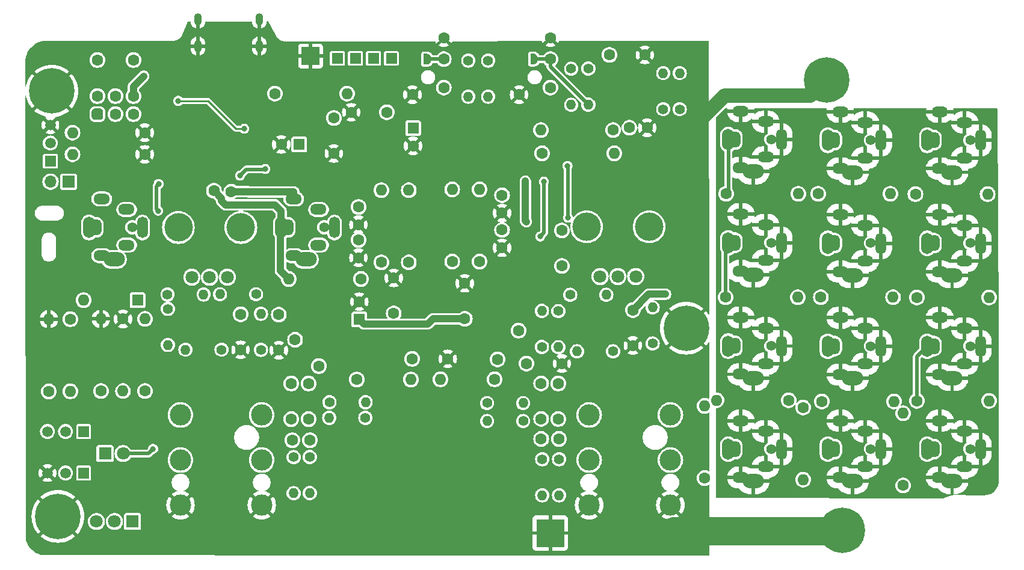
<source format=gbl>
G04 #@! TF.GenerationSoftware,KiCad,Pcbnew,8.0.6*
G04 #@! TF.CreationDate,2024-11-06T00:44:51+01:00*
G04 #@! TF.ProjectId,spider2,73706964-6572-4322-9e6b-696361645f70,rev?*
G04 #@! TF.SameCoordinates,Original*
G04 #@! TF.FileFunction,Copper,L2,Bot*
G04 #@! TF.FilePolarity,Positive*
%FSLAX46Y46*%
G04 Gerber Fmt 4.6, Leading zero omitted, Abs format (unit mm)*
G04 Created by KiCad (PCBNEW 8.0.6) date 2024-11-06 00:44:51*
%MOMM*%
%LPD*%
G01*
G04 APERTURE LIST*
G04 #@! TA.AperFunction,ComponentPad*
%ADD10C,1.400000*%
G04 #@! TD*
G04 #@! TA.AperFunction,ComponentPad*
%ADD11O,1.400000X1.400000*%
G04 #@! TD*
G04 #@! TA.AperFunction,ComponentPad*
%ADD12C,1.600000*%
G04 #@! TD*
G04 #@! TA.AperFunction,ComponentPad*
%ADD13O,1.600000X1.600000*%
G04 #@! TD*
G04 #@! TA.AperFunction,ComponentPad*
%ADD14R,1.600000X1.600000*%
G04 #@! TD*
G04 #@! TA.AperFunction,ComponentPad*
%ADD15R,2.500000X2.500000*%
G04 #@! TD*
G04 #@! TA.AperFunction,ComponentPad*
%ADD16O,2.300000X1.500000*%
G04 #@! TD*
G04 #@! TA.AperFunction,ComponentPad*
%ADD17O,1.500000X3.000000*%
G04 #@! TD*
G04 #@! TA.AperFunction,ComponentPad*
%ADD18O,1.700000X3.000000*%
G04 #@! TD*
G04 #@! TA.AperFunction,ComponentPad*
%ADD19O,1.500000X2.300000*%
G04 #@! TD*
G04 #@! TA.AperFunction,ComponentPad*
%ADD20O,3.000000X2.000000*%
G04 #@! TD*
G04 #@! TA.AperFunction,ComponentPad*
%ADD21C,0.800000*%
G04 #@! TD*
G04 #@! TA.AperFunction,ComponentPad*
%ADD22C,6.400000*%
G04 #@! TD*
G04 #@! TA.AperFunction,ComponentPad*
%ADD23C,3.000000*%
G04 #@! TD*
G04 #@! TA.AperFunction,ComponentPad*
%ADD24O,1.100000X1.700000*%
G04 #@! TD*
G04 #@! TA.AperFunction,ComponentPad*
%ADD25R,1.500000X1.500000*%
G04 #@! TD*
G04 #@! TA.AperFunction,ComponentPad*
%ADD26C,1.500000*%
G04 #@! TD*
G04 #@! TA.AperFunction,WasherPad*
%ADD27C,4.000000*%
G04 #@! TD*
G04 #@! TA.AperFunction,ComponentPad*
%ADD28C,1.800000*%
G04 #@! TD*
G04 #@! TA.AperFunction,ComponentPad*
%ADD29R,1.700000X1.700000*%
G04 #@! TD*
G04 #@! TA.AperFunction,ComponentPad*
%ADD30O,1.700000X1.700000*%
G04 #@! TD*
G04 #@! TA.AperFunction,ComponentPad*
%ADD31R,1.800000X1.800000*%
G04 #@! TD*
G04 #@! TA.AperFunction,ComponentPad*
%ADD32R,4.000000X4.000000*%
G04 #@! TD*
G04 #@! TA.AperFunction,ViaPad*
%ADD33C,0.800000*%
G04 #@! TD*
G04 #@! TA.AperFunction,ViaPad*
%ADD34C,1.600000*%
G04 #@! TD*
G04 #@! TA.AperFunction,Conductor*
%ADD35C,2.000000*%
G04 #@! TD*
G04 #@! TA.AperFunction,Conductor*
%ADD36C,4.000000*%
G04 #@! TD*
G04 #@! TA.AperFunction,Conductor*
%ADD37C,0.500000*%
G04 #@! TD*
G04 #@! TA.AperFunction,Conductor*
%ADD38C,1.000000*%
G04 #@! TD*
G04 #@! TA.AperFunction,Conductor*
%ADD39C,0.250000*%
G04 #@! TD*
G04 APERTURE END LIST*
D10*
X225940000Y-73240000D03*
D11*
X225940000Y-68160000D03*
D12*
X147799400Y-33323400D03*
X152879400Y-33323400D03*
G04 #@! TA.AperFunction,ComponentPad*
G36*
G01*
X147399400Y-40143400D02*
X148199400Y-40143400D01*
G75*
G02*
X148599400Y-40543400I0J-400000D01*
G01*
X148599400Y-41343400D01*
G75*
G02*
X148199400Y-41743400I-400000J0D01*
G01*
X147399400Y-41743400D01*
G75*
G02*
X146999400Y-41343400I0J400000D01*
G01*
X146999400Y-40543400D01*
G75*
G02*
X147399400Y-40143400I400000J0D01*
G01*
G37*
G04 #@! TD.AperFunction*
X150339400Y-40943400D03*
X152879400Y-40943400D03*
X147799400Y-38403400D03*
X150339400Y-38403400D03*
X152879400Y-38403400D03*
X262920000Y-52200000D03*
D13*
X273080000Y-52200000D03*
D12*
X219851600Y-32588200D03*
X224851600Y-32588200D03*
D10*
X214330000Y-66370000D03*
D11*
X219410000Y-66370000D03*
D10*
X227431600Y-40233600D03*
D11*
X227431600Y-35153600D03*
D12*
X187750000Y-61800000D03*
D13*
X187750000Y-51640000D03*
D10*
X220370000Y-74340000D03*
D11*
X215290000Y-74340000D03*
D12*
X263120000Y-81300000D03*
D13*
X273280000Y-81300000D03*
D10*
X177690000Y-89220000D03*
D11*
X177690000Y-94300000D03*
D14*
X192230000Y-42900000D03*
D12*
X192230000Y-45400000D03*
X204750000Y-52350000D03*
X204750000Y-54850000D03*
X204750000Y-59750000D03*
X204750000Y-57250000D03*
D14*
X153475000Y-67125000D03*
D13*
X145855000Y-67125000D03*
D12*
X154460000Y-46600000D03*
D13*
X144300000Y-46600000D03*
D10*
X202800000Y-33400000D03*
D11*
X202800000Y-38480000D03*
D12*
X208175000Y-76050000D03*
X213175000Y-76050000D03*
D15*
X177800000Y-32775000D03*
D16*
X238349112Y-92100000D03*
X241849112Y-90600000D03*
D10*
X242649112Y-88100000D03*
D17*
X244078391Y-88126253D03*
D18*
X236578391Y-88126253D03*
D19*
X237549112Y-88100000D03*
D16*
X238349112Y-84100000D03*
D20*
X240078391Y-92626253D03*
D16*
X241849112Y-85600000D03*
D21*
X248019532Y-36102461D03*
X248722476Y-34405405D03*
X248722476Y-37799517D03*
X250419532Y-33702461D03*
D22*
X250419532Y-36102461D03*
D21*
X250419532Y-38502461D03*
X252116588Y-34405405D03*
X252116588Y-37799517D03*
X252819532Y-36102461D03*
D10*
X157720000Y-68350000D03*
D11*
X157720000Y-73430000D03*
D12*
X199500000Y-69750000D03*
X199500000Y-64750000D03*
D10*
X216890600Y-34518600D03*
D11*
X216890600Y-39598600D03*
D12*
X196550000Y-33200000D03*
X196550000Y-30200000D03*
X192150000Y-38200000D03*
X196550000Y-37200000D03*
X212660000Y-83873400D03*
X212660000Y-78873400D03*
X175620000Y-72700000D03*
X178965653Y-76415724D03*
X175225000Y-86850000D03*
X177725000Y-86850000D03*
X191620000Y-61810000D03*
D13*
X191620000Y-51650000D03*
D12*
X261200000Y-93230000D03*
D13*
X261200000Y-83070000D03*
D12*
X249610000Y-66720000D03*
D13*
X259770000Y-66720000D03*
D23*
X217000000Y-96000000D03*
X228430000Y-89650000D03*
X217000000Y-89650000D03*
X228430000Y-96000000D03*
X228430000Y-83300000D03*
X217000000Y-83300000D03*
D12*
X184900000Y-64150000D03*
D13*
X174740000Y-64150000D03*
D23*
X159500000Y-96000000D03*
X170930000Y-89650000D03*
X159500000Y-89650000D03*
X170930000Y-96000000D03*
X170930000Y-83300000D03*
X159500000Y-83300000D03*
D12*
X148300000Y-79925000D03*
D13*
X148300000Y-69765000D03*
D12*
X249745000Y-81400000D03*
D13*
X259905000Y-81400000D03*
D10*
X185520000Y-83700000D03*
D11*
X180440000Y-83700000D03*
D12*
X249220000Y-52150000D03*
D13*
X259380000Y-52150000D03*
D24*
X170590000Y-31370000D03*
X170590000Y-27570000D03*
X161950000Y-31370000D03*
X161950000Y-27570000D03*
D12*
X203708000Y-78282800D03*
D13*
X196088000Y-78282800D03*
D12*
X201600000Y-61700000D03*
D13*
X201600000Y-51540000D03*
D10*
X229743000Y-40233600D03*
D11*
X229743000Y-35153600D03*
D12*
X236195000Y-66725000D03*
D13*
X246355000Y-66725000D03*
D14*
X176192380Y-45200000D03*
D12*
X173692380Y-45200000D03*
X197100000Y-75400000D03*
X192100000Y-75400000D03*
X143980000Y-69810000D03*
D13*
X143980000Y-79970000D03*
D12*
X181080000Y-41470000D03*
X181080000Y-46470000D03*
X247100000Y-82250000D03*
D13*
X247100000Y-92410000D03*
D10*
X210350000Y-73715000D03*
D11*
X210350000Y-68635000D03*
D16*
X238350000Y-63033333D03*
X241850000Y-61533333D03*
D10*
X242650000Y-59033333D03*
D17*
X244079279Y-59059586D03*
D18*
X236579279Y-59059586D03*
D19*
X237550000Y-59033333D03*
D16*
X238350000Y-55033333D03*
D20*
X240079279Y-63559586D03*
D16*
X241850000Y-56533333D03*
D25*
X145860000Y-85630000D03*
D26*
X143320000Y-85630000D03*
X140780000Y-85630000D03*
D12*
X173325000Y-69175000D03*
X173325000Y-74175000D03*
X175100000Y-83875000D03*
X175100000Y-78875000D03*
X210388200Y-46456600D03*
D13*
X220548200Y-46456600D03*
D25*
X189176000Y-33075000D03*
D16*
X238350000Y-77566666D03*
X241850000Y-76066666D03*
D10*
X242650000Y-73566666D03*
D17*
X244079279Y-73592919D03*
D18*
X236579279Y-73592919D03*
D19*
X237550000Y-73566666D03*
D16*
X238350000Y-69566666D03*
D20*
X240079279Y-78092919D03*
D16*
X241850000Y-71066666D03*
X175424065Y-60868249D03*
X178924065Y-59368249D03*
D10*
X179724065Y-56868249D03*
D17*
X181153344Y-56894502D03*
D18*
X173653344Y-56894502D03*
D19*
X174624065Y-56868249D03*
D16*
X175424065Y-52868249D03*
D20*
X177153344Y-61394502D03*
D16*
X178924065Y-54368249D03*
D21*
X228260142Y-71088261D03*
X228963086Y-69391205D03*
X228963086Y-72785317D03*
X230660142Y-68688261D03*
D22*
X230660142Y-71088261D03*
D21*
X230660142Y-73488261D03*
X232357198Y-69391205D03*
X232357198Y-72785317D03*
X233060142Y-71088261D03*
D12*
X154460000Y-43540000D03*
D13*
X144300000Y-43540000D03*
D16*
X266350000Y-48600000D03*
X269850000Y-47100000D03*
D10*
X270650000Y-44600000D03*
D17*
X272079279Y-44626253D03*
D18*
X264579279Y-44626253D03*
D19*
X265550000Y-44600000D03*
D16*
X266350000Y-40600000D03*
D20*
X268079279Y-49126253D03*
D16*
X269850000Y-42100000D03*
D12*
X184550000Y-56500000D03*
X184550000Y-54000000D03*
D25*
X181571000Y-33075000D03*
D10*
X202635000Y-81625000D03*
D11*
X207715000Y-81625000D03*
D27*
X159200000Y-56900000D03*
X168000000Y-56900000D03*
D28*
X166100000Y-63900000D03*
X163600000Y-63900000D03*
X161100000Y-63900000D03*
D12*
X207060000Y-71420000D03*
X204121074Y-75465085D03*
X189500000Y-69000000D03*
X189500000Y-64000000D03*
D25*
X184111000Y-33075000D03*
D10*
X175420000Y-89230000D03*
D11*
X175420000Y-94310000D03*
D25*
X186651000Y-33075000D03*
D12*
X172780000Y-38050000D03*
D13*
X182940000Y-38050000D03*
D25*
X145860000Y-91470000D03*
D26*
X143320000Y-91470000D03*
X140780000Y-91470000D03*
D12*
X151400000Y-69775000D03*
D13*
X151400000Y-79935000D03*
D16*
X266350000Y-77600000D03*
X269850000Y-76100000D03*
D10*
X270650000Y-73600000D03*
D17*
X272079279Y-73626253D03*
D18*
X264579279Y-73626253D03*
D19*
X265550000Y-73600000D03*
D16*
X266350000Y-69600000D03*
D20*
X268079279Y-78126253D03*
D16*
X269850000Y-71100000D03*
D10*
X157675000Y-66325000D03*
D11*
X162754999Y-66325000D03*
D29*
X143750000Y-50450000D03*
D30*
X141210000Y-50450000D03*
D12*
X188530000Y-40680000D03*
X183530000Y-40680000D03*
D21*
X250250000Y-99550000D03*
X250952944Y-97852944D03*
X250952944Y-101247056D03*
X252650000Y-97150000D03*
D22*
X252650000Y-99550000D03*
D21*
X252650000Y-101950000D03*
X254347056Y-97852944D03*
X254347056Y-101247056D03*
X255050000Y-99550000D03*
D10*
X210400000Y-89535000D03*
D11*
X210400000Y-94615000D03*
D12*
X236270000Y-52150000D03*
D13*
X246430000Y-52150000D03*
D10*
X214477600Y-34544000D03*
D11*
X214477600Y-39624000D03*
D12*
X211550000Y-33200000D03*
X211550000Y-30200000D03*
X207150000Y-38200000D03*
X211550000Y-37200000D03*
D16*
X266350000Y-63100000D03*
X269850000Y-61600000D03*
D10*
X270650000Y-59100000D03*
D17*
X272079279Y-59126253D03*
D18*
X264579279Y-59126253D03*
D19*
X265550000Y-59100000D03*
D16*
X266350000Y-55100000D03*
D20*
X268079279Y-63626253D03*
D16*
X269850000Y-56600000D03*
X238350000Y-48500000D03*
X241850000Y-47000000D03*
D10*
X242650000Y-44500000D03*
D17*
X244079279Y-44526253D03*
D18*
X236579279Y-44526253D03*
D19*
X237550000Y-44500000D03*
D16*
X238350000Y-40500000D03*
D20*
X240079279Y-49026253D03*
D16*
X241850000Y-42000000D03*
D12*
X263120000Y-66750000D03*
D13*
X273280000Y-66750000D03*
D12*
X233260000Y-92180000D03*
D13*
X233260000Y-82020000D03*
D16*
X252350000Y-63100000D03*
X255850000Y-61600000D03*
D10*
X256650000Y-59100000D03*
D17*
X258079279Y-59126253D03*
D18*
X250579279Y-59126253D03*
D19*
X251550000Y-59100000D03*
D16*
X252350000Y-55100000D03*
D20*
X254079279Y-63626253D03*
D16*
X255850000Y-56600000D03*
D10*
X170825000Y-74125000D03*
D11*
X170825000Y-69045000D03*
D16*
X252350000Y-77600000D03*
X255850000Y-76100000D03*
D10*
X256650000Y-73600000D03*
D17*
X258079279Y-73626253D03*
D18*
X250579279Y-73626253D03*
D19*
X251550000Y-73600000D03*
D16*
X252350000Y-69600000D03*
D20*
X254079279Y-78126253D03*
D16*
X255850000Y-71100000D03*
X252350000Y-48600000D03*
X255850000Y-47100000D03*
D10*
X256650000Y-44600000D03*
D17*
X258079279Y-44626253D03*
D18*
X250579279Y-44626253D03*
D19*
X251550000Y-44600000D03*
D16*
X252350000Y-40600000D03*
D20*
X254079279Y-49126253D03*
D16*
X255850000Y-42100000D03*
D10*
X212675000Y-68670000D03*
D11*
X212675000Y-73750000D03*
D10*
X170125000Y-66300000D03*
D11*
X165045000Y-66300000D03*
D12*
X225176400Y-42849800D03*
X222676400Y-42849800D03*
X184550000Y-58650000D03*
X184550000Y-61150000D03*
D16*
X148415198Y-60869712D03*
X151915198Y-59369712D03*
D10*
X152715198Y-56869712D03*
D17*
X154144477Y-56895965D03*
D18*
X146644477Y-56895965D03*
D19*
X147615198Y-56869712D03*
D16*
X148415198Y-52869712D03*
D20*
X150144477Y-61395965D03*
D16*
X151915198Y-54369712D03*
D12*
X167960000Y-74115000D03*
X167960000Y-69115000D03*
D10*
X165270000Y-74100000D03*
D11*
X160190000Y-74100000D03*
D16*
X252349112Y-92100000D03*
X255849112Y-90600000D03*
D10*
X256649112Y-88100000D03*
D17*
X258078391Y-88126253D03*
D18*
X250578391Y-88126253D03*
D19*
X251549112Y-88100000D03*
D16*
X252349112Y-84100000D03*
D20*
X254078391Y-92626253D03*
D16*
X255849112Y-85600000D03*
X266350000Y-92100000D03*
X269850000Y-90600000D03*
D10*
X270650000Y-88100000D03*
D17*
X272079279Y-88126253D03*
D18*
X264579279Y-88126253D03*
D19*
X265550000Y-88100000D03*
D16*
X266350000Y-84100000D03*
D20*
X268079279Y-92626253D03*
D16*
X269850000Y-85600000D03*
D12*
X177513000Y-83875000D03*
X177513000Y-78875000D03*
X154500000Y-79925000D03*
D13*
X154500000Y-69765000D03*
D12*
X184300000Y-78300000D03*
D13*
X191920000Y-78300000D03*
D31*
X148875000Y-88725000D03*
D28*
X151415000Y-88725000D03*
D10*
X200000000Y-33400000D03*
D11*
X200000000Y-38480000D03*
D10*
X207715000Y-84150000D03*
D11*
X202635000Y-84150000D03*
D12*
X220395800Y-43180000D03*
D13*
X210235800Y-43180000D03*
D12*
X210250000Y-83850000D03*
X210250000Y-78850000D03*
D27*
X216650000Y-56800000D03*
X225450000Y-56800000D03*
D28*
X223550000Y-63800000D03*
X221050000Y-63800000D03*
X218550000Y-63800000D03*
D12*
X197735200Y-61700000D03*
D13*
X197735200Y-51540000D03*
D10*
X212775000Y-89535000D03*
D11*
X212775000Y-94615000D03*
D12*
X213156800Y-57317000D03*
X213156800Y-62317000D03*
X245080000Y-81225000D03*
D13*
X234920000Y-81225000D03*
D31*
X152742934Y-98294059D03*
D28*
X150202934Y-98294059D03*
X147662934Y-98294059D03*
D10*
X180460000Y-81500000D03*
D11*
X185540000Y-81500000D03*
D21*
X139840000Y-97590000D03*
X140542944Y-95892944D03*
X140542944Y-99287056D03*
X142240000Y-95190000D03*
D22*
X142240000Y-97590000D03*
D21*
X142240000Y-99990000D03*
X143937056Y-95892944D03*
X143937056Y-99287056D03*
X144640000Y-97590000D03*
D12*
X140970000Y-79980000D03*
D13*
X140970000Y-69820000D03*
D12*
X223160000Y-73520000D03*
X223160000Y-68520000D03*
X210250000Y-86675000D03*
X212750000Y-86675000D03*
D14*
X184650000Y-69850000D03*
D12*
X184650000Y-67350000D03*
D21*
X138994600Y-37691600D03*
X139697544Y-35994544D03*
X139697544Y-39388656D03*
X141394600Y-35291600D03*
D22*
X141394600Y-37691600D03*
D21*
X141394600Y-40091600D03*
X143091656Y-35994544D03*
X143091656Y-39388656D03*
X143794600Y-37691600D03*
D25*
X141180000Y-47550000D03*
D26*
X141180000Y-45010000D03*
X141180000Y-42470000D03*
D32*
X211531200Y-99923600D03*
G04 #@! TA.AperFunction,SMDPad,CuDef*
G36*
X208430000Y-33920000D02*
G01*
X207930000Y-33920000D01*
X207930000Y-33914911D01*
X207858843Y-33914911D01*
X207722292Y-33874816D01*
X207602570Y-33797875D01*
X207509373Y-33690320D01*
X207450254Y-33560866D01*
X207430000Y-33420000D01*
X207430000Y-32920000D01*
X207450254Y-32779134D01*
X207509373Y-32649680D01*
X207602570Y-32542125D01*
X207722292Y-32465184D01*
X207858843Y-32425089D01*
X207930000Y-32425089D01*
X207930000Y-32420000D01*
X208430000Y-32420000D01*
X208430000Y-33920000D01*
G37*
G04 #@! TD.AperFunction*
G04 #@! TA.AperFunction,SMDPad,CuDef*
G36*
X209230000Y-32425089D02*
G01*
X209301157Y-32425089D01*
X209437708Y-32465184D01*
X209557430Y-32542125D01*
X209650627Y-32649680D01*
X209709746Y-32779134D01*
X209730000Y-32920000D01*
X209730000Y-33420000D01*
X209709746Y-33560866D01*
X209650627Y-33690320D01*
X209557430Y-33797875D01*
X209437708Y-33874816D01*
X209301157Y-33914911D01*
X209230000Y-33914911D01*
X209230000Y-33920000D01*
X208730000Y-33920000D01*
X208730000Y-32420000D01*
X209230000Y-32420000D01*
X209230000Y-32425089D01*
G37*
G04 #@! TD.AperFunction*
G04 #@! TA.AperFunction,SMDPad,CuDef*
G36*
X193400000Y-33940000D02*
G01*
X192900000Y-33940000D01*
X192900000Y-33934911D01*
X192828843Y-33934911D01*
X192692292Y-33894816D01*
X192572570Y-33817875D01*
X192479373Y-33710320D01*
X192420254Y-33580866D01*
X192400000Y-33440000D01*
X192400000Y-32940000D01*
X192420254Y-32799134D01*
X192479373Y-32669680D01*
X192572570Y-32562125D01*
X192692292Y-32485184D01*
X192828843Y-32445089D01*
X192900000Y-32445089D01*
X192900000Y-32440000D01*
X193400000Y-32440000D01*
X193400000Y-33940000D01*
G37*
G04 #@! TD.AperFunction*
G04 #@! TA.AperFunction,SMDPad,CuDef*
G36*
X194200000Y-32445089D02*
G01*
X194271157Y-32445089D01*
X194407708Y-32485184D01*
X194527430Y-32562125D01*
X194620627Y-32669680D01*
X194679746Y-32799134D01*
X194700000Y-32940000D01*
X194700000Y-33440000D01*
X194679746Y-33580866D01*
X194620627Y-33710320D01*
X194527430Y-33817875D01*
X194407708Y-33894816D01*
X194271157Y-33934911D01*
X194200000Y-33934911D01*
X194200000Y-33940000D01*
X193700000Y-33940000D01*
X193700000Y-32440000D01*
X194200000Y-32440000D01*
X194200000Y-32445089D01*
G37*
G04 #@! TD.AperFunction*
D33*
X219350000Y-73200000D03*
X162940000Y-41720000D03*
X158400000Y-64975000D03*
X218425000Y-71425000D03*
X163075000Y-71075000D03*
X211525000Y-62975000D03*
X229400000Y-86400000D03*
X168625000Y-91375000D03*
X200870000Y-75270000D03*
X176800000Y-77310000D03*
X162940000Y-45370000D03*
X216800000Y-73225000D03*
X158875000Y-67675000D03*
X158025000Y-75000000D03*
X194280000Y-78420000D03*
X169475000Y-67800000D03*
X189750000Y-75500000D03*
X204500000Y-73275000D03*
X211600000Y-69925000D03*
X157825000Y-71900000D03*
X194560000Y-74360000D03*
X172825000Y-67425000D03*
X215475000Y-63450000D03*
X224825000Y-65000000D03*
X208250000Y-74050000D03*
X195420000Y-71440000D03*
X167800000Y-62425000D03*
X161740000Y-44720000D03*
X164800000Y-64925000D03*
X211450000Y-67450000D03*
X229575000Y-66125000D03*
X163990000Y-46820000D03*
X162940000Y-44320000D03*
X206350000Y-77425000D03*
X164900000Y-62600000D03*
X173625000Y-84675000D03*
X174450000Y-71250000D03*
X186110000Y-75150000D03*
X221500000Y-67300000D03*
X229700000Y-101100000D03*
X161600000Y-65525000D03*
X161750000Y-73275000D03*
X172350000Y-87750000D03*
X211225000Y-82450000D03*
X216925000Y-87450000D03*
X157840000Y-101860000D03*
X224850000Y-70550000D03*
X169900000Y-71250000D03*
X178075000Y-72600000D03*
X210642200Y-50444400D03*
X210131082Y-58169118D03*
D34*
X166650305Y-51849695D03*
X164200000Y-51719712D03*
D33*
X156370000Y-54550000D03*
X156420000Y-50770000D03*
X155640000Y-88080000D03*
X208020000Y-50380000D03*
X227761800Y-66294000D03*
X171440000Y-48670000D03*
X167870000Y-49590000D03*
X208178400Y-56083200D03*
X154325000Y-35600000D03*
X214020000Y-55520000D03*
X213969600Y-48222800D03*
X168478200Y-43002200D03*
X159190000Y-39070000D03*
D35*
X248181993Y-38340000D02*
X236060000Y-38340000D01*
X252678178Y-99588332D02*
X252706510Y-99560000D01*
X233200000Y-41200000D02*
X232925000Y-41200000D01*
X236060000Y-38340000D02*
X233200000Y-41200000D01*
X250419532Y-36102461D02*
X248181993Y-38340000D01*
D36*
X252678178Y-99588332D02*
X228888332Y-99588332D01*
D37*
X263120000Y-75080000D02*
X264600000Y-73600000D01*
X263120000Y-81300000D02*
X263120000Y-75080000D01*
X236600000Y-44500000D02*
X236600000Y-51820000D01*
X236600000Y-51820000D02*
X236270000Y-52150000D01*
X236195000Y-59438333D02*
X236600000Y-59033333D01*
X236195000Y-66725000D02*
X236195000Y-59438333D01*
X211550000Y-34258000D02*
X211550000Y-33200000D01*
X209230000Y-33170000D02*
X211520000Y-33170000D01*
X211520000Y-33170000D02*
X211550000Y-33200000D01*
X216890600Y-39598600D02*
X211550000Y-34258000D01*
X196540000Y-33190000D02*
X196550000Y-33200000D01*
X194200000Y-33190000D02*
X196540000Y-33190000D01*
X210642200Y-57658000D02*
X210642200Y-50444400D01*
X210131082Y-58169118D02*
X210642200Y-57658000D01*
D38*
X181174065Y-57368249D02*
X181174065Y-56868249D01*
X175450000Y-52842314D02*
X175424065Y-52868249D01*
X169026346Y-51900000D02*
X175450000Y-51900000D01*
X168976041Y-51849695D02*
X169026346Y-51900000D01*
X175450000Y-51900000D02*
X175450000Y-52842314D01*
X166650305Y-51849695D02*
X168976041Y-51849695D01*
X173653344Y-54603344D02*
X173653344Y-56894502D01*
X165275000Y-52794712D02*
X165275000Y-53150000D01*
X173653344Y-57346656D02*
X173574065Y-57425935D01*
X164200000Y-51719712D02*
X165275000Y-52794712D01*
X172075000Y-53725000D02*
X172100000Y-53700000D01*
X173574065Y-62984065D02*
X174740000Y-64150000D01*
X165850000Y-53725000D02*
X172075000Y-53725000D01*
X173653344Y-56894502D02*
X173653344Y-57346656D01*
X173574065Y-57425935D02*
X173574065Y-62984065D01*
X172100000Y-53700000D02*
X172750000Y-53700000D01*
X165275000Y-53150000D02*
X165850000Y-53725000D01*
X172750000Y-53700000D02*
X173653344Y-54603344D01*
D37*
X156110000Y-51080000D02*
X156110000Y-54290000D01*
D38*
X195015075Y-69750000D02*
X199500000Y-69750000D01*
X185300000Y-70500000D02*
X194265075Y-70500000D01*
D37*
X156110000Y-54290000D02*
X156370000Y-54550000D01*
D38*
X194265075Y-70500000D02*
X195015075Y-69750000D01*
X184650000Y-69850000D02*
X185300000Y-70500000D01*
D37*
X154995000Y-88725000D02*
X155640000Y-88080000D01*
X151415000Y-88725000D02*
X154995000Y-88725000D01*
X156420000Y-50770000D02*
X156110000Y-51080000D01*
X168720000Y-48740000D02*
X171370000Y-48740000D01*
D38*
X208178400Y-56083200D02*
X208020000Y-55924800D01*
X225386000Y-66294000D02*
X223160000Y-68520000D01*
D37*
X171370000Y-48740000D02*
X171440000Y-48670000D01*
D38*
X208020000Y-55924800D02*
X208020000Y-50380000D01*
D37*
X167870000Y-49590000D02*
X168720000Y-48740000D01*
D38*
X227761800Y-66294000D02*
X225386000Y-66294000D01*
X152879400Y-38403400D02*
X152879400Y-37045600D01*
X152879400Y-37045600D02*
X154325000Y-35600000D01*
D37*
X213969600Y-48222800D02*
X214020000Y-48273200D01*
X214020000Y-48273200D02*
X214020000Y-55520000D01*
D39*
X159190000Y-39070000D02*
X163377600Y-39070000D01*
X163377600Y-39070000D02*
X167309800Y-43002200D01*
X167309800Y-43002200D02*
X168478200Y-43002200D01*
G04 #@! TA.AperFunction,Conductor*
G36*
X171860517Y-27885150D02*
G01*
X171869393Y-27897212D01*
X172204497Y-28539335D01*
X172935458Y-29939998D01*
X173002621Y-30045790D01*
X173028870Y-30075471D01*
X173168609Y-30233483D01*
X173168616Y-30233489D01*
X173365521Y-30388426D01*
X173365525Y-30388428D01*
X173586997Y-30505613D01*
X173825871Y-30581253D01*
X173907093Y-30591595D01*
X173939649Y-30610207D01*
X173942189Y-30613813D01*
X174010000Y-30720000D01*
X174010000Y-30719999D01*
X174010001Y-30720000D01*
X174041345Y-30719950D01*
X195311019Y-30686169D01*
X195345688Y-30700465D01*
X195355504Y-30714460D01*
X195419861Y-30852474D01*
X195419871Y-30852490D01*
X195470972Y-30925471D01*
X195470975Y-30925471D01*
X195710912Y-30685533D01*
X196210359Y-30684740D01*
X196223852Y-30735095D01*
X196269930Y-30814905D01*
X196279288Y-30824263D01*
X195824527Y-31279023D01*
X195824527Y-31279024D01*
X195897515Y-31330132D01*
X195897525Y-31330137D01*
X196103677Y-31426267D01*
X196103682Y-31426269D01*
X196323386Y-31485139D01*
X196323392Y-31485140D01*
X196550000Y-31504965D01*
X196776607Y-31485140D01*
X196776613Y-31485139D01*
X196996317Y-31426269D01*
X196996322Y-31426267D01*
X197202474Y-31330137D01*
X197202484Y-31330132D01*
X197275471Y-31279024D01*
X197275471Y-31279023D01*
X196820711Y-30824263D01*
X196830070Y-30814905D01*
X196876148Y-30735095D01*
X196889929Y-30683661D01*
X197386424Y-30682872D01*
X197629023Y-30925471D01*
X197629024Y-30925471D01*
X197680132Y-30852484D01*
X197680137Y-30852475D01*
X197746330Y-30710522D01*
X197773980Y-30685185D01*
X197790656Y-30682230D01*
X210299919Y-30662363D01*
X210334587Y-30676659D01*
X210344403Y-30690654D01*
X210419861Y-30852474D01*
X210419871Y-30852490D01*
X210470972Y-30925471D01*
X210470975Y-30925471D01*
X210734773Y-30661672D01*
X211203978Y-30660926D01*
X211223852Y-30735095D01*
X211269930Y-30814905D01*
X211279287Y-30824262D01*
X210824527Y-31279023D01*
X210824527Y-31279024D01*
X210897515Y-31330132D01*
X210897525Y-31330137D01*
X211103677Y-31426267D01*
X211103682Y-31426269D01*
X211323386Y-31485139D01*
X211323392Y-31485140D01*
X211550000Y-31504965D01*
X211776607Y-31485140D01*
X211776613Y-31485139D01*
X211996317Y-31426269D01*
X211996322Y-31426267D01*
X212202474Y-31330137D01*
X212202484Y-31330132D01*
X212275471Y-31279024D01*
X212275471Y-31279023D01*
X211820711Y-30824263D01*
X211830070Y-30814905D01*
X211876148Y-30735095D01*
X211896315Y-30659827D01*
X212362639Y-30659087D01*
X212629023Y-30925471D01*
X212629024Y-30925471D01*
X212680132Y-30852484D01*
X212680137Y-30852474D01*
X212757448Y-30686681D01*
X212785098Y-30661344D01*
X212801774Y-30658389D01*
X233775991Y-30625077D01*
X233810660Y-30639374D01*
X233825067Y-30673999D01*
X233825067Y-30674009D01*
X233878028Y-69084391D01*
X233863724Y-69119059D01*
X233829096Y-69133459D01*
X233794428Y-69119155D01*
X233787933Y-69111146D01*
X233657617Y-68910478D01*
X233657606Y-68910463D01*
X233449045Y-68652910D01*
X233449044Y-68652909D01*
X231954392Y-70147561D01*
X231880554Y-70045931D01*
X231702472Y-69867849D01*
X231600840Y-69794008D01*
X233095492Y-68299357D01*
X233095491Y-68299356D01*
X232837939Y-68090796D01*
X232837924Y-68090785D01*
X232512679Y-67879567D01*
X232512672Y-67879563D01*
X232167137Y-67703505D01*
X232167124Y-67703499D01*
X231805075Y-67564522D01*
X231430472Y-67464148D01*
X231047419Y-67403479D01*
X230660142Y-67383183D01*
X230272864Y-67403479D01*
X229889811Y-67464148D01*
X229515209Y-67564522D01*
X229515207Y-67564522D01*
X229153159Y-67703499D01*
X229153146Y-67703505D01*
X228807611Y-67879563D01*
X228807604Y-67879567D01*
X228482359Y-68090785D01*
X228482344Y-68090796D01*
X228224791Y-68299357D01*
X228224790Y-68299357D01*
X229719442Y-69794009D01*
X229617812Y-69867849D01*
X229439730Y-70045931D01*
X229365890Y-70147561D01*
X227871238Y-68652909D01*
X227871238Y-68652910D01*
X227662677Y-68910463D01*
X227662666Y-68910478D01*
X227451448Y-69235723D01*
X227451444Y-69235730D01*
X227275386Y-69581265D01*
X227275380Y-69581278D01*
X227136403Y-69943326D01*
X227136403Y-69943328D01*
X227036029Y-70317930D01*
X226975360Y-70700983D01*
X226955064Y-71088261D01*
X226975360Y-71475538D01*
X227036029Y-71858591D01*
X227136403Y-72233193D01*
X227136403Y-72233195D01*
X227275380Y-72595243D01*
X227275386Y-72595256D01*
X227451444Y-72940791D01*
X227451448Y-72940798D01*
X227662666Y-73266043D01*
X227662677Y-73266058D01*
X227871237Y-73523610D01*
X227871238Y-73523611D01*
X229365890Y-72028959D01*
X229439730Y-72130591D01*
X229617812Y-72308673D01*
X229719442Y-72382512D01*
X228224790Y-73877163D01*
X228224791Y-73877164D01*
X228482344Y-74085725D01*
X228482359Y-74085736D01*
X228807604Y-74296954D01*
X228807611Y-74296958D01*
X229153146Y-74473016D01*
X229153159Y-74473022D01*
X229515208Y-74611999D01*
X229889811Y-74712373D01*
X230272864Y-74773042D01*
X230660142Y-74793338D01*
X231047419Y-74773042D01*
X231430472Y-74712373D01*
X231805074Y-74611999D01*
X231805076Y-74611999D01*
X232167124Y-74473022D01*
X232167137Y-74473016D01*
X232512672Y-74296958D01*
X232512679Y-74296954D01*
X232837936Y-74085729D01*
X232837938Y-74085727D01*
X233095491Y-73877164D01*
X233095492Y-73877163D01*
X231600840Y-72382512D01*
X231702472Y-72308673D01*
X231880554Y-72130591D01*
X231954393Y-72028959D01*
X233449044Y-73523611D01*
X233449045Y-73523610D01*
X233657608Y-73266057D01*
X233657610Y-73266055D01*
X233793447Y-73056884D01*
X233824354Y-73035642D01*
X233861229Y-73042476D01*
X233882471Y-73073383D01*
X233883542Y-73083503D01*
X233894188Y-80804578D01*
X233889763Y-80823458D01*
X233890235Y-80823641D01*
X233889416Y-80825753D01*
X233837119Y-81009557D01*
X233813833Y-81038955D01*
X233776580Y-81043276D01*
X233764197Y-81037809D01*
X233752635Y-81030651D01*
X233562462Y-80956978D01*
X233562460Y-80956977D01*
X233562456Y-80956976D01*
X233361976Y-80919500D01*
X233158024Y-80919500D01*
X232957544Y-80956976D01*
X232957540Y-80956977D01*
X232957537Y-80956978D01*
X232767366Y-81030650D01*
X232593954Y-81138022D01*
X232443236Y-81275420D01*
X232443233Y-81275423D01*
X232320328Y-81438177D01*
X232320325Y-81438181D01*
X232229420Y-81620744D01*
X232229417Y-81620751D01*
X232173603Y-81816914D01*
X232173602Y-81816920D01*
X232154785Y-82020000D01*
X232173602Y-82223079D01*
X232173603Y-82223085D01*
X232229417Y-82419248D01*
X232229420Y-82419255D01*
X232320325Y-82601818D01*
X232320328Y-82601822D01*
X232443233Y-82764576D01*
X232443236Y-82764579D01*
X232593954Y-82901977D01*
X232593955Y-82901978D01*
X232593959Y-82901981D01*
X232767363Y-83009348D01*
X232957544Y-83083024D01*
X233158024Y-83120500D01*
X233158026Y-83120500D01*
X233361974Y-83120500D01*
X233361976Y-83120500D01*
X233562456Y-83083024D01*
X233752637Y-83009348D01*
X233822434Y-82966131D01*
X233859444Y-82960093D01*
X233889886Y-82981996D01*
X233897226Y-83007724D01*
X233908520Y-91199131D01*
X233894216Y-91233799D01*
X233859588Y-91248199D01*
X233833726Y-91240860D01*
X233752637Y-91190652D01*
X233752634Y-91190651D01*
X233752633Y-91190650D01*
X233562462Y-91116978D01*
X233562460Y-91116977D01*
X233562456Y-91116976D01*
X233361976Y-91079500D01*
X233158024Y-91079500D01*
X232957544Y-91116976D01*
X232957540Y-91116977D01*
X232957537Y-91116978D01*
X232767366Y-91190650D01*
X232593954Y-91298022D01*
X232443236Y-91435420D01*
X232443233Y-91435423D01*
X232320328Y-91598177D01*
X232320325Y-91598181D01*
X232229420Y-91780744D01*
X232229417Y-91780751D01*
X232173603Y-91976914D01*
X232173602Y-91976920D01*
X232154785Y-92180000D01*
X232173602Y-92383079D01*
X232173603Y-92383085D01*
X232229417Y-92579248D01*
X232229420Y-92579255D01*
X232320325Y-92761818D01*
X232320328Y-92761822D01*
X232443233Y-92924576D01*
X232443236Y-92924579D01*
X232593954Y-93061977D01*
X232593955Y-93061978D01*
X232593959Y-93061981D01*
X232767363Y-93169348D01*
X232957544Y-93243024D01*
X233158024Y-93280500D01*
X233158026Y-93280500D01*
X233361974Y-93280500D01*
X233361976Y-93280500D01*
X233562456Y-93243024D01*
X233752637Y-93169348D01*
X233836429Y-93117465D01*
X233873441Y-93111429D01*
X233903884Y-93133332D01*
X233911223Y-93159059D01*
X233924851Y-103042532D01*
X233910547Y-103077200D01*
X233875919Y-103091600D01*
X188980360Y-103091600D01*
X140044049Y-103028013D01*
X140033209Y-103026784D01*
X139816122Y-102977235D01*
X139810842Y-102975714D01*
X139498238Y-102866329D01*
X139493162Y-102864226D01*
X139194782Y-102720534D01*
X139189972Y-102717876D01*
X138909550Y-102541675D01*
X138905069Y-102538496D01*
X138646132Y-102332001D01*
X138642035Y-102328339D01*
X138407860Y-102094164D01*
X138404198Y-102090067D01*
X138197703Y-101831130D01*
X138194524Y-101826649D01*
X138018323Y-101546227D01*
X138015665Y-101541417D01*
X137871973Y-101243037D01*
X137869870Y-101237961D01*
X137861525Y-101214112D01*
X137760483Y-100925350D01*
X137758964Y-100920076D01*
X137723880Y-100766362D01*
X137722651Y-100755510D01*
X137722477Y-100587464D01*
X137719375Y-97590000D01*
X138534922Y-97590000D01*
X138555218Y-97977277D01*
X138615887Y-98360330D01*
X138716261Y-98734932D01*
X138716261Y-98734934D01*
X138855238Y-99096982D01*
X138855244Y-99096995D01*
X139031302Y-99442530D01*
X139031306Y-99442537D01*
X139242524Y-99767782D01*
X139242535Y-99767797D01*
X139451095Y-100025349D01*
X139451096Y-100025350D01*
X140945748Y-98530698D01*
X141019588Y-98632330D01*
X141197670Y-98810412D01*
X141299300Y-98884251D01*
X139804648Y-100378902D01*
X139804649Y-100378903D01*
X140062202Y-100587464D01*
X140062217Y-100587475D01*
X140387462Y-100798693D01*
X140387469Y-100798697D01*
X140733004Y-100974755D01*
X140733017Y-100974761D01*
X141095066Y-101113738D01*
X141469669Y-101214112D01*
X141852722Y-101274781D01*
X142240000Y-101295077D01*
X142627277Y-101274781D01*
X143010330Y-101214112D01*
X143384932Y-101113738D01*
X143384934Y-101113738D01*
X143746982Y-100974761D01*
X143746995Y-100974755D01*
X144092530Y-100798697D01*
X144092537Y-100798693D01*
X144417794Y-100587468D01*
X144417796Y-100587466D01*
X144675349Y-100378903D01*
X144675350Y-100378902D01*
X143180698Y-98884251D01*
X143282330Y-98810412D01*
X143460412Y-98632330D01*
X143534251Y-98530699D01*
X145028902Y-100025350D01*
X145028903Y-100025349D01*
X145237466Y-99767796D01*
X145237468Y-99767794D01*
X145448693Y-99442537D01*
X145448697Y-99442530D01*
X145624755Y-99096995D01*
X145624761Y-99096982D01*
X145763738Y-98734934D01*
X145763738Y-98734932D01*
X145864112Y-98360330D01*
X145874608Y-98294059D01*
X146457291Y-98294059D01*
X146477818Y-98515591D01*
X146477819Y-98515597D01*
X146538704Y-98729585D01*
X146538707Y-98729592D01*
X146637874Y-98928745D01*
X146637877Y-98928749D01*
X146771950Y-99106292D01*
X146771953Y-99106295D01*
X146936367Y-99256179D01*
X146936368Y-99256180D01*
X146936372Y-99256183D01*
X147125533Y-99373306D01*
X147332994Y-99453677D01*
X147551691Y-99494559D01*
X147551693Y-99494559D01*
X147774175Y-99494559D01*
X147774177Y-99494559D01*
X147992874Y-99453677D01*
X148200335Y-99373306D01*
X148389496Y-99256183D01*
X148553915Y-99106295D01*
X148687992Y-98928748D01*
X148787163Y-98729587D01*
X148848049Y-98515595D01*
X148868577Y-98294059D01*
X148997291Y-98294059D01*
X149017818Y-98515591D01*
X149017819Y-98515597D01*
X149078704Y-98729585D01*
X149078707Y-98729592D01*
X149177874Y-98928745D01*
X149177877Y-98928749D01*
X149311950Y-99106292D01*
X149311953Y-99106295D01*
X149476367Y-99256179D01*
X149476368Y-99256180D01*
X149476372Y-99256183D01*
X149665533Y-99373306D01*
X149872994Y-99453677D01*
X150091691Y-99494559D01*
X150091693Y-99494559D01*
X150314175Y-99494559D01*
X150314177Y-99494559D01*
X150532874Y-99453677D01*
X150740335Y-99373306D01*
X150929496Y-99256183D01*
X151093915Y-99106295D01*
X151227992Y-98928748D01*
X151327163Y-98729587D01*
X151388049Y-98515595D01*
X151408577Y-98294059D01*
X151388049Y-98072523D01*
X151327163Y-97858531D01*
X151227992Y-97659370D01*
X151093915Y-97481823D01*
X150948435Y-97349200D01*
X150948427Y-97349193D01*
X151542434Y-97349193D01*
X151542434Y-99238917D01*
X151542435Y-99238927D01*
X151545349Y-99264051D01*
X151590728Y-99366825D01*
X151670167Y-99446264D01*
X151670168Y-99446264D01*
X151670169Y-99446265D01*
X151686949Y-99453674D01*
X151772940Y-99491643D01*
X151772943Y-99491644D01*
X151798069Y-99494559D01*
X153687798Y-99494558D01*
X153712925Y-99491644D01*
X153815699Y-99446265D01*
X153895140Y-99366824D01*
X153940519Y-99264050D01*
X153943434Y-99238924D01*
X153943433Y-97349195D01*
X153940519Y-97324068D01*
X153895140Y-97221294D01*
X153895139Y-97221293D01*
X153895139Y-97221292D01*
X153815700Y-97141853D01*
X153815701Y-97141853D01*
X153712927Y-97096474D01*
X153700362Y-97095016D01*
X153687799Y-97093559D01*
X153687797Y-97093559D01*
X151798075Y-97093559D01*
X151798065Y-97093560D01*
X151772941Y-97096474D01*
X151670167Y-97141853D01*
X151590728Y-97221292D01*
X151545349Y-97324065D01*
X151542434Y-97349193D01*
X150948427Y-97349193D01*
X150929500Y-97331938D01*
X150929497Y-97331936D01*
X150929496Y-97331935D01*
X150740335Y-97214812D01*
X150740332Y-97214811D01*
X150740331Y-97214810D01*
X150636604Y-97174626D01*
X150532874Y-97134441D01*
X150314177Y-97093559D01*
X150091691Y-97093559D01*
X149872994Y-97134441D01*
X149872989Y-97134443D01*
X149665536Y-97214810D01*
X149476367Y-97331938D01*
X149311953Y-97481822D01*
X149311950Y-97481825D01*
X149177877Y-97659368D01*
X149177874Y-97659372D01*
X149078707Y-97858525D01*
X149078704Y-97858532D01*
X149017819Y-98072520D01*
X149017818Y-98072526D01*
X148997291Y-98294059D01*
X148868577Y-98294059D01*
X148848049Y-98072523D01*
X148787163Y-97858531D01*
X148687992Y-97659370D01*
X148553915Y-97481823D01*
X148408435Y-97349200D01*
X148389500Y-97331938D01*
X148389497Y-97331936D01*
X148389496Y-97331935D01*
X148200335Y-97214812D01*
X148200332Y-97214811D01*
X148200331Y-97214810D01*
X148096604Y-97174626D01*
X147992874Y-97134441D01*
X147774177Y-97093559D01*
X147551691Y-97093559D01*
X147332994Y-97134441D01*
X147332989Y-97134443D01*
X147125536Y-97214810D01*
X146936367Y-97331938D01*
X146771953Y-97481822D01*
X146771950Y-97481825D01*
X146637877Y-97659368D01*
X146637874Y-97659372D01*
X146538707Y-97858525D01*
X146538704Y-97858532D01*
X146477819Y-98072520D01*
X146477818Y-98072526D01*
X146457291Y-98294059D01*
X145874608Y-98294059D01*
X145924781Y-97977277D01*
X145945077Y-97590000D01*
X145924781Y-97202722D01*
X145864112Y-96819669D01*
X145763738Y-96445067D01*
X145763738Y-96445065D01*
X145624761Y-96083017D01*
X145624755Y-96083004D01*
X145582462Y-95999998D01*
X157494891Y-95999998D01*
X157494891Y-96000001D01*
X157515299Y-96285350D01*
X157515301Y-96285365D01*
X157576111Y-96564899D01*
X157676091Y-96832957D01*
X157813191Y-97084039D01*
X157813194Y-97084043D01*
X157919883Y-97226562D01*
X158822421Y-96324024D01*
X158835359Y-96355258D01*
X158917437Y-96478097D01*
X159021903Y-96582563D01*
X159144742Y-96664641D01*
X159175974Y-96677578D01*
X158273436Y-97580115D01*
X158415956Y-97686805D01*
X158415960Y-97686808D01*
X158667042Y-97823908D01*
X158935100Y-97923888D01*
X159214634Y-97984698D01*
X159214649Y-97984700D01*
X159499998Y-98005109D01*
X159500002Y-98005109D01*
X159785350Y-97984700D01*
X159785365Y-97984698D01*
X160064899Y-97923888D01*
X160332957Y-97823908D01*
X160584039Y-97686808D01*
X160584043Y-97686805D01*
X160726562Y-97580116D01*
X159824024Y-96677578D01*
X159855258Y-96664641D01*
X159978097Y-96582563D01*
X160082563Y-96478097D01*
X160164641Y-96355258D01*
X160177578Y-96324024D01*
X161080116Y-97226562D01*
X161186805Y-97084043D01*
X161186808Y-97084039D01*
X161323908Y-96832957D01*
X161423888Y-96564899D01*
X161484698Y-96285365D01*
X161484700Y-96285350D01*
X161505109Y-96000001D01*
X161505109Y-95999998D01*
X168924891Y-95999998D01*
X168924891Y-96000001D01*
X168945299Y-96285350D01*
X168945301Y-96285365D01*
X169006111Y-96564899D01*
X169106091Y-96832957D01*
X169243191Y-97084039D01*
X169243194Y-97084043D01*
X169349883Y-97226562D01*
X170252421Y-96324024D01*
X170265359Y-96355258D01*
X170347437Y-96478097D01*
X170451903Y-96582563D01*
X170574742Y-96664641D01*
X170605974Y-96677578D01*
X169703436Y-97580115D01*
X169845956Y-97686805D01*
X169845960Y-97686808D01*
X170097042Y-97823908D01*
X170365100Y-97923888D01*
X170644634Y-97984698D01*
X170644649Y-97984700D01*
X170929998Y-98005109D01*
X170930002Y-98005109D01*
X171215350Y-97984700D01*
X171215365Y-97984698D01*
X171494899Y-97923888D01*
X171623922Y-97875765D01*
X209031200Y-97875765D01*
X209031200Y-99673600D01*
X210561337Y-99673600D01*
X210531200Y-99825109D01*
X210531200Y-100022091D01*
X210561337Y-100173600D01*
X209031200Y-100173600D01*
X209031200Y-101971434D01*
X209037601Y-102030972D01*
X209037601Y-102030973D01*
X209087848Y-102165691D01*
X209174011Y-102280788D01*
X209289108Y-102366951D01*
X209423826Y-102417198D01*
X209483366Y-102423600D01*
X211281200Y-102423600D01*
X211281200Y-100893463D01*
X211432709Y-100923600D01*
X211629691Y-100923600D01*
X211781200Y-100893463D01*
X211781200Y-102423600D01*
X213579034Y-102423600D01*
X213638572Y-102417198D01*
X213638573Y-102417198D01*
X213773291Y-102366951D01*
X213888388Y-102280788D01*
X213974551Y-102165691D01*
X214024798Y-102030973D01*
X214024798Y-102030972D01*
X214031200Y-101971434D01*
X214031200Y-100173600D01*
X212501063Y-100173600D01*
X212531200Y-100022091D01*
X212531200Y-99825109D01*
X212501063Y-99673600D01*
X214031200Y-99673600D01*
X214031200Y-97875765D01*
X214024798Y-97816227D01*
X214024798Y-97816226D01*
X213974551Y-97681508D01*
X213888388Y-97566411D01*
X213773291Y-97480248D01*
X213638573Y-97430001D01*
X213579034Y-97423600D01*
X211781200Y-97423600D01*
X211781200Y-98953736D01*
X211629691Y-98923600D01*
X211432709Y-98923600D01*
X211281200Y-98953736D01*
X211281200Y-97423600D01*
X209483366Y-97423600D01*
X209423827Y-97430001D01*
X209423826Y-97430001D01*
X209289108Y-97480248D01*
X209174011Y-97566411D01*
X209087848Y-97681508D01*
X209037601Y-97816226D01*
X209037601Y-97816227D01*
X209031200Y-97875765D01*
X171623922Y-97875765D01*
X171762957Y-97823908D01*
X172014039Y-97686808D01*
X172014043Y-97686805D01*
X172156562Y-97580116D01*
X171254024Y-96677578D01*
X171285258Y-96664641D01*
X171408097Y-96582563D01*
X171512563Y-96478097D01*
X171594641Y-96355258D01*
X171607578Y-96324024D01*
X172510116Y-97226562D01*
X172616805Y-97084043D01*
X172616808Y-97084039D01*
X172753908Y-96832957D01*
X172853888Y-96564899D01*
X172914698Y-96285365D01*
X172914700Y-96285350D01*
X172935109Y-96000001D01*
X172935109Y-95999998D01*
X214994891Y-95999998D01*
X214994891Y-96000001D01*
X215015299Y-96285350D01*
X215015301Y-96285365D01*
X215076111Y-96564899D01*
X215176091Y-96832957D01*
X215313191Y-97084039D01*
X215313194Y-97084043D01*
X215419883Y-97226562D01*
X216322421Y-96324024D01*
X216335359Y-96355258D01*
X216417437Y-96478097D01*
X216521903Y-96582563D01*
X216644742Y-96664641D01*
X216675974Y-96677578D01*
X215773436Y-97580115D01*
X215915956Y-97686805D01*
X215915960Y-97686808D01*
X216167042Y-97823908D01*
X216435100Y-97923888D01*
X216714634Y-97984698D01*
X216714649Y-97984700D01*
X216999998Y-98005109D01*
X217000002Y-98005109D01*
X217285350Y-97984700D01*
X217285365Y-97984698D01*
X217564899Y-97923888D01*
X217832957Y-97823908D01*
X218084039Y-97686808D01*
X218084043Y-97686805D01*
X218226562Y-97580116D01*
X217324024Y-96677578D01*
X217355258Y-96664641D01*
X217478097Y-96582563D01*
X217582563Y-96478097D01*
X217664641Y-96355258D01*
X217677578Y-96324024D01*
X218580116Y-97226562D01*
X218686805Y-97084043D01*
X218686808Y-97084039D01*
X218823908Y-96832957D01*
X218923888Y-96564899D01*
X218984698Y-96285365D01*
X218984700Y-96285350D01*
X219005109Y-96000001D01*
X219005109Y-95999998D01*
X226424891Y-95999998D01*
X226424891Y-96000001D01*
X226445299Y-96285350D01*
X226445301Y-96285365D01*
X226506111Y-96564899D01*
X226606091Y-96832957D01*
X226743191Y-97084039D01*
X226743194Y-97084043D01*
X226849883Y-97226562D01*
X227752421Y-96324024D01*
X227765359Y-96355258D01*
X227847437Y-96478097D01*
X227951903Y-96582563D01*
X228074742Y-96664641D01*
X228105974Y-96677578D01*
X227203436Y-97580115D01*
X227345956Y-97686805D01*
X227345960Y-97686808D01*
X227597042Y-97823908D01*
X227865100Y-97923888D01*
X228144634Y-97984698D01*
X228144649Y-97984700D01*
X228429998Y-98005109D01*
X228430002Y-98005109D01*
X228715350Y-97984700D01*
X228715365Y-97984698D01*
X228994899Y-97923888D01*
X229262957Y-97823908D01*
X229514039Y-97686808D01*
X229514043Y-97686805D01*
X229656562Y-97580116D01*
X228754024Y-96677578D01*
X228785258Y-96664641D01*
X228908097Y-96582563D01*
X229012563Y-96478097D01*
X229094641Y-96355258D01*
X229107578Y-96324024D01*
X230010116Y-97226562D01*
X230116805Y-97084043D01*
X230116808Y-97084039D01*
X230253908Y-96832957D01*
X230353888Y-96564899D01*
X230414698Y-96285365D01*
X230414700Y-96285350D01*
X230435109Y-96000001D01*
X230435109Y-95999998D01*
X230414700Y-95714649D01*
X230414698Y-95714634D01*
X230353888Y-95435100D01*
X230253908Y-95167042D01*
X230116808Y-94915960D01*
X230116805Y-94915956D01*
X230010115Y-94773436D01*
X229107577Y-95675973D01*
X229094641Y-95644742D01*
X229012563Y-95521903D01*
X228908097Y-95417437D01*
X228785258Y-95335359D01*
X228754023Y-95322421D01*
X229656562Y-94419883D01*
X229514043Y-94313194D01*
X229514039Y-94313191D01*
X229262957Y-94176091D01*
X228994899Y-94076111D01*
X228904962Y-94056546D01*
X228874156Y-94035157D01*
X228867498Y-93998250D01*
X228888887Y-93967444D01*
X228900238Y-93962064D01*
X228910022Y-93958885D01*
X228910022Y-93958884D01*
X228910025Y-93958884D01*
X229085405Y-93869524D01*
X229244646Y-93753828D01*
X229383828Y-93614646D01*
X229499524Y-93455405D01*
X229588884Y-93280025D01*
X229649709Y-93092826D01*
X229680500Y-92898417D01*
X229680500Y-92701583D01*
X229649709Y-92507174D01*
X229588884Y-92319975D01*
X229573607Y-92289992D01*
X229499527Y-92144600D01*
X229499525Y-92144597D01*
X229499524Y-92144595D01*
X229383828Y-91985354D01*
X229383824Y-91985350D01*
X229383822Y-91985347D01*
X229244652Y-91846177D01*
X229244653Y-91846177D01*
X229154601Y-91780750D01*
X229085405Y-91730476D01*
X229085403Y-91730475D01*
X229085399Y-91730472D01*
X228910026Y-91641116D01*
X228722826Y-91580291D01*
X228722823Y-91580290D01*
X228573482Y-91556637D01*
X228528417Y-91549500D01*
X228331583Y-91549500D01*
X228294998Y-91555294D01*
X228137176Y-91580290D01*
X228137173Y-91580291D01*
X227949973Y-91641116D01*
X227774600Y-91730472D01*
X227615347Y-91846177D01*
X227476177Y-91985347D01*
X227360472Y-92144600D01*
X227271116Y-92319973D01*
X227210291Y-92507173D01*
X227210290Y-92507176D01*
X227179500Y-92701583D01*
X227179500Y-92898416D01*
X227210290Y-93092823D01*
X227210291Y-93092826D01*
X227271116Y-93280026D01*
X227360472Y-93455399D01*
X227360475Y-93455403D01*
X227360476Y-93455405D01*
X227476172Y-93614646D01*
X227476174Y-93614648D01*
X227476177Y-93614652D01*
X227615347Y-93753822D01*
X227615350Y-93753824D01*
X227615354Y-93753828D01*
X227774595Y-93869524D01*
X227774597Y-93869525D01*
X227774600Y-93869527D01*
X227949975Y-93958884D01*
X227959762Y-93962064D01*
X227988280Y-93986420D01*
X227991223Y-94023807D01*
X227966867Y-94052325D01*
X227955037Y-94056546D01*
X227865100Y-94076111D01*
X227597042Y-94176091D01*
X227345963Y-94313190D01*
X227203436Y-94419883D01*
X228105974Y-95322421D01*
X228074742Y-95335359D01*
X227951903Y-95417437D01*
X227847437Y-95521903D01*
X227765359Y-95644742D01*
X227752421Y-95675974D01*
X226849883Y-94773436D01*
X226743190Y-94915963D01*
X226606091Y-95167042D01*
X226506111Y-95435100D01*
X226445301Y-95714634D01*
X226445299Y-95714649D01*
X226424891Y-95999998D01*
X219005109Y-95999998D01*
X218984700Y-95714649D01*
X218984698Y-95714634D01*
X218923888Y-95435100D01*
X218823908Y-95167042D01*
X218686808Y-94915960D01*
X218686805Y-94915956D01*
X218580115Y-94773436D01*
X217677577Y-95675973D01*
X217664641Y-95644742D01*
X217582563Y-95521903D01*
X217478097Y-95417437D01*
X217355258Y-95335359D01*
X217324023Y-95322421D01*
X218226562Y-94419883D01*
X218084043Y-94313194D01*
X218084039Y-94313191D01*
X217832957Y-94176091D01*
X217564899Y-94076111D01*
X217474962Y-94056546D01*
X217444156Y-94035157D01*
X217437498Y-93998250D01*
X217458887Y-93967444D01*
X217470238Y-93962064D01*
X217480022Y-93958885D01*
X217480022Y-93958884D01*
X217480025Y-93958884D01*
X217655405Y-93869524D01*
X217814646Y-93753828D01*
X217953828Y-93614646D01*
X218069524Y-93455405D01*
X218158884Y-93280025D01*
X218219709Y-93092826D01*
X218250500Y-92898417D01*
X218250500Y-92701583D01*
X218219709Y-92507174D01*
X218158884Y-92319975D01*
X218143607Y-92289992D01*
X218069527Y-92144600D01*
X218069525Y-92144597D01*
X218069524Y-92144595D01*
X217953828Y-91985354D01*
X217953824Y-91985350D01*
X217953822Y-91985347D01*
X217814652Y-91846177D01*
X217814653Y-91846177D01*
X217724601Y-91780750D01*
X217655405Y-91730476D01*
X217655403Y-91730475D01*
X217655399Y-91730472D01*
X217480026Y-91641116D01*
X217292826Y-91580291D01*
X217292823Y-91580290D01*
X217143482Y-91556637D01*
X217098417Y-91549500D01*
X216901583Y-91549500D01*
X216864998Y-91555294D01*
X216707176Y-91580290D01*
X216707173Y-91580291D01*
X216519973Y-91641116D01*
X216344600Y-91730472D01*
X216185347Y-91846177D01*
X216046177Y-91985347D01*
X215930472Y-92144600D01*
X215841116Y-92319973D01*
X215780291Y-92507173D01*
X215780290Y-92507176D01*
X215749500Y-92701583D01*
X215749500Y-92898416D01*
X215780290Y-93092823D01*
X215780291Y-93092826D01*
X215841116Y-93280026D01*
X215930472Y-93455399D01*
X215930475Y-93455403D01*
X215930476Y-93455405D01*
X216046172Y-93614646D01*
X216046174Y-93614648D01*
X216046177Y-93614652D01*
X216185347Y-93753822D01*
X216185350Y-93753824D01*
X216185354Y-93753828D01*
X216344595Y-93869524D01*
X216344597Y-93869525D01*
X216344600Y-93869527D01*
X216519975Y-93958884D01*
X216529762Y-93962064D01*
X216558280Y-93986420D01*
X216561223Y-94023807D01*
X216536867Y-94052325D01*
X216525037Y-94056546D01*
X216435100Y-94076111D01*
X216167042Y-94176091D01*
X215915963Y-94313190D01*
X215773436Y-94419883D01*
X216675974Y-95322421D01*
X216644742Y-95335359D01*
X216521903Y-95417437D01*
X216417437Y-95521903D01*
X216335359Y-95644742D01*
X216322421Y-95675974D01*
X215419883Y-94773436D01*
X215313190Y-94915963D01*
X215176091Y-95167042D01*
X215076111Y-95435100D01*
X215015301Y-95714634D01*
X215015299Y-95714649D01*
X214994891Y-95999998D01*
X172935109Y-95999998D01*
X172914700Y-95714649D01*
X172914698Y-95714634D01*
X172853888Y-95435100D01*
X172753908Y-95167042D01*
X172616808Y-94915960D01*
X172616805Y-94915956D01*
X172510115Y-94773436D01*
X171607577Y-95675973D01*
X171594641Y-95644742D01*
X171512563Y-95521903D01*
X171408097Y-95417437D01*
X171285258Y-95335359D01*
X171254023Y-95322421D01*
X172156562Y-94419883D01*
X172014043Y-94313194D01*
X172014039Y-94313191D01*
X172008193Y-94309999D01*
X174414659Y-94309999D01*
X174414659Y-94310000D01*
X174433976Y-94506132D01*
X174433976Y-94506133D01*
X174491185Y-94694726D01*
X174491186Y-94694727D01*
X174578746Y-94858541D01*
X174584092Y-94868541D01*
X174584094Y-94868544D01*
X174623005Y-94915956D01*
X174709117Y-95020883D01*
X174796427Y-95092537D01*
X174861455Y-95145905D01*
X174861458Y-95145907D01*
X174861462Y-95145910D01*
X175035273Y-95238814D01*
X175223868Y-95296024D01*
X175420000Y-95315341D01*
X175616132Y-95296024D01*
X175804727Y-95238814D01*
X175978538Y-95145910D01*
X176130883Y-95020883D01*
X176255910Y-94868538D01*
X176348814Y-94694727D01*
X176406024Y-94506132D01*
X176425341Y-94310000D01*
X176424356Y-94299999D01*
X176684659Y-94299999D01*
X176684659Y-94300000D01*
X176703976Y-94496132D01*
X176703976Y-94496133D01*
X176761185Y-94684726D01*
X176766531Y-94694727D01*
X176828751Y-94811133D01*
X176854092Y-94858541D01*
X176854094Y-94858544D01*
X176920310Y-94939227D01*
X176979117Y-95010883D01*
X177066427Y-95082537D01*
X177131455Y-95135905D01*
X177131458Y-95135907D01*
X177131462Y-95135910D01*
X177305273Y-95228814D01*
X177493868Y-95286024D01*
X177690000Y-95305341D01*
X177886132Y-95286024D01*
X178074727Y-95228814D01*
X178248538Y-95135910D01*
X178400883Y-95010883D01*
X178525910Y-94858538D01*
X178618814Y-94684727D01*
X178639966Y-94614999D01*
X209394659Y-94614999D01*
X209394659Y-94615000D01*
X209413976Y-94811132D01*
X209413976Y-94811133D01*
X209471185Y-94999726D01*
X209482494Y-95020883D01*
X209543977Y-95135910D01*
X209564092Y-95173541D01*
X209564094Y-95173544D01*
X209609454Y-95228814D01*
X209689117Y-95325883D01*
X209776427Y-95397537D01*
X209841455Y-95450905D01*
X209841458Y-95450907D01*
X209841462Y-95450910D01*
X210015273Y-95543814D01*
X210203868Y-95601024D01*
X210400000Y-95620341D01*
X210596132Y-95601024D01*
X210784727Y-95543814D01*
X210958538Y-95450910D01*
X211110883Y-95325883D01*
X211235910Y-95173538D01*
X211328814Y-94999727D01*
X211386024Y-94811132D01*
X211405341Y-94615000D01*
X211405341Y-94614999D01*
X211769659Y-94614999D01*
X211769659Y-94615000D01*
X211788976Y-94811132D01*
X211788976Y-94811133D01*
X211846185Y-94999726D01*
X211857494Y-95020883D01*
X211918977Y-95135910D01*
X211939092Y-95173541D01*
X211939094Y-95173544D01*
X211984454Y-95228814D01*
X212064117Y-95325883D01*
X212151427Y-95397537D01*
X212216455Y-95450905D01*
X212216458Y-95450907D01*
X212216462Y-95450910D01*
X212390273Y-95543814D01*
X212578868Y-95601024D01*
X212775000Y-95620341D01*
X212971132Y-95601024D01*
X213159727Y-95543814D01*
X213333538Y-95450910D01*
X213485883Y-95325883D01*
X213610910Y-95173538D01*
X213703814Y-94999727D01*
X213761024Y-94811132D01*
X213780341Y-94615000D01*
X213761024Y-94418868D01*
X213703814Y-94230273D01*
X213610910Y-94056462D01*
X213610907Y-94056458D01*
X213610905Y-94056455D01*
X213537854Y-93967444D01*
X213485883Y-93904117D01*
X213414227Y-93845310D01*
X213333544Y-93779094D01*
X213333541Y-93779092D01*
X213333539Y-93779091D01*
X213333538Y-93779090D01*
X213253592Y-93736358D01*
X213159726Y-93686185D01*
X212971132Y-93628976D01*
X212775000Y-93609659D01*
X212578867Y-93628976D01*
X212578866Y-93628976D01*
X212390273Y-93686185D01*
X212216458Y-93779092D01*
X212216455Y-93779094D01*
X212064117Y-93904117D01*
X211939094Y-94056455D01*
X211939092Y-94056458D01*
X211846185Y-94230273D01*
X211788976Y-94418866D01*
X211788976Y-94418867D01*
X211769659Y-94614999D01*
X211405341Y-94614999D01*
X211386024Y-94418868D01*
X211328814Y-94230273D01*
X211235910Y-94056462D01*
X211235907Y-94056458D01*
X211235905Y-94056455D01*
X211162854Y-93967444D01*
X211110883Y-93904117D01*
X211039227Y-93845310D01*
X210958544Y-93779094D01*
X210958541Y-93779092D01*
X210958539Y-93779091D01*
X210958538Y-93779090D01*
X210878592Y-93736358D01*
X210784726Y-93686185D01*
X210596132Y-93628976D01*
X210400000Y-93609659D01*
X210203867Y-93628976D01*
X210203866Y-93628976D01*
X210015273Y-93686185D01*
X209841458Y-93779092D01*
X209841455Y-93779094D01*
X209689117Y-93904117D01*
X209564094Y-94056455D01*
X209564092Y-94056458D01*
X209471185Y-94230273D01*
X209413976Y-94418866D01*
X209413976Y-94418867D01*
X209394659Y-94614999D01*
X178639966Y-94614999D01*
X178676024Y-94496132D01*
X178695341Y-94300000D01*
X178676024Y-94103868D01*
X178618814Y-93915273D01*
X178525910Y-93741462D01*
X178525907Y-93741458D01*
X178525905Y-93741455D01*
X178472537Y-93676427D01*
X178400883Y-93589117D01*
X178329227Y-93530310D01*
X178248544Y-93464094D01*
X178248541Y-93464092D01*
X178248539Y-93464091D01*
X178248538Y-93464090D01*
X178093434Y-93381185D01*
X178074726Y-93371185D01*
X177886132Y-93313976D01*
X177690000Y-93294659D01*
X177493867Y-93313976D01*
X177493866Y-93313976D01*
X177305273Y-93371185D01*
X177131458Y-93464092D01*
X177131455Y-93464094D01*
X176979117Y-93589117D01*
X176854094Y-93741455D01*
X176854092Y-93741458D01*
X176761185Y-93915273D01*
X176703976Y-94103866D01*
X176703976Y-94103867D01*
X176684659Y-94299999D01*
X176424356Y-94299999D01*
X176406024Y-94113868D01*
X176348814Y-93925273D01*
X176255910Y-93751462D01*
X176255907Y-93751458D01*
X176255905Y-93751455D01*
X176202338Y-93686185D01*
X176130883Y-93599117D01*
X176059227Y-93540310D01*
X175978544Y-93474094D01*
X175978541Y-93474092D01*
X175978539Y-93474091D01*
X175978538Y-93474090D01*
X175898592Y-93431358D01*
X175804726Y-93381185D01*
X175616132Y-93323976D01*
X175420000Y-93304659D01*
X175223867Y-93323976D01*
X175223866Y-93323976D01*
X175035273Y-93381185D01*
X174861458Y-93474092D01*
X174861455Y-93474094D01*
X174709117Y-93599117D01*
X174584094Y-93751455D01*
X174584092Y-93751458D01*
X174491185Y-93925273D01*
X174433976Y-94113866D01*
X174433976Y-94113867D01*
X174414659Y-94309999D01*
X172008193Y-94309999D01*
X171762957Y-94176091D01*
X171494899Y-94076111D01*
X171404962Y-94056546D01*
X171374156Y-94035157D01*
X171367498Y-93998250D01*
X171388887Y-93967444D01*
X171400238Y-93962064D01*
X171410022Y-93958885D01*
X171410022Y-93958884D01*
X171410025Y-93958884D01*
X171585405Y-93869524D01*
X171744646Y-93753828D01*
X171883828Y-93614646D01*
X171999524Y-93455405D01*
X172088884Y-93280025D01*
X172149709Y-93092826D01*
X172180500Y-92898417D01*
X172180500Y-92701583D01*
X172149709Y-92507174D01*
X172088884Y-92319975D01*
X172073607Y-92289992D01*
X171999527Y-92144600D01*
X171999525Y-92144597D01*
X171999524Y-92144595D01*
X171883828Y-91985354D01*
X171883824Y-91985350D01*
X171883822Y-91985347D01*
X171744652Y-91846177D01*
X171744653Y-91846177D01*
X171654601Y-91780750D01*
X171585405Y-91730476D01*
X171585403Y-91730475D01*
X171585399Y-91730472D01*
X171410026Y-91641116D01*
X171222826Y-91580291D01*
X171222823Y-91580290D01*
X171073482Y-91556637D01*
X171028417Y-91549500D01*
X170831583Y-91549500D01*
X170794998Y-91555294D01*
X170637176Y-91580290D01*
X170637173Y-91580291D01*
X170449973Y-91641116D01*
X170274600Y-91730472D01*
X170115347Y-91846177D01*
X169976177Y-91985347D01*
X169860472Y-92144600D01*
X169771116Y-92319973D01*
X169710291Y-92507173D01*
X169710290Y-92507176D01*
X169679500Y-92701583D01*
X169679500Y-92898416D01*
X169710290Y-93092823D01*
X169710291Y-93092826D01*
X169771116Y-93280026D01*
X169860472Y-93455399D01*
X169860475Y-93455403D01*
X169860476Y-93455405D01*
X169976172Y-93614646D01*
X169976174Y-93614648D01*
X169976177Y-93614652D01*
X170115347Y-93753822D01*
X170115350Y-93753824D01*
X170115354Y-93753828D01*
X170274595Y-93869524D01*
X170274597Y-93869525D01*
X170274600Y-93869527D01*
X170449975Y-93958884D01*
X170459762Y-93962064D01*
X170488280Y-93986420D01*
X170491223Y-94023807D01*
X170466867Y-94052325D01*
X170455037Y-94056546D01*
X170365100Y-94076111D01*
X170097042Y-94176091D01*
X169845963Y-94313190D01*
X169703436Y-94419883D01*
X170605974Y-95322421D01*
X170574742Y-95335359D01*
X170451903Y-95417437D01*
X170347437Y-95521903D01*
X170265359Y-95644742D01*
X170252421Y-95675974D01*
X169349883Y-94773436D01*
X169243190Y-94915963D01*
X169106091Y-95167042D01*
X169006111Y-95435100D01*
X168945301Y-95714634D01*
X168945299Y-95714649D01*
X168924891Y-95999998D01*
X161505109Y-95999998D01*
X161484700Y-95714649D01*
X161484698Y-95714634D01*
X161423888Y-95435100D01*
X161323908Y-95167042D01*
X161186808Y-94915960D01*
X161186805Y-94915956D01*
X161080115Y-94773436D01*
X160177577Y-95675973D01*
X160164641Y-95644742D01*
X160082563Y-95521903D01*
X159978097Y-95417437D01*
X159855258Y-95335359D01*
X159824023Y-95322421D01*
X160726562Y-94419883D01*
X160584043Y-94313194D01*
X160584039Y-94313191D01*
X160332957Y-94176091D01*
X160064899Y-94076111D01*
X159974962Y-94056546D01*
X159944156Y-94035157D01*
X159937498Y-93998250D01*
X159958887Y-93967444D01*
X159970238Y-93962064D01*
X159980022Y-93958885D01*
X159980022Y-93958884D01*
X159980025Y-93958884D01*
X160155405Y-93869524D01*
X160314646Y-93753828D01*
X160453828Y-93614646D01*
X160569524Y-93455405D01*
X160658884Y-93280025D01*
X160719709Y-93092826D01*
X160750500Y-92898417D01*
X160750500Y-92701583D01*
X160719709Y-92507174D01*
X160658884Y-92319975D01*
X160643607Y-92289992D01*
X160569527Y-92144600D01*
X160569525Y-92144597D01*
X160569524Y-92144595D01*
X160453828Y-91985354D01*
X160453824Y-91985350D01*
X160453822Y-91985347D01*
X160314652Y-91846177D01*
X160314653Y-91846177D01*
X160224601Y-91780750D01*
X160155405Y-91730476D01*
X160155403Y-91730475D01*
X160155399Y-91730472D01*
X159980026Y-91641116D01*
X159792826Y-91580291D01*
X159792823Y-91580290D01*
X159643482Y-91556637D01*
X159598417Y-91549500D01*
X159401583Y-91549500D01*
X159364998Y-91555294D01*
X159207176Y-91580290D01*
X159207173Y-91580291D01*
X159019973Y-91641116D01*
X158844600Y-91730472D01*
X158685347Y-91846177D01*
X158546177Y-91985347D01*
X158430472Y-92144600D01*
X158341116Y-92319973D01*
X158280291Y-92507173D01*
X158280290Y-92507176D01*
X158249500Y-92701583D01*
X158249500Y-92898416D01*
X158280290Y-93092823D01*
X158280291Y-93092826D01*
X158341116Y-93280026D01*
X158430472Y-93455399D01*
X158430475Y-93455403D01*
X158430476Y-93455405D01*
X158546172Y-93614646D01*
X158546174Y-93614648D01*
X158546177Y-93614652D01*
X158685347Y-93753822D01*
X158685350Y-93753824D01*
X158685354Y-93753828D01*
X158844595Y-93869524D01*
X158844597Y-93869525D01*
X158844600Y-93869527D01*
X159019975Y-93958884D01*
X159029762Y-93962064D01*
X159058280Y-93986420D01*
X159061223Y-94023807D01*
X159036867Y-94052325D01*
X159025037Y-94056546D01*
X158935100Y-94076111D01*
X158667042Y-94176091D01*
X158415963Y-94313190D01*
X158273436Y-94419883D01*
X159175974Y-95322421D01*
X159144742Y-95335359D01*
X159021903Y-95417437D01*
X158917437Y-95521903D01*
X158835359Y-95644742D01*
X158822421Y-95675974D01*
X157919883Y-94773436D01*
X157813190Y-94915963D01*
X157676091Y-95167042D01*
X157576111Y-95435100D01*
X157515301Y-95714634D01*
X157515299Y-95714649D01*
X157494891Y-95999998D01*
X145582462Y-95999998D01*
X145448697Y-95737469D01*
X145448693Y-95737462D01*
X145237475Y-95412217D01*
X145237464Y-95412202D01*
X145028903Y-95154649D01*
X145028902Y-95154648D01*
X143534250Y-96649300D01*
X143460412Y-96547670D01*
X143282330Y-96369588D01*
X143180698Y-96295747D01*
X144675350Y-94801096D01*
X144675349Y-94801095D01*
X144417797Y-94592535D01*
X144417782Y-94592524D01*
X144092537Y-94381306D01*
X144092530Y-94381302D01*
X143746995Y-94205244D01*
X143746982Y-94205238D01*
X143384933Y-94066261D01*
X143010330Y-93965887D01*
X142627277Y-93905218D01*
X142240000Y-93884922D01*
X141852722Y-93905218D01*
X141469669Y-93965887D01*
X141095067Y-94066261D01*
X141095065Y-94066261D01*
X140733017Y-94205238D01*
X140733004Y-94205244D01*
X140387469Y-94381302D01*
X140387462Y-94381306D01*
X140062217Y-94592524D01*
X140062202Y-94592535D01*
X139804649Y-94801096D01*
X139804648Y-94801096D01*
X141299300Y-96295748D01*
X141197670Y-96369588D01*
X141019588Y-96547670D01*
X140945748Y-96649300D01*
X139451096Y-95154648D01*
X139451096Y-95154649D01*
X139242535Y-95412202D01*
X139242524Y-95412217D01*
X139031306Y-95737462D01*
X139031302Y-95737469D01*
X138855244Y-96083004D01*
X138855238Y-96083017D01*
X138716261Y-96445065D01*
X138716261Y-96445067D01*
X138615887Y-96819669D01*
X138555218Y-97202722D01*
X138534922Y-97590000D01*
X137719375Y-97590000D01*
X137713042Y-91470000D01*
X139525225Y-91470000D01*
X139544288Y-91687891D01*
X139544289Y-91687897D01*
X139600894Y-91899150D01*
X139600896Y-91899155D01*
X139693331Y-92097386D01*
X139693338Y-92097398D01*
X139736872Y-92159570D01*
X139736874Y-92159570D01*
X140380000Y-91516445D01*
X140380000Y-91522661D01*
X140407259Y-91624394D01*
X140459920Y-91715606D01*
X140534394Y-91790080D01*
X140625606Y-91842741D01*
X140727339Y-91870000D01*
X140733553Y-91870000D01*
X140090428Y-92513123D01*
X140090428Y-92513125D01*
X140152612Y-92556666D01*
X140152620Y-92556670D01*
X140350844Y-92649103D01*
X140350849Y-92649105D01*
X140562102Y-92705710D01*
X140562108Y-92705711D01*
X140780000Y-92724774D01*
X140997891Y-92705711D01*
X140997897Y-92705710D01*
X141209150Y-92649105D01*
X141209155Y-92649103D01*
X141407379Y-92556670D01*
X141407389Y-92556665D01*
X141469570Y-92513124D01*
X141469570Y-92513123D01*
X140826447Y-91870000D01*
X140832661Y-91870000D01*
X140934394Y-91842741D01*
X141025606Y-91790080D01*
X141100080Y-91715606D01*
X141152741Y-91624394D01*
X141180000Y-91522661D01*
X141180000Y-91516447D01*
X141823123Y-92159570D01*
X141823124Y-92159570D01*
X141866665Y-92097389D01*
X141866670Y-92097379D01*
X141959103Y-91899155D01*
X141959105Y-91899150D01*
X142015710Y-91687897D01*
X142015711Y-91687891D01*
X142034774Y-91470000D01*
X142264417Y-91470000D01*
X142284700Y-91675934D01*
X142344768Y-91873954D01*
X142442315Y-92056450D01*
X142573590Y-92216410D01*
X142733550Y-92347685D01*
X142916046Y-92445232D01*
X143114066Y-92505300D01*
X143320000Y-92525583D01*
X143525934Y-92505300D01*
X143723954Y-92445232D01*
X143906450Y-92347685D01*
X144066410Y-92216410D01*
X144197685Y-92056450D01*
X144295232Y-91873954D01*
X144355300Y-91675934D01*
X144375583Y-91470000D01*
X144355300Y-91264066D01*
X144295232Y-91066046D01*
X144197685Y-90883550D01*
X144066410Y-90723590D01*
X144007366Y-90675134D01*
X144809500Y-90675134D01*
X144809500Y-92264858D01*
X144809501Y-92264868D01*
X144812415Y-92289992D01*
X144857794Y-92392766D01*
X144937233Y-92472205D01*
X145040006Y-92517584D01*
X145040009Y-92517585D01*
X145065135Y-92520500D01*
X146654864Y-92520499D01*
X146679991Y-92517585D01*
X146782765Y-92472206D01*
X146862206Y-92392765D01*
X146907585Y-92289991D01*
X146910500Y-92264865D01*
X146910499Y-90675136D01*
X146907585Y-90650009D01*
X146862206Y-90547235D01*
X146862205Y-90547234D01*
X146862205Y-90547233D01*
X146782766Y-90467794D01*
X146782767Y-90467794D01*
X146679993Y-90422415D01*
X146667428Y-90420957D01*
X146654865Y-90419500D01*
X146654863Y-90419500D01*
X145065141Y-90419500D01*
X145065131Y-90419501D01*
X145040007Y-90422415D01*
X144937233Y-90467794D01*
X144857794Y-90547233D01*
X144812415Y-90650006D01*
X144809500Y-90675134D01*
X144007366Y-90675134D01*
X143906450Y-90592315D01*
X143723954Y-90494768D01*
X143525934Y-90434700D01*
X143320000Y-90414417D01*
X143114065Y-90434700D01*
X143114064Y-90434700D01*
X142916043Y-90494769D01*
X142733548Y-90592316D01*
X142573590Y-90723590D01*
X142442316Y-90883548D01*
X142344769Y-91066043D01*
X142284700Y-91264064D01*
X142284700Y-91264065D01*
X142267823Y-91435423D01*
X142264417Y-91470000D01*
X142034774Y-91470000D01*
X142015711Y-91252108D01*
X142015710Y-91252102D01*
X141959105Y-91040849D01*
X141959104Y-91040844D01*
X141866668Y-90842614D01*
X141866660Y-90842602D01*
X141823126Y-90780428D01*
X141823124Y-90780428D01*
X141180000Y-91423552D01*
X141180000Y-91417339D01*
X141152741Y-91315606D01*
X141100080Y-91224394D01*
X141025606Y-91149920D01*
X140934394Y-91097259D01*
X140832661Y-91070000D01*
X140826444Y-91070000D01*
X141469570Y-90426874D01*
X141469570Y-90426872D01*
X141407398Y-90383338D01*
X141407386Y-90383331D01*
X141209155Y-90290896D01*
X141209150Y-90290894D01*
X140997897Y-90234289D01*
X140997891Y-90234288D01*
X140780000Y-90215225D01*
X140562108Y-90234288D01*
X140562102Y-90234289D01*
X140350849Y-90290894D01*
X140350844Y-90290895D01*
X140152616Y-90383331D01*
X140152614Y-90383332D01*
X140090428Y-90426874D01*
X140733554Y-91070000D01*
X140727339Y-91070000D01*
X140625606Y-91097259D01*
X140534394Y-91149920D01*
X140459920Y-91224394D01*
X140407259Y-91315606D01*
X140380000Y-91417339D01*
X140380000Y-91423554D01*
X139736874Y-90780428D01*
X139693332Y-90842614D01*
X139693331Y-90842616D01*
X139600895Y-91040844D01*
X139600894Y-91040849D01*
X139544289Y-91252102D01*
X139544288Y-91252108D01*
X139525225Y-91470000D01*
X137713042Y-91470000D01*
X137709224Y-87780134D01*
X147674500Y-87780134D01*
X147674500Y-89669858D01*
X147674501Y-89669868D01*
X147677415Y-89694992D01*
X147722794Y-89797766D01*
X147802233Y-89877205D01*
X147905006Y-89922584D01*
X147905009Y-89922585D01*
X147930135Y-89925500D01*
X149819864Y-89925499D01*
X149844991Y-89922585D01*
X149947765Y-89877206D01*
X150027206Y-89797765D01*
X150072585Y-89694991D01*
X150075500Y-89669865D01*
X150075499Y-88725000D01*
X150209357Y-88725000D01*
X150229884Y-88946532D01*
X150229885Y-88946538D01*
X150290770Y-89160526D01*
X150290773Y-89160533D01*
X150389940Y-89359686D01*
X150389941Y-89359688D01*
X150389942Y-89359689D01*
X150405958Y-89380897D01*
X150524016Y-89537233D01*
X150524019Y-89537236D01*
X150688433Y-89687120D01*
X150688434Y-89687121D01*
X150688438Y-89687124D01*
X150877599Y-89804247D01*
X151085060Y-89884618D01*
X151303757Y-89925500D01*
X151303759Y-89925500D01*
X151526241Y-89925500D01*
X151526243Y-89925500D01*
X151744940Y-89884618D01*
X151952401Y-89804247D01*
X152141562Y-89687124D01*
X152182285Y-89650000D01*
X157694451Y-89650000D01*
X157714616Y-89919097D01*
X157714616Y-89919100D01*
X157714617Y-89919103D01*
X157717306Y-89930883D01*
X157774666Y-90182196D01*
X157873256Y-90433396D01*
X157873259Y-90433401D01*
X158008181Y-90667097D01*
X158008184Y-90667101D01*
X158176434Y-90878080D01*
X158176439Y-90878085D01*
X158374259Y-91061635D01*
X158597226Y-91213651D01*
X158597227Y-91213651D01*
X158597228Y-91213652D01*
X158840352Y-91330735D01*
X158840355Y-91330736D01*
X158840359Y-91330738D01*
X159098228Y-91410280D01*
X159365071Y-91450500D01*
X159365073Y-91450500D01*
X159634927Y-91450500D01*
X159634929Y-91450500D01*
X159901772Y-91410280D01*
X160159641Y-91330738D01*
X160402775Y-91213651D01*
X160625741Y-91061635D01*
X160823561Y-90878085D01*
X160991815Y-90667102D01*
X161126743Y-90433398D01*
X161225334Y-90182195D01*
X161285383Y-89919103D01*
X161305549Y-89650000D01*
X169124451Y-89650000D01*
X169144616Y-89919097D01*
X169144616Y-89919100D01*
X169144617Y-89919103D01*
X169147306Y-89930883D01*
X169204666Y-90182196D01*
X169303256Y-90433396D01*
X169303259Y-90433401D01*
X169438181Y-90667097D01*
X169438184Y-90667101D01*
X169606434Y-90878080D01*
X169606439Y-90878085D01*
X169804259Y-91061635D01*
X170027226Y-91213651D01*
X170027227Y-91213651D01*
X170027228Y-91213652D01*
X170270352Y-91330735D01*
X170270355Y-91330736D01*
X170270359Y-91330738D01*
X170528228Y-91410280D01*
X170795071Y-91450500D01*
X170795073Y-91450500D01*
X171064927Y-91450500D01*
X171064929Y-91450500D01*
X171331772Y-91410280D01*
X171589641Y-91330738D01*
X171832775Y-91213651D01*
X172055741Y-91061635D01*
X172253561Y-90878085D01*
X172421815Y-90667102D01*
X172556743Y-90433398D01*
X172655334Y-90182195D01*
X172715383Y-89919103D01*
X172735549Y-89650000D01*
X172715383Y-89380897D01*
X172680942Y-89229999D01*
X174414659Y-89229999D01*
X174414659Y-89230000D01*
X174433976Y-89426132D01*
X174433976Y-89426133D01*
X174491185Y-89614726D01*
X174529881Y-89687120D01*
X174578746Y-89778541D01*
X174584092Y-89788541D01*
X174584094Y-89788544D01*
X174650310Y-89869227D01*
X174709117Y-89940883D01*
X174796427Y-90012537D01*
X174861455Y-90065905D01*
X174861458Y-90065907D01*
X174861462Y-90065910D01*
X175035273Y-90158814D01*
X175223868Y-90216024D01*
X175420000Y-90235341D01*
X175616132Y-90216024D01*
X175804727Y-90158814D01*
X175978538Y-90065910D01*
X176130883Y-89940883D01*
X176255910Y-89788538D01*
X176348814Y-89614727D01*
X176406024Y-89426132D01*
X176425341Y-89230000D01*
X176424356Y-89219999D01*
X176684659Y-89219999D01*
X176684659Y-89220000D01*
X176703976Y-89416132D01*
X176703976Y-89416133D01*
X176761185Y-89604726D01*
X176805226Y-89687120D01*
X176828751Y-89731133D01*
X176854092Y-89778541D01*
X176854094Y-89778544D01*
X176920310Y-89859227D01*
X176979117Y-89930883D01*
X177066427Y-90002537D01*
X177131455Y-90055905D01*
X177131458Y-90055907D01*
X177131462Y-90055910D01*
X177305273Y-90148814D01*
X177493868Y-90206024D01*
X177690000Y-90225341D01*
X177886132Y-90206024D01*
X178074727Y-90148814D01*
X178248538Y-90055910D01*
X178400883Y-89930883D01*
X178525910Y-89778538D01*
X178618814Y-89604727D01*
X178639966Y-89534999D01*
X209394659Y-89534999D01*
X209394659Y-89535000D01*
X209413976Y-89731132D01*
X209413976Y-89731133D01*
X209471185Y-89919726D01*
X209482494Y-89940883D01*
X209543977Y-90055910D01*
X209564092Y-90093541D01*
X209564094Y-90093544D01*
X209609454Y-90148814D01*
X209689117Y-90245883D01*
X209776427Y-90317537D01*
X209841455Y-90370905D01*
X209841458Y-90370907D01*
X209841462Y-90370910D01*
X210015273Y-90463814D01*
X210203868Y-90521024D01*
X210400000Y-90540341D01*
X210596132Y-90521024D01*
X210784727Y-90463814D01*
X210958538Y-90370910D01*
X211110883Y-90245883D01*
X211235910Y-90093538D01*
X211328814Y-89919727D01*
X211386024Y-89731132D01*
X211405341Y-89535000D01*
X211405341Y-89534999D01*
X211769659Y-89534999D01*
X211769659Y-89535000D01*
X211788976Y-89731132D01*
X211788976Y-89731133D01*
X211846185Y-89919726D01*
X211857494Y-89940883D01*
X211918977Y-90055910D01*
X211939092Y-90093541D01*
X211939094Y-90093544D01*
X211984454Y-90148814D01*
X212064117Y-90245883D01*
X212151427Y-90317537D01*
X212216455Y-90370905D01*
X212216458Y-90370907D01*
X212216462Y-90370910D01*
X212390273Y-90463814D01*
X212578868Y-90521024D01*
X212775000Y-90540341D01*
X212971132Y-90521024D01*
X213159727Y-90463814D01*
X213333538Y-90370910D01*
X213485883Y-90245883D01*
X213610910Y-90093538D01*
X213703814Y-89919727D01*
X213761024Y-89731132D01*
X213769015Y-89650000D01*
X215194451Y-89650000D01*
X215214616Y-89919097D01*
X215214616Y-89919100D01*
X215214617Y-89919103D01*
X215217306Y-89930883D01*
X215274666Y-90182196D01*
X215373256Y-90433396D01*
X215373259Y-90433401D01*
X215508181Y-90667097D01*
X215508184Y-90667101D01*
X215676434Y-90878080D01*
X215676439Y-90878085D01*
X215874259Y-91061635D01*
X216097226Y-91213651D01*
X216097227Y-91213651D01*
X216097228Y-91213652D01*
X216340352Y-91330735D01*
X216340355Y-91330736D01*
X216340359Y-91330738D01*
X216598228Y-91410280D01*
X216865071Y-91450500D01*
X216865073Y-91450500D01*
X217134927Y-91450500D01*
X217134929Y-91450500D01*
X217401772Y-91410280D01*
X217659641Y-91330738D01*
X217902775Y-91213651D01*
X218125741Y-91061635D01*
X218323561Y-90878085D01*
X218491815Y-90667102D01*
X218626743Y-90433398D01*
X218725334Y-90182195D01*
X218785383Y-89919103D01*
X218805549Y-89650000D01*
X226624451Y-89650000D01*
X226644616Y-89919097D01*
X226644616Y-89919100D01*
X226644617Y-89919103D01*
X226647306Y-89930883D01*
X226704666Y-90182196D01*
X226803256Y-90433396D01*
X226803259Y-90433401D01*
X226938181Y-90667097D01*
X226938184Y-90667101D01*
X227106434Y-90878080D01*
X227106439Y-90878085D01*
X227304259Y-91061635D01*
X227527226Y-91213651D01*
X227527227Y-91213651D01*
X227527228Y-91213652D01*
X227770352Y-91330735D01*
X227770355Y-91330736D01*
X227770359Y-91330738D01*
X228028228Y-91410280D01*
X228295071Y-91450500D01*
X228295073Y-91450500D01*
X228564927Y-91450500D01*
X228564929Y-91450500D01*
X228831772Y-91410280D01*
X229089641Y-91330738D01*
X229332775Y-91213651D01*
X229555741Y-91061635D01*
X229753561Y-90878085D01*
X229921815Y-90667102D01*
X230056743Y-90433398D01*
X230155334Y-90182195D01*
X230215383Y-89919103D01*
X230235549Y-89650000D01*
X230215383Y-89380897D01*
X230155334Y-89117805D01*
X230056743Y-88866602D01*
X229944080Y-88671462D01*
X229921818Y-88632902D01*
X229921815Y-88632898D01*
X229753565Y-88421919D01*
X229753560Y-88421914D01*
X229555742Y-88238366D01*
X229555740Y-88238364D01*
X229332772Y-88086347D01*
X229089647Y-87969264D01*
X229089634Y-87969259D01*
X228892986Y-87908602D01*
X228831772Y-87889720D01*
X228564929Y-87849500D01*
X228295071Y-87849500D01*
X228028228Y-87889720D01*
X228028225Y-87889721D01*
X227770365Y-87969259D01*
X227770352Y-87969264D01*
X227527228Y-88086347D01*
X227304259Y-88238364D01*
X227304257Y-88238366D01*
X227106439Y-88421914D01*
X227106434Y-88421919D01*
X226938184Y-88632898D01*
X226938181Y-88632902D01*
X226803259Y-88866598D01*
X226803256Y-88866603D01*
X226704666Y-89117803D01*
X226644618Y-89380893D01*
X226644616Y-89380902D01*
X226624451Y-89650000D01*
X218805549Y-89650000D01*
X218785383Y-89380897D01*
X218725334Y-89117805D01*
X218626743Y-88866602D01*
X218514080Y-88671462D01*
X218491818Y-88632902D01*
X218491815Y-88632898D01*
X218323565Y-88421919D01*
X218323560Y-88421914D01*
X218125742Y-88238366D01*
X218125740Y-88238364D01*
X217902772Y-88086347D01*
X217659647Y-87969264D01*
X217659634Y-87969259D01*
X217462986Y-87908602D01*
X217401772Y-87889720D01*
X217134929Y-87849500D01*
X216865071Y-87849500D01*
X216598228Y-87889720D01*
X216598225Y-87889721D01*
X216340365Y-87969259D01*
X216340352Y-87969264D01*
X216097228Y-88086347D01*
X215874259Y-88238364D01*
X215874257Y-88238366D01*
X215676439Y-88421914D01*
X215676434Y-88421919D01*
X215508184Y-88632898D01*
X215508181Y-88632902D01*
X215373259Y-88866598D01*
X215373256Y-88866603D01*
X215274666Y-89117803D01*
X215214618Y-89380893D01*
X215214616Y-89380902D01*
X215194451Y-89650000D01*
X213769015Y-89650000D01*
X213780341Y-89535000D01*
X213761024Y-89338868D01*
X213703814Y-89150273D01*
X213610910Y-88976462D01*
X213610907Y-88976458D01*
X213610905Y-88976455D01*
X213557537Y-88911427D01*
X213485883Y-88824117D01*
X213383131Y-88739790D01*
X213333544Y-88699094D01*
X213333541Y-88699092D01*
X213333539Y-88699091D01*
X213333538Y-88699090D01*
X213209702Y-88632898D01*
X213159726Y-88606185D01*
X212971132Y-88548976D01*
X212775000Y-88529659D01*
X212578867Y-88548976D01*
X212578866Y-88548976D01*
X212390273Y-88606185D01*
X212216458Y-88699092D01*
X212216455Y-88699094D01*
X212064117Y-88824117D01*
X211939094Y-88976455D01*
X211939092Y-88976458D01*
X211846185Y-89150273D01*
X211788976Y-89338866D01*
X211788976Y-89338867D01*
X211769659Y-89534999D01*
X211405341Y-89534999D01*
X211386024Y-89338868D01*
X211328814Y-89150273D01*
X211235910Y-88976462D01*
X211235907Y-88976458D01*
X211235905Y-88976455D01*
X211182537Y-88911427D01*
X211110883Y-88824117D01*
X211008131Y-88739790D01*
X210958544Y-88699094D01*
X210958541Y-88699092D01*
X210958539Y-88699091D01*
X210958538Y-88699090D01*
X210834702Y-88632898D01*
X210784726Y-88606185D01*
X210596132Y-88548976D01*
X210400000Y-88529659D01*
X210203867Y-88548976D01*
X210203866Y-88548976D01*
X210015273Y-88606185D01*
X209841458Y-88699092D01*
X209841455Y-88699094D01*
X209689117Y-88824117D01*
X209564094Y-88976455D01*
X209564092Y-88976458D01*
X209471185Y-89150273D01*
X209413976Y-89338866D01*
X209413976Y-89338867D01*
X209394659Y-89534999D01*
X178639966Y-89534999D01*
X178676024Y-89416132D01*
X178695341Y-89220000D01*
X178676024Y-89023868D01*
X178618814Y-88835273D01*
X178525910Y-88661462D01*
X178525907Y-88661458D01*
X178525905Y-88661455D01*
X178472537Y-88596427D01*
X178400883Y-88509117D01*
X178294628Y-88421915D01*
X178248544Y-88384094D01*
X178248541Y-88384092D01*
X178248539Y-88384091D01*
X178248538Y-88384090D01*
X178093434Y-88301185D01*
X178074726Y-88291185D01*
X177886132Y-88233976D01*
X177690000Y-88214659D01*
X177493867Y-88233976D01*
X177493866Y-88233976D01*
X177305273Y-88291185D01*
X177131458Y-88384092D01*
X177131455Y-88384094D01*
X176979117Y-88509117D01*
X176854094Y-88661455D01*
X176854092Y-88661458D01*
X176761185Y-88835273D01*
X176703976Y-89023866D01*
X176703976Y-89023867D01*
X176684659Y-89219999D01*
X176424356Y-89219999D01*
X176406024Y-89033868D01*
X176348814Y-88845273D01*
X176255910Y-88671462D01*
X176255907Y-88671458D01*
X176255905Y-88671455D01*
X176202338Y-88606185D01*
X176130883Y-88519117D01*
X176012443Y-88421915D01*
X175978544Y-88394094D01*
X175978541Y-88394092D01*
X175978539Y-88394091D01*
X175978538Y-88394090D01*
X175898592Y-88351358D01*
X175804726Y-88301185D01*
X175616132Y-88243976D01*
X175420000Y-88224659D01*
X175223867Y-88243976D01*
X175223866Y-88243976D01*
X175035273Y-88301185D01*
X174861458Y-88394092D01*
X174861455Y-88394094D01*
X174709117Y-88519117D01*
X174584094Y-88671455D01*
X174584092Y-88671458D01*
X174491185Y-88845273D01*
X174433976Y-89033866D01*
X174433976Y-89033867D01*
X174414659Y-89229999D01*
X172680942Y-89229999D01*
X172655334Y-89117805D01*
X172556743Y-88866602D01*
X172444080Y-88671462D01*
X172421818Y-88632902D01*
X172421815Y-88632898D01*
X172253565Y-88421919D01*
X172253560Y-88421914D01*
X172055742Y-88238366D01*
X172055740Y-88238364D01*
X171832772Y-88086347D01*
X171589647Y-87969264D01*
X171589634Y-87969259D01*
X171392986Y-87908602D01*
X171331772Y-87889720D01*
X171064929Y-87849500D01*
X170795071Y-87849500D01*
X170528228Y-87889720D01*
X170528225Y-87889721D01*
X170270365Y-87969259D01*
X170270352Y-87969264D01*
X170027228Y-88086347D01*
X169804259Y-88238364D01*
X169804257Y-88238366D01*
X169606439Y-88421914D01*
X169606434Y-88421919D01*
X169438184Y-88632898D01*
X169438181Y-88632902D01*
X169303259Y-88866598D01*
X169303256Y-88866603D01*
X169204666Y-89117803D01*
X169144618Y-89380893D01*
X169144616Y-89380902D01*
X169124451Y-89650000D01*
X161305549Y-89650000D01*
X161285383Y-89380897D01*
X161225334Y-89117805D01*
X161126743Y-88866602D01*
X161014080Y-88671462D01*
X160991818Y-88632902D01*
X160991815Y-88632898D01*
X160823565Y-88421919D01*
X160823560Y-88421914D01*
X160625742Y-88238366D01*
X160625740Y-88238364D01*
X160402772Y-88086347D01*
X160159647Y-87969264D01*
X160159634Y-87969259D01*
X159962986Y-87908602D01*
X159901772Y-87889720D01*
X159634929Y-87849500D01*
X159365071Y-87849500D01*
X159098228Y-87889720D01*
X159098225Y-87889721D01*
X158840365Y-87969259D01*
X158840352Y-87969264D01*
X158597228Y-88086347D01*
X158374259Y-88238364D01*
X158374257Y-88238366D01*
X158176439Y-88421914D01*
X158176434Y-88421919D01*
X158008184Y-88632898D01*
X158008181Y-88632902D01*
X157873259Y-88866598D01*
X157873256Y-88866603D01*
X157774666Y-89117803D01*
X157714618Y-89380893D01*
X157714616Y-89380902D01*
X157694451Y-89650000D01*
X152182285Y-89650000D01*
X152305981Y-89537236D01*
X152440058Y-89359689D01*
X152468455Y-89302658D01*
X152496746Y-89278040D01*
X152512318Y-89275500D01*
X155067477Y-89275500D01*
X155137480Y-89256742D01*
X155207485Y-89237984D01*
X155226730Y-89226873D01*
X155333015Y-89165510D01*
X155706068Y-88792456D01*
X155728985Y-88779531D01*
X155890225Y-88739790D01*
X156040852Y-88660734D01*
X156168183Y-88547929D01*
X156264818Y-88407930D01*
X156325140Y-88248872D01*
X156345645Y-88080000D01*
X156325140Y-87911128D01*
X156264818Y-87752070D01*
X156250951Y-87731981D01*
X156168183Y-87612071D01*
X156162065Y-87606651D01*
X156040852Y-87499266D01*
X156040844Y-87499262D01*
X156040843Y-87499261D01*
X155890224Y-87420209D01*
X155725056Y-87379500D01*
X155554944Y-87379500D01*
X155389775Y-87420209D01*
X155239156Y-87499261D01*
X155239151Y-87499264D01*
X155239148Y-87499266D01*
X155239146Y-87499268D01*
X155111816Y-87612071D01*
X155015182Y-87752068D01*
X155015181Y-87752070D01*
X154954861Y-87911124D01*
X154954861Y-87911125D01*
X154954860Y-87911128D01*
X154954630Y-87913024D01*
X154946465Y-87980262D01*
X154932470Y-88009003D01*
X154781327Y-88160148D01*
X154746679Y-88174500D01*
X152512318Y-88174500D01*
X152477670Y-88160148D01*
X152468455Y-88147341D01*
X152450438Y-88111158D01*
X152440058Y-88090311D01*
X152334478Y-87950500D01*
X152305983Y-87912766D01*
X152305980Y-87912763D01*
X152141566Y-87762879D01*
X152141563Y-87762877D01*
X152141562Y-87762876D01*
X151952401Y-87645753D01*
X151952398Y-87645752D01*
X151952397Y-87645751D01*
X151820298Y-87594576D01*
X151744940Y-87565382D01*
X151526243Y-87524500D01*
X151303757Y-87524500D01*
X151085060Y-87565382D01*
X151085055Y-87565384D01*
X150877602Y-87645751D01*
X150688433Y-87762879D01*
X150524019Y-87912763D01*
X150524016Y-87912766D01*
X150389943Y-88090309D01*
X150389940Y-88090313D01*
X150290773Y-88289466D01*
X150290770Y-88289473D01*
X150229885Y-88503461D01*
X150229884Y-88503467D01*
X150209357Y-88725000D01*
X150075499Y-88725000D01*
X150075499Y-87780136D01*
X150072585Y-87755009D01*
X150027206Y-87652235D01*
X150027205Y-87652234D01*
X150027205Y-87652233D01*
X149947766Y-87572794D01*
X149947767Y-87572794D01*
X149844993Y-87527415D01*
X149832428Y-87525957D01*
X149819865Y-87524500D01*
X149819863Y-87524500D01*
X147930141Y-87524500D01*
X147930131Y-87524501D01*
X147905007Y-87527415D01*
X147802233Y-87572794D01*
X147722794Y-87652233D01*
X147677415Y-87755006D01*
X147674500Y-87780134D01*
X137709224Y-87780134D01*
X137706999Y-85630000D01*
X139724417Y-85630000D01*
X139744700Y-85835934D01*
X139804768Y-86033954D01*
X139902315Y-86216450D01*
X140033590Y-86376410D01*
X140193550Y-86507685D01*
X140376046Y-86605232D01*
X140574066Y-86665300D01*
X140780000Y-86685583D01*
X140985934Y-86665300D01*
X141183954Y-86605232D01*
X141366450Y-86507685D01*
X141526410Y-86376410D01*
X141657685Y-86216450D01*
X141755232Y-86033954D01*
X141815300Y-85835934D01*
X141835583Y-85630000D01*
X142264417Y-85630000D01*
X142284700Y-85835934D01*
X142344768Y-86033954D01*
X142442315Y-86216450D01*
X142573590Y-86376410D01*
X142733550Y-86507685D01*
X142916046Y-86605232D01*
X143114066Y-86665300D01*
X143320000Y-86685583D01*
X143525934Y-86665300D01*
X143723954Y-86605232D01*
X143906450Y-86507685D01*
X144066410Y-86376410D01*
X144197685Y-86216450D01*
X144295232Y-86033954D01*
X144355300Y-85835934D01*
X144375583Y-85630000D01*
X144355300Y-85424066D01*
X144295232Y-85226046D01*
X144197685Y-85043550D01*
X144066410Y-84883590D01*
X144007366Y-84835134D01*
X144809500Y-84835134D01*
X144809500Y-86424858D01*
X144809501Y-86424868D01*
X144812415Y-86449992D01*
X144857794Y-86552766D01*
X144937233Y-86632205D01*
X145040006Y-86677584D01*
X145040009Y-86677585D01*
X145065135Y-86680500D01*
X146654864Y-86680499D01*
X146679991Y-86677585D01*
X146782765Y-86632206D01*
X146850241Y-86564730D01*
X167049499Y-86564730D01*
X167058383Y-86632205D01*
X167079452Y-86792238D01*
X167079453Y-86792242D01*
X167079454Y-86792249D01*
X167138842Y-87013887D01*
X167226656Y-87225889D01*
X167341387Y-87424609D01*
X167341397Y-87424624D01*
X167481072Y-87606651D01*
X167481083Y-87606663D01*
X167643336Y-87768916D01*
X167643348Y-87768927D01*
X167825375Y-87908602D01*
X167825384Y-87908608D01*
X167825388Y-87908611D01*
X167833032Y-87913024D01*
X167999272Y-88009003D01*
X168024112Y-88023344D01*
X168236113Y-88111158D01*
X168407369Y-88157045D01*
X168457750Y-88170545D01*
X168457751Y-88170545D01*
X168457762Y-88170548D01*
X168685266Y-88200500D01*
X168685269Y-88200500D01*
X168914730Y-88200500D01*
X168914734Y-88200500D01*
X169142238Y-88170548D01*
X169363887Y-88111158D01*
X169575888Y-88023344D01*
X169774612Y-87908611D01*
X169799231Y-87889720D01*
X169956651Y-87768927D01*
X169956653Y-87768924D01*
X169956661Y-87768919D01*
X170118919Y-87606661D01*
X170128193Y-87594576D01*
X170258602Y-87424624D01*
X170258603Y-87424621D01*
X170258611Y-87424612D01*
X170373344Y-87225888D01*
X170461158Y-87013887D01*
X170505071Y-86850000D01*
X174119785Y-86850000D01*
X174138602Y-87053079D01*
X174138603Y-87053085D01*
X174194417Y-87249248D01*
X174194420Y-87249255D01*
X174285325Y-87431818D01*
X174285328Y-87431822D01*
X174408233Y-87594576D01*
X174408236Y-87594579D01*
X174558954Y-87731977D01*
X174558955Y-87731978D01*
X174558959Y-87731981D01*
X174732363Y-87839348D01*
X174922544Y-87913024D01*
X175123024Y-87950500D01*
X175123026Y-87950500D01*
X175326974Y-87950500D01*
X175326976Y-87950500D01*
X175527456Y-87913024D01*
X175717637Y-87839348D01*
X175891041Y-87731981D01*
X176041764Y-87594579D01*
X176164673Y-87431821D01*
X176255582Y-87249250D01*
X176311397Y-87053083D01*
X176330215Y-86850000D01*
X176619785Y-86850000D01*
X176638602Y-87053079D01*
X176638603Y-87053085D01*
X176694417Y-87249248D01*
X176694420Y-87249255D01*
X176785325Y-87431818D01*
X176785328Y-87431822D01*
X176908233Y-87594576D01*
X176908236Y-87594579D01*
X177058954Y-87731977D01*
X177058955Y-87731978D01*
X177058959Y-87731981D01*
X177232363Y-87839348D01*
X177422544Y-87913024D01*
X177623024Y-87950500D01*
X177623026Y-87950500D01*
X177826974Y-87950500D01*
X177826976Y-87950500D01*
X178027456Y-87913024D01*
X178217637Y-87839348D01*
X178391041Y-87731981D01*
X178541764Y-87594579D01*
X178664673Y-87431821D01*
X178755582Y-87249250D01*
X178811397Y-87053083D01*
X178830215Y-86850000D01*
X178813999Y-86675000D01*
X209144785Y-86675000D01*
X209163602Y-86878079D01*
X209163603Y-86878085D01*
X209219417Y-87074248D01*
X209219420Y-87074255D01*
X209310325Y-87256818D01*
X209310328Y-87256822D01*
X209433233Y-87419576D01*
X209433236Y-87419579D01*
X209583954Y-87556977D01*
X209583955Y-87556978D01*
X209583959Y-87556981D01*
X209757363Y-87664348D01*
X209947544Y-87738024D01*
X210148024Y-87775500D01*
X210148026Y-87775500D01*
X210351974Y-87775500D01*
X210351976Y-87775500D01*
X210552456Y-87738024D01*
X210742637Y-87664348D01*
X210916041Y-87556981D01*
X211066764Y-87419579D01*
X211189673Y-87256821D01*
X211280582Y-87074250D01*
X211336397Y-86878083D01*
X211355215Y-86675000D01*
X211644785Y-86675000D01*
X211663602Y-86878079D01*
X211663603Y-86878085D01*
X211719417Y-87074248D01*
X211719420Y-87074255D01*
X211810325Y-87256818D01*
X211810328Y-87256822D01*
X211933233Y-87419576D01*
X211933236Y-87419579D01*
X212083954Y-87556977D01*
X212083955Y-87556978D01*
X212083959Y-87556981D01*
X212257363Y-87664348D01*
X212447544Y-87738024D01*
X212648024Y-87775500D01*
X212648026Y-87775500D01*
X212851974Y-87775500D01*
X212851976Y-87775500D01*
X213052456Y-87738024D01*
X213242637Y-87664348D01*
X213416041Y-87556981D01*
X213566764Y-87419579D01*
X213689673Y-87256821D01*
X213780582Y-87074250D01*
X213836397Y-86878083D01*
X213855215Y-86675000D01*
X213844997Y-86564730D01*
X224549499Y-86564730D01*
X224558383Y-86632205D01*
X224579452Y-86792238D01*
X224579453Y-86792242D01*
X224579454Y-86792249D01*
X224638842Y-87013887D01*
X224726656Y-87225889D01*
X224841387Y-87424609D01*
X224841397Y-87424624D01*
X224981072Y-87606651D01*
X224981083Y-87606663D01*
X225143336Y-87768916D01*
X225143348Y-87768927D01*
X225325375Y-87908602D01*
X225325384Y-87908608D01*
X225325388Y-87908611D01*
X225333032Y-87913024D01*
X225499272Y-88009003D01*
X225524112Y-88023344D01*
X225736113Y-88111158D01*
X225907369Y-88157045D01*
X225957750Y-88170545D01*
X225957751Y-88170545D01*
X225957762Y-88170548D01*
X226185266Y-88200500D01*
X226185269Y-88200500D01*
X226414730Y-88200500D01*
X226414734Y-88200500D01*
X226642238Y-88170548D01*
X226863887Y-88111158D01*
X227075888Y-88023344D01*
X227274612Y-87908611D01*
X227299231Y-87889720D01*
X227456651Y-87768927D01*
X227456653Y-87768924D01*
X227456661Y-87768919D01*
X227618919Y-87606661D01*
X227628193Y-87594576D01*
X227758602Y-87424624D01*
X227758603Y-87424621D01*
X227758611Y-87424612D01*
X227873344Y-87225888D01*
X227961158Y-87013887D01*
X228020548Y-86792238D01*
X228050500Y-86564734D01*
X228050500Y-86335266D01*
X228020548Y-86107762D01*
X228019920Y-86105420D01*
X227983104Y-85968019D01*
X227961158Y-85886113D01*
X227873344Y-85674112D01*
X227847875Y-85629999D01*
X227758612Y-85475390D01*
X227758602Y-85475375D01*
X227618927Y-85293348D01*
X227618916Y-85293336D01*
X227456663Y-85131083D01*
X227456651Y-85131072D01*
X227274624Y-84991397D01*
X227274609Y-84991387D01*
X227075889Y-84876656D01*
X226863887Y-84788842D01*
X226642249Y-84729454D01*
X226642242Y-84729453D01*
X226642238Y-84729452D01*
X226414734Y-84699500D01*
X226185266Y-84699500D01*
X225957762Y-84729452D01*
X225957758Y-84729452D01*
X225957750Y-84729454D01*
X225736112Y-84788842D01*
X225524110Y-84876656D01*
X225325390Y-84991387D01*
X225325375Y-84991397D01*
X225143348Y-85131072D01*
X225143336Y-85131083D01*
X224981083Y-85293336D01*
X224981072Y-85293348D01*
X224841397Y-85475375D01*
X224841387Y-85475390D01*
X224726656Y-85674110D01*
X224638842Y-85886112D01*
X224579454Y-86107750D01*
X224579452Y-86107758D01*
X224579452Y-86107762D01*
X224549500Y-86335266D01*
X224549500Y-86335269D01*
X224549500Y-86564730D01*
X224549499Y-86564730D01*
X213844997Y-86564730D01*
X213836397Y-86471917D01*
X213780582Y-86275750D01*
X213689673Y-86093179D01*
X213566764Y-85930421D01*
X213566763Y-85930420D01*
X213416045Y-85793022D01*
X213416042Y-85793020D01*
X213416041Y-85793019D01*
X213242637Y-85685652D01*
X213242634Y-85685651D01*
X213242633Y-85685650D01*
X213052462Y-85611978D01*
X213052460Y-85611977D01*
X213052456Y-85611976D01*
X212851976Y-85574500D01*
X212648024Y-85574500D01*
X212447544Y-85611976D01*
X212447540Y-85611977D01*
X212447537Y-85611978D01*
X212257366Y-85685650D01*
X212083954Y-85793022D01*
X211933236Y-85930420D01*
X211933233Y-85930423D01*
X211810328Y-86093177D01*
X211810325Y-86093181D01*
X211719420Y-86275744D01*
X211719417Y-86275751D01*
X211663603Y-86471914D01*
X211663602Y-86471920D01*
X211644785Y-86675000D01*
X211355215Y-86675000D01*
X211336397Y-86471917D01*
X211280582Y-86275750D01*
X211189673Y-86093179D01*
X211066764Y-85930421D01*
X211066763Y-85930420D01*
X210916045Y-85793022D01*
X210916042Y-85793020D01*
X210916041Y-85793019D01*
X210742637Y-85685652D01*
X210742634Y-85685651D01*
X210742633Y-85685650D01*
X210552462Y-85611978D01*
X210552460Y-85611977D01*
X210552456Y-85611976D01*
X210351976Y-85574500D01*
X210148024Y-85574500D01*
X209947544Y-85611976D01*
X209947540Y-85611977D01*
X209947537Y-85611978D01*
X209757366Y-85685650D01*
X209583954Y-85793022D01*
X209433236Y-85930420D01*
X209433233Y-85930423D01*
X209310328Y-86093177D01*
X209310325Y-86093181D01*
X209219420Y-86275744D01*
X209219417Y-86275751D01*
X209163603Y-86471914D01*
X209163602Y-86471920D01*
X209144785Y-86675000D01*
X178813999Y-86675000D01*
X178811397Y-86646917D01*
X178755582Y-86450750D01*
X178664673Y-86268179D01*
X178541764Y-86105421D01*
X178463371Y-86033956D01*
X178391045Y-85968022D01*
X178391042Y-85968020D01*
X178391041Y-85968019D01*
X178217637Y-85860652D01*
X178217634Y-85860651D01*
X178217633Y-85860650D01*
X178027462Y-85786978D01*
X178027460Y-85786977D01*
X178027456Y-85786976D01*
X177826976Y-85749500D01*
X177623024Y-85749500D01*
X177422544Y-85786976D01*
X177422540Y-85786977D01*
X177422537Y-85786978D01*
X177232366Y-85860650D01*
X177058954Y-85968022D01*
X176908236Y-86105420D01*
X176908233Y-86105423D01*
X176785328Y-86268177D01*
X176785325Y-86268181D01*
X176694420Y-86450744D01*
X176694417Y-86450751D01*
X176638603Y-86646914D01*
X176638602Y-86646920D01*
X176619785Y-86850000D01*
X176330215Y-86850000D01*
X176311397Y-86646917D01*
X176255582Y-86450750D01*
X176164673Y-86268179D01*
X176041764Y-86105421D01*
X175963371Y-86033956D01*
X175891045Y-85968022D01*
X175891042Y-85968020D01*
X175891041Y-85968019D01*
X175717637Y-85860652D01*
X175717634Y-85860651D01*
X175717633Y-85860650D01*
X175527462Y-85786978D01*
X175527460Y-85786977D01*
X175527456Y-85786976D01*
X175326976Y-85749500D01*
X175123024Y-85749500D01*
X174922544Y-85786976D01*
X174922540Y-85786977D01*
X174922537Y-85786978D01*
X174732366Y-85860650D01*
X174558954Y-85968022D01*
X174408236Y-86105420D01*
X174408233Y-86105423D01*
X174285328Y-86268177D01*
X174285325Y-86268181D01*
X174194420Y-86450744D01*
X174194417Y-86450751D01*
X174138603Y-86646914D01*
X174138602Y-86646920D01*
X174119785Y-86850000D01*
X170505071Y-86850000D01*
X170520548Y-86792238D01*
X170550500Y-86564734D01*
X170550500Y-86335266D01*
X170520548Y-86107762D01*
X170519920Y-86105420D01*
X170483104Y-85968019D01*
X170461158Y-85886113D01*
X170373344Y-85674112D01*
X170347875Y-85629999D01*
X170258612Y-85475390D01*
X170258602Y-85475375D01*
X170118927Y-85293348D01*
X170118916Y-85293336D01*
X169956663Y-85131083D01*
X169956651Y-85131072D01*
X169774624Y-84991397D01*
X169774609Y-84991387D01*
X169575889Y-84876656D01*
X169363887Y-84788842D01*
X169142249Y-84729454D01*
X169142242Y-84729453D01*
X169142238Y-84729452D01*
X168914734Y-84699500D01*
X168685266Y-84699500D01*
X168457762Y-84729452D01*
X168457758Y-84729452D01*
X168457750Y-84729454D01*
X168236112Y-84788842D01*
X168024110Y-84876656D01*
X167825390Y-84991387D01*
X167825375Y-84991397D01*
X167643348Y-85131072D01*
X167643336Y-85131083D01*
X167481083Y-85293336D01*
X167481072Y-85293348D01*
X167341397Y-85475375D01*
X167341387Y-85475390D01*
X167226656Y-85674110D01*
X167138842Y-85886112D01*
X167079454Y-86107750D01*
X167079452Y-86107758D01*
X167079452Y-86107762D01*
X167049500Y-86335266D01*
X167049500Y-86335269D01*
X167049500Y-86564730D01*
X167049499Y-86564730D01*
X146850241Y-86564730D01*
X146862206Y-86552765D01*
X146907585Y-86449991D01*
X146910500Y-86424865D01*
X146910499Y-84835136D01*
X146907585Y-84810009D01*
X146862206Y-84707235D01*
X146862205Y-84707234D01*
X146862205Y-84707233D01*
X146782766Y-84627794D01*
X146782767Y-84627794D01*
X146679993Y-84582415D01*
X146667428Y-84580957D01*
X146654865Y-84579500D01*
X146654863Y-84579500D01*
X145065141Y-84579500D01*
X145065131Y-84579501D01*
X145040007Y-84582415D01*
X144937233Y-84627794D01*
X144857794Y-84707233D01*
X144812415Y-84810006D01*
X144809500Y-84835134D01*
X144007366Y-84835134D01*
X143906450Y-84752315D01*
X143723954Y-84654768D01*
X143525934Y-84594700D01*
X143320000Y-84574417D01*
X143114065Y-84594700D01*
X143114064Y-84594700D01*
X142916043Y-84654769D01*
X142733548Y-84752316D01*
X142573590Y-84883590D01*
X142442316Y-85043548D01*
X142344769Y-85226043D01*
X142284700Y-85424064D01*
X142284700Y-85424065D01*
X142284700Y-85424066D01*
X142264417Y-85630000D01*
X141835583Y-85630000D01*
X141815300Y-85424066D01*
X141755232Y-85226046D01*
X141657685Y-85043550D01*
X141526410Y-84883590D01*
X141366450Y-84752315D01*
X141183954Y-84654768D01*
X140985934Y-84594700D01*
X140780000Y-84574417D01*
X140574065Y-84594700D01*
X140574064Y-84594700D01*
X140376043Y-84654769D01*
X140193548Y-84752316D01*
X140033590Y-84883590D01*
X139902316Y-85043548D01*
X139804769Y-85226043D01*
X139744700Y-85424064D01*
X139744700Y-85424065D01*
X139744700Y-85424066D01*
X139724417Y-85630000D01*
X137706999Y-85630000D01*
X137704588Y-83300000D01*
X157694451Y-83300000D01*
X157714616Y-83569097D01*
X157714616Y-83569100D01*
X157714617Y-83569103D01*
X157737719Y-83670320D01*
X157774666Y-83832196D01*
X157861359Y-84053083D01*
X157873257Y-84083398D01*
X157899434Y-84128738D01*
X158008181Y-84317097D01*
X158008184Y-84317101D01*
X158176434Y-84528080D01*
X158176439Y-84528085D01*
X158374259Y-84711635D01*
X158597226Y-84863651D01*
X158597227Y-84863651D01*
X158597228Y-84863652D01*
X158840352Y-84980735D01*
X158840355Y-84980736D01*
X158840359Y-84980738D01*
X159098228Y-85060280D01*
X159365071Y-85100500D01*
X159365073Y-85100500D01*
X159634927Y-85100500D01*
X159634929Y-85100500D01*
X159901772Y-85060280D01*
X160159641Y-84980738D01*
X160402775Y-84863651D01*
X160625741Y-84711635D01*
X160823561Y-84528085D01*
X160991815Y-84317102D01*
X161126743Y-84083398D01*
X161225334Y-83832195D01*
X161285383Y-83569103D01*
X161305549Y-83300000D01*
X169124451Y-83300000D01*
X169144616Y-83569097D01*
X169144616Y-83569100D01*
X169144617Y-83569103D01*
X169167719Y-83670320D01*
X169204666Y-83832196D01*
X169291359Y-84053083D01*
X169303257Y-84083398D01*
X169329434Y-84128738D01*
X169438181Y-84317097D01*
X169438184Y-84317101D01*
X169606434Y-84528080D01*
X169606439Y-84528085D01*
X169804259Y-84711635D01*
X170027226Y-84863651D01*
X170027227Y-84863651D01*
X170027228Y-84863652D01*
X170270352Y-84980735D01*
X170270355Y-84980736D01*
X170270359Y-84980738D01*
X170528228Y-85060280D01*
X170795071Y-85100500D01*
X170795073Y-85100500D01*
X171064927Y-85100500D01*
X171064929Y-85100500D01*
X171331772Y-85060280D01*
X171589641Y-84980738D01*
X171832775Y-84863651D01*
X172055741Y-84711635D01*
X172253561Y-84528085D01*
X172421815Y-84317102D01*
X172556743Y-84083398D01*
X172638534Y-83875000D01*
X173994785Y-83875000D01*
X174013602Y-84078079D01*
X174013603Y-84078085D01*
X174069417Y-84274248D01*
X174069420Y-84274255D01*
X174160325Y-84456818D01*
X174160328Y-84456822D01*
X174283233Y-84619576D01*
X174283236Y-84619579D01*
X174433954Y-84756977D01*
X174433955Y-84756978D01*
X174433959Y-84756981D01*
X174607363Y-84864348D01*
X174797544Y-84938024D01*
X174998024Y-84975500D01*
X174998026Y-84975500D01*
X175201974Y-84975500D01*
X175201976Y-84975500D01*
X175402456Y-84938024D01*
X175592637Y-84864348D01*
X175766041Y-84756981D01*
X175916764Y-84619579D01*
X176039673Y-84456821D01*
X176130582Y-84274250D01*
X176186397Y-84078083D01*
X176205215Y-83875000D01*
X176407785Y-83875000D01*
X176426602Y-84078079D01*
X176426603Y-84078085D01*
X176482417Y-84274248D01*
X176482420Y-84274255D01*
X176573325Y-84456818D01*
X176573328Y-84456822D01*
X176696233Y-84619576D01*
X176696236Y-84619579D01*
X176846954Y-84756977D01*
X176846955Y-84756978D01*
X176846959Y-84756981D01*
X177020363Y-84864348D01*
X177210544Y-84938024D01*
X177411024Y-84975500D01*
X177411026Y-84975500D01*
X177614974Y-84975500D01*
X177614976Y-84975500D01*
X177815456Y-84938024D01*
X178005637Y-84864348D01*
X178179041Y-84756981D01*
X178329764Y-84619579D01*
X178452673Y-84456821D01*
X178543582Y-84274250D01*
X178599397Y-84078083D01*
X178618215Y-83875000D01*
X178601999Y-83699999D01*
X179434659Y-83699999D01*
X179434659Y-83700000D01*
X179453976Y-83896132D01*
X179453976Y-83896133D01*
X179511185Y-84084726D01*
X179511186Y-84084727D01*
X179599125Y-84249250D01*
X179604092Y-84258541D01*
X179604094Y-84258544D01*
X179652152Y-84317102D01*
X179729117Y-84410883D01*
X179785094Y-84456822D01*
X179881455Y-84535905D01*
X179881458Y-84535907D01*
X179881462Y-84535910D01*
X180055273Y-84628814D01*
X180243868Y-84686024D01*
X180440000Y-84705341D01*
X180636132Y-84686024D01*
X180824727Y-84628814D01*
X180998538Y-84535910D01*
X181150883Y-84410883D01*
X181275910Y-84258538D01*
X181368814Y-84084727D01*
X181426024Y-83896132D01*
X181445341Y-83700000D01*
X181445341Y-83699999D01*
X184514659Y-83699999D01*
X184514659Y-83700000D01*
X184533976Y-83896132D01*
X184533976Y-83896133D01*
X184591185Y-84084726D01*
X184591186Y-84084727D01*
X184679125Y-84249250D01*
X184684092Y-84258541D01*
X184684094Y-84258544D01*
X184732152Y-84317102D01*
X184809117Y-84410883D01*
X184865094Y-84456822D01*
X184961455Y-84535905D01*
X184961458Y-84535907D01*
X184961462Y-84535910D01*
X185135273Y-84628814D01*
X185323868Y-84686024D01*
X185520000Y-84705341D01*
X185716132Y-84686024D01*
X185904727Y-84628814D01*
X186078538Y-84535910D01*
X186230883Y-84410883D01*
X186355910Y-84258538D01*
X186413925Y-84149999D01*
X201629659Y-84149999D01*
X201629659Y-84150000D01*
X201648976Y-84346132D01*
X201648976Y-84346133D01*
X201706185Y-84534726D01*
X201738242Y-84594700D01*
X201798392Y-84707233D01*
X201799092Y-84708541D01*
X201799094Y-84708544D01*
X201837530Y-84755377D01*
X201924117Y-84860883D01*
X201987647Y-84913021D01*
X202076455Y-84985905D01*
X202076458Y-84985907D01*
X202076462Y-84985910D01*
X202250273Y-85078814D01*
X202438868Y-85136024D01*
X202635000Y-85155341D01*
X202831132Y-85136024D01*
X203019727Y-85078814D01*
X203193538Y-84985910D01*
X203345883Y-84860883D01*
X203470910Y-84708538D01*
X203563814Y-84534727D01*
X203621024Y-84346132D01*
X203640341Y-84150000D01*
X203640341Y-84149999D01*
X206709659Y-84149999D01*
X206709659Y-84150000D01*
X206728976Y-84346132D01*
X206728976Y-84346133D01*
X206786185Y-84534726D01*
X206818242Y-84594700D01*
X206878392Y-84707233D01*
X206879092Y-84708541D01*
X206879094Y-84708544D01*
X206917530Y-84755377D01*
X207004117Y-84860883D01*
X207067647Y-84913021D01*
X207156455Y-84985905D01*
X207156458Y-84985907D01*
X207156462Y-84985910D01*
X207330273Y-85078814D01*
X207518868Y-85136024D01*
X207715000Y-85155341D01*
X207911132Y-85136024D01*
X208099727Y-85078814D01*
X208273538Y-84985910D01*
X208425883Y-84860883D01*
X208550910Y-84708538D01*
X208643814Y-84534727D01*
X208701024Y-84346132D01*
X208720341Y-84150000D01*
X208701024Y-83953868D01*
X208669516Y-83850000D01*
X209144785Y-83850000D01*
X209163602Y-84053079D01*
X209163603Y-84053085D01*
X209219417Y-84249248D01*
X209219420Y-84249255D01*
X209310325Y-84431818D01*
X209310328Y-84431822D01*
X209433233Y-84594576D01*
X209433236Y-84594579D01*
X209583954Y-84731977D01*
X209583955Y-84731978D01*
X209583959Y-84731981D01*
X209757363Y-84839348D01*
X209947544Y-84913024D01*
X210148024Y-84950500D01*
X210148026Y-84950500D01*
X210351974Y-84950500D01*
X210351976Y-84950500D01*
X210552456Y-84913024D01*
X210742637Y-84839348D01*
X210916041Y-84731981D01*
X211066764Y-84594579D01*
X211189673Y-84431821D01*
X211280582Y-84249250D01*
X211336397Y-84053083D01*
X211353047Y-83873400D01*
X211554785Y-83873400D01*
X211573602Y-84076479D01*
X211573603Y-84076485D01*
X211629417Y-84272648D01*
X211629420Y-84272655D01*
X211720325Y-84455218D01*
X211720328Y-84455222D01*
X211843233Y-84617976D01*
X211843236Y-84617979D01*
X211993954Y-84755377D01*
X211993955Y-84755378D01*
X211993959Y-84755381D01*
X212167363Y-84862748D01*
X212357544Y-84936424D01*
X212558024Y-84973900D01*
X212558026Y-84973900D01*
X212761974Y-84973900D01*
X212761976Y-84973900D01*
X212962456Y-84936424D01*
X213152637Y-84862748D01*
X213326041Y-84755381D01*
X213476764Y-84617979D01*
X213599673Y-84455221D01*
X213690582Y-84272650D01*
X213746397Y-84076483D01*
X213765215Y-83873400D01*
X213746397Y-83670317D01*
X213690582Y-83474150D01*
X213603866Y-83300000D01*
X215194451Y-83300000D01*
X215214616Y-83569097D01*
X215214616Y-83569100D01*
X215214617Y-83569103D01*
X215237719Y-83670320D01*
X215274666Y-83832196D01*
X215361359Y-84053083D01*
X215373257Y-84083398D01*
X215399434Y-84128738D01*
X215508181Y-84317097D01*
X215508184Y-84317101D01*
X215676434Y-84528080D01*
X215676439Y-84528085D01*
X215874259Y-84711635D01*
X216097226Y-84863651D01*
X216097227Y-84863651D01*
X216097228Y-84863652D01*
X216340352Y-84980735D01*
X216340355Y-84980736D01*
X216340359Y-84980738D01*
X216598228Y-85060280D01*
X216865071Y-85100500D01*
X216865073Y-85100500D01*
X217134927Y-85100500D01*
X217134929Y-85100500D01*
X217401772Y-85060280D01*
X217659641Y-84980738D01*
X217902775Y-84863651D01*
X218125741Y-84711635D01*
X218323561Y-84528085D01*
X218491815Y-84317102D01*
X218626743Y-84083398D01*
X218725334Y-83832195D01*
X218785383Y-83569103D01*
X218805549Y-83300000D01*
X226624451Y-83300000D01*
X226644616Y-83569097D01*
X226644616Y-83569100D01*
X226644617Y-83569103D01*
X226667719Y-83670320D01*
X226704666Y-83832196D01*
X226791359Y-84053083D01*
X226803257Y-84083398D01*
X226829434Y-84128738D01*
X226938181Y-84317097D01*
X226938184Y-84317101D01*
X227106434Y-84528080D01*
X227106439Y-84528085D01*
X227304259Y-84711635D01*
X227527226Y-84863651D01*
X227527227Y-84863651D01*
X227527228Y-84863652D01*
X227770352Y-84980735D01*
X227770355Y-84980736D01*
X227770359Y-84980738D01*
X228028228Y-85060280D01*
X228295071Y-85100500D01*
X228295073Y-85100500D01*
X228564927Y-85100500D01*
X228564929Y-85100500D01*
X228831772Y-85060280D01*
X229089641Y-84980738D01*
X229332775Y-84863651D01*
X229555741Y-84711635D01*
X229753561Y-84528085D01*
X229921815Y-84317102D01*
X230056743Y-84083398D01*
X230155334Y-83832195D01*
X230215383Y-83569103D01*
X230235549Y-83300000D01*
X230215383Y-83030897D01*
X230155334Y-82767805D01*
X230056743Y-82516602D01*
X229989279Y-82399750D01*
X229921818Y-82282902D01*
X229921815Y-82282898D01*
X229753565Y-82071919D01*
X229753560Y-82071914D01*
X229555742Y-81888366D01*
X229555740Y-81888364D01*
X229332772Y-81736347D01*
X229089647Y-81619264D01*
X229089634Y-81619259D01*
X228912486Y-81564617D01*
X228831772Y-81539720D01*
X228564929Y-81499500D01*
X228295071Y-81499500D01*
X228028228Y-81539720D01*
X228028225Y-81539721D01*
X227770365Y-81619259D01*
X227770352Y-81619264D01*
X227527228Y-81736347D01*
X227304259Y-81888364D01*
X227304257Y-81888366D01*
X227106439Y-82071914D01*
X227106434Y-82071919D01*
X226938184Y-82282898D01*
X226938181Y-82282902D01*
X226803259Y-82516598D01*
X226803256Y-82516603D01*
X226704666Y-82767803D01*
X226644618Y-83030893D01*
X226644616Y-83030902D01*
X226624451Y-83300000D01*
X218805549Y-83300000D01*
X218785383Y-83030897D01*
X218725334Y-82767805D01*
X218626743Y-82516602D01*
X218559279Y-82399750D01*
X218491818Y-82282902D01*
X218491815Y-82282898D01*
X218323565Y-82071919D01*
X218323560Y-82071914D01*
X218125742Y-81888366D01*
X218125740Y-81888364D01*
X217902772Y-81736347D01*
X217659647Y-81619264D01*
X217659634Y-81619259D01*
X217482486Y-81564617D01*
X217401772Y-81539720D01*
X217134929Y-81499500D01*
X216865071Y-81499500D01*
X216598228Y-81539720D01*
X216598225Y-81539721D01*
X216340365Y-81619259D01*
X216340352Y-81619264D01*
X216097228Y-81736347D01*
X215874259Y-81888364D01*
X215874257Y-81888366D01*
X215676439Y-82071914D01*
X215676434Y-82071919D01*
X215508184Y-82282898D01*
X215508181Y-82282902D01*
X215373259Y-82516598D01*
X215373256Y-82516603D01*
X215274666Y-82767803D01*
X215214618Y-83030893D01*
X215214616Y-83030902D01*
X215194451Y-83300000D01*
X213603866Y-83300000D01*
X213599673Y-83291579D01*
X213503312Y-83163976D01*
X213476766Y-83128823D01*
X213476763Y-83128820D01*
X213326045Y-82991422D01*
X213326042Y-82991420D01*
X213326041Y-82991419D01*
X213152637Y-82884052D01*
X213152634Y-82884051D01*
X213152633Y-82884050D01*
X212962462Y-82810378D01*
X212962460Y-82810377D01*
X212962456Y-82810376D01*
X212761976Y-82772900D01*
X212558024Y-82772900D01*
X212357544Y-82810376D01*
X212357540Y-82810377D01*
X212357537Y-82810378D01*
X212167366Y-82884050D01*
X211993954Y-82991422D01*
X211843236Y-83128820D01*
X211843233Y-83128823D01*
X211720328Y-83291577D01*
X211720325Y-83291581D01*
X211629420Y-83474144D01*
X211629417Y-83474151D01*
X211573603Y-83670314D01*
X211573602Y-83670320D01*
X211554785Y-83873400D01*
X211353047Y-83873400D01*
X211355215Y-83850000D01*
X211336397Y-83646917D01*
X211280582Y-83450750D01*
X211189673Y-83268179D01*
X211085643Y-83130421D01*
X211066766Y-83105423D01*
X211066763Y-83105420D01*
X210916045Y-82968022D01*
X210916042Y-82968020D01*
X210916041Y-82968019D01*
X210742637Y-82860652D01*
X210742634Y-82860651D01*
X210742633Y-82860650D01*
X210552462Y-82786978D01*
X210552460Y-82786977D01*
X210552456Y-82786976D01*
X210351976Y-82749500D01*
X210148024Y-82749500D01*
X209947544Y-82786976D01*
X209947540Y-82786977D01*
X209947537Y-82786978D01*
X209757366Y-82860650D01*
X209583954Y-82968022D01*
X209433236Y-83105420D01*
X209433233Y-83105423D01*
X209310328Y-83268177D01*
X209310325Y-83268181D01*
X209219420Y-83450744D01*
X209219417Y-83450751D01*
X209163603Y-83646914D01*
X209163602Y-83646920D01*
X209144785Y-83850000D01*
X208669516Y-83850000D01*
X208643814Y-83765273D01*
X208550910Y-83591462D01*
X208550907Y-83591458D01*
X208550905Y-83591455D01*
X208479021Y-83503866D01*
X208425883Y-83439117D01*
X208354227Y-83380310D01*
X208273544Y-83314094D01*
X208273541Y-83314092D01*
X208273539Y-83314091D01*
X208273538Y-83314090D01*
X208187641Y-83268177D01*
X208099726Y-83221185D01*
X207911132Y-83163976D01*
X207715000Y-83144659D01*
X207518867Y-83163976D01*
X207518866Y-83163976D01*
X207330273Y-83221185D01*
X207156458Y-83314092D01*
X207156455Y-83314094D01*
X207004117Y-83439117D01*
X206879094Y-83591455D01*
X206879092Y-83591458D01*
X206786185Y-83765273D01*
X206728976Y-83953866D01*
X206728976Y-83953867D01*
X206709659Y-84149999D01*
X203640341Y-84149999D01*
X203621024Y-83953868D01*
X203563814Y-83765273D01*
X203470910Y-83591462D01*
X203470907Y-83591458D01*
X203470905Y-83591455D01*
X203399021Y-83503866D01*
X203345883Y-83439117D01*
X203274227Y-83380310D01*
X203193544Y-83314094D01*
X203193541Y-83314092D01*
X203193539Y-83314091D01*
X203193538Y-83314090D01*
X203107641Y-83268177D01*
X203019726Y-83221185D01*
X202831132Y-83163976D01*
X202635000Y-83144659D01*
X202438867Y-83163976D01*
X202438866Y-83163976D01*
X202250273Y-83221185D01*
X202076458Y-83314092D01*
X202076455Y-83314094D01*
X201924117Y-83439117D01*
X201799094Y-83591455D01*
X201799092Y-83591458D01*
X201706185Y-83765273D01*
X201648976Y-83953866D01*
X201648976Y-83953867D01*
X201629659Y-84149999D01*
X186413925Y-84149999D01*
X186448814Y-84084727D01*
X186506024Y-83896132D01*
X186525341Y-83700000D01*
X186506024Y-83503868D01*
X186448814Y-83315273D01*
X186355910Y-83141462D01*
X186355907Y-83141458D01*
X186355905Y-83141455D01*
X186265171Y-83030897D01*
X186230883Y-82989117D01*
X186159227Y-82930310D01*
X186078544Y-82864094D01*
X186078541Y-82864092D01*
X186078539Y-82864091D01*
X186078538Y-82864090D01*
X185998592Y-82821358D01*
X185904726Y-82771185D01*
X185716132Y-82713976D01*
X185520000Y-82694659D01*
X185323867Y-82713976D01*
X185323866Y-82713976D01*
X185135273Y-82771185D01*
X184961458Y-82864092D01*
X184961455Y-82864094D01*
X184809117Y-82989117D01*
X184684094Y-83141455D01*
X184684092Y-83141458D01*
X184591185Y-83315273D01*
X184533976Y-83503866D01*
X184533976Y-83503867D01*
X184514659Y-83699999D01*
X181445341Y-83699999D01*
X181426024Y-83503868D01*
X181368814Y-83315273D01*
X181275910Y-83141462D01*
X181275907Y-83141458D01*
X181275905Y-83141455D01*
X181185171Y-83030897D01*
X181150883Y-82989117D01*
X181079227Y-82930310D01*
X180998544Y-82864094D01*
X180998541Y-82864092D01*
X180998539Y-82864091D01*
X180998538Y-82864090D01*
X180918592Y-82821358D01*
X180824726Y-82771185D01*
X180636132Y-82713976D01*
X180440000Y-82694659D01*
X180243867Y-82713976D01*
X180243866Y-82713976D01*
X180055273Y-82771185D01*
X179881458Y-82864092D01*
X179881455Y-82864094D01*
X179729117Y-82989117D01*
X179604094Y-83141455D01*
X179604092Y-83141458D01*
X179511185Y-83315273D01*
X179453976Y-83503866D01*
X179453976Y-83503867D01*
X179434659Y-83699999D01*
X178601999Y-83699999D01*
X178599397Y-83671917D01*
X178543582Y-83475750D01*
X178452673Y-83293179D01*
X178338099Y-83141458D01*
X178329766Y-83130423D01*
X178329763Y-83130420D01*
X178179045Y-82993022D01*
X178179042Y-82993020D01*
X178179041Y-82993019D01*
X178005637Y-82885652D01*
X178005634Y-82885651D01*
X178005633Y-82885650D01*
X177815462Y-82811978D01*
X177815460Y-82811977D01*
X177815456Y-82811976D01*
X177614976Y-82774500D01*
X177411024Y-82774500D01*
X177210544Y-82811976D01*
X177210540Y-82811977D01*
X177210537Y-82811978D01*
X177020366Y-82885650D01*
X176846954Y-82993022D01*
X176696236Y-83130420D01*
X176696233Y-83130423D01*
X176573328Y-83293177D01*
X176573325Y-83293181D01*
X176482420Y-83475744D01*
X176482417Y-83475751D01*
X176426603Y-83671914D01*
X176426602Y-83671920D01*
X176407785Y-83875000D01*
X176205215Y-83875000D01*
X176186397Y-83671917D01*
X176130582Y-83475750D01*
X176039673Y-83293179D01*
X175925099Y-83141458D01*
X175916766Y-83130423D01*
X175916763Y-83130420D01*
X175766045Y-82993022D01*
X175766042Y-82993020D01*
X175766041Y-82993019D01*
X175592637Y-82885652D01*
X175592634Y-82885651D01*
X175592633Y-82885650D01*
X175402462Y-82811978D01*
X175402460Y-82811977D01*
X175402456Y-82811976D01*
X175201976Y-82774500D01*
X174998024Y-82774500D01*
X174797544Y-82811976D01*
X174797540Y-82811977D01*
X174797537Y-82811978D01*
X174607366Y-82885650D01*
X174433954Y-82993022D01*
X174283236Y-83130420D01*
X174283233Y-83130423D01*
X174160328Y-83293177D01*
X174160325Y-83293181D01*
X174069420Y-83475744D01*
X174069417Y-83475751D01*
X174013603Y-83671914D01*
X174013602Y-83671920D01*
X173994785Y-83875000D01*
X172638534Y-83875000D01*
X172655334Y-83832195D01*
X172715383Y-83569103D01*
X172735549Y-83300000D01*
X172715383Y-83030897D01*
X172655334Y-82767805D01*
X172556743Y-82516602D01*
X172489279Y-82399750D01*
X172421818Y-82282902D01*
X172421815Y-82282898D01*
X172253565Y-82071919D01*
X172253560Y-82071914D01*
X172055742Y-81888366D01*
X172055740Y-81888364D01*
X171832772Y-81736347D01*
X171589647Y-81619264D01*
X171589634Y-81619259D01*
X171412486Y-81564617D01*
X171331772Y-81539720D01*
X171068240Y-81499999D01*
X179454659Y-81499999D01*
X179454659Y-81500000D01*
X179473976Y-81696132D01*
X179473976Y-81696133D01*
X179531185Y-81884726D01*
X179533131Y-81888366D01*
X179597999Y-82009726D01*
X179624092Y-82058541D01*
X179624094Y-82058544D01*
X179663846Y-82106981D01*
X179749117Y-82210883D01*
X179836427Y-82282537D01*
X179901455Y-82335905D01*
X179901458Y-82335907D01*
X179901462Y-82335910D01*
X180075273Y-82428814D01*
X180263868Y-82486024D01*
X180460000Y-82505341D01*
X180656132Y-82486024D01*
X180844727Y-82428814D01*
X181018538Y-82335910D01*
X181170883Y-82210883D01*
X181295910Y-82058538D01*
X181388814Y-81884727D01*
X181446024Y-81696132D01*
X181465341Y-81500000D01*
X181465341Y-81499999D01*
X184534659Y-81499999D01*
X184534659Y-81500000D01*
X184553976Y-81696132D01*
X184553976Y-81696133D01*
X184611185Y-81884726D01*
X184613131Y-81888366D01*
X184677999Y-82009726D01*
X184704092Y-82058541D01*
X184704094Y-82058544D01*
X184743846Y-82106981D01*
X184829117Y-82210883D01*
X184916427Y-82282537D01*
X184981455Y-82335905D01*
X184981458Y-82335907D01*
X184981462Y-82335910D01*
X185155273Y-82428814D01*
X185343868Y-82486024D01*
X185540000Y-82505341D01*
X185736132Y-82486024D01*
X185924727Y-82428814D01*
X186098538Y-82335910D01*
X186250883Y-82210883D01*
X186375910Y-82058538D01*
X186468814Y-81884727D01*
X186526024Y-81696132D01*
X186533030Y-81624999D01*
X201629659Y-81624999D01*
X201629659Y-81625000D01*
X201648976Y-81821132D01*
X201648976Y-81821133D01*
X201706185Y-82009726D01*
X201732279Y-82058544D01*
X201790469Y-82167410D01*
X201799092Y-82183541D01*
X201799094Y-82183544D01*
X201865310Y-82264227D01*
X201924117Y-82335883D01*
X202011427Y-82407537D01*
X202076455Y-82460905D01*
X202076458Y-82460907D01*
X202076462Y-82460910D01*
X202250273Y-82553814D01*
X202438868Y-82611024D01*
X202635000Y-82630341D01*
X202831132Y-82611024D01*
X203019727Y-82553814D01*
X203193538Y-82460910D01*
X203345883Y-82335883D01*
X203470910Y-82183538D01*
X203563814Y-82009727D01*
X203621024Y-81821132D01*
X203640341Y-81625000D01*
X203640341Y-81624999D01*
X206709659Y-81624999D01*
X206709659Y-81625000D01*
X206728976Y-81821132D01*
X206728976Y-81821133D01*
X206786185Y-82009726D01*
X206812279Y-82058544D01*
X206870469Y-82167410D01*
X206879092Y-82183541D01*
X206879094Y-82183544D01*
X206945310Y-82264227D01*
X207004117Y-82335883D01*
X207091427Y-82407537D01*
X207156455Y-82460905D01*
X207156458Y-82460907D01*
X207156462Y-82460910D01*
X207330273Y-82553814D01*
X207518868Y-82611024D01*
X207715000Y-82630341D01*
X207911132Y-82611024D01*
X208099727Y-82553814D01*
X208273538Y-82460910D01*
X208425883Y-82335883D01*
X208550910Y-82183538D01*
X208643814Y-82009727D01*
X208701024Y-81821132D01*
X208720341Y-81625000D01*
X208701024Y-81428868D01*
X208643814Y-81240273D01*
X208550910Y-81066462D01*
X208550907Y-81066458D01*
X208550905Y-81066455D01*
X208461058Y-80956978D01*
X208425883Y-80914117D01*
X208354227Y-80855310D01*
X208273544Y-80789094D01*
X208273541Y-80789092D01*
X208273539Y-80789091D01*
X208273538Y-80789090D01*
X208134138Y-80714579D01*
X208099726Y-80696185D01*
X207911132Y-80638976D01*
X207715000Y-80619659D01*
X207518867Y-80638976D01*
X207518866Y-80638976D01*
X207330273Y-80696185D01*
X207156458Y-80789092D01*
X207156455Y-80789094D01*
X207004117Y-80914117D01*
X206879094Y-81066455D01*
X206879092Y-81066458D01*
X206786185Y-81240273D01*
X206728976Y-81428866D01*
X206728976Y-81428867D01*
X206709659Y-81624999D01*
X203640341Y-81624999D01*
X203621024Y-81428868D01*
X203563814Y-81240273D01*
X203470910Y-81066462D01*
X203470907Y-81066458D01*
X203470905Y-81066455D01*
X203381058Y-80956978D01*
X203345883Y-80914117D01*
X203274227Y-80855310D01*
X203193544Y-80789094D01*
X203193541Y-80789092D01*
X203193539Y-80789091D01*
X203193538Y-80789090D01*
X203054138Y-80714579D01*
X203019726Y-80696185D01*
X202831132Y-80638976D01*
X202635000Y-80619659D01*
X202438867Y-80638976D01*
X202438866Y-80638976D01*
X202250273Y-80696185D01*
X202076458Y-80789092D01*
X202076455Y-80789094D01*
X201924117Y-80914117D01*
X201799094Y-81066455D01*
X201799092Y-81066458D01*
X201706185Y-81240273D01*
X201648976Y-81428866D01*
X201648976Y-81428867D01*
X201629659Y-81624999D01*
X186533030Y-81624999D01*
X186545341Y-81500000D01*
X186526024Y-81303868D01*
X186468814Y-81115273D01*
X186375910Y-80941462D01*
X186375907Y-80941458D01*
X186375905Y-80941455D01*
X186302471Y-80851977D01*
X186250883Y-80789117D01*
X186137646Y-80696185D01*
X186098544Y-80664094D01*
X186098541Y-80664092D01*
X186098539Y-80664091D01*
X186098538Y-80664090D01*
X186015414Y-80619659D01*
X185924726Y-80571185D01*
X185736132Y-80513976D01*
X185540000Y-80494659D01*
X185343867Y-80513976D01*
X185343866Y-80513976D01*
X185155273Y-80571185D01*
X184981458Y-80664092D01*
X184981455Y-80664094D01*
X184829117Y-80789117D01*
X184704094Y-80941455D01*
X184704092Y-80941458D01*
X184611185Y-81115273D01*
X184553976Y-81303866D01*
X184553976Y-81303867D01*
X184534659Y-81499999D01*
X181465341Y-81499999D01*
X181446024Y-81303868D01*
X181388814Y-81115273D01*
X181295910Y-80941462D01*
X181295907Y-80941458D01*
X181295905Y-80941455D01*
X181222471Y-80851977D01*
X181170883Y-80789117D01*
X181057646Y-80696185D01*
X181018544Y-80664094D01*
X181018541Y-80664092D01*
X181018539Y-80664091D01*
X181018538Y-80664090D01*
X180935414Y-80619659D01*
X180844726Y-80571185D01*
X180656132Y-80513976D01*
X180460000Y-80494659D01*
X180263867Y-80513976D01*
X180263866Y-80513976D01*
X180075273Y-80571185D01*
X179901458Y-80664092D01*
X179901455Y-80664094D01*
X179749117Y-80789117D01*
X179624094Y-80941455D01*
X179624092Y-80941458D01*
X179531185Y-81115273D01*
X179473976Y-81303866D01*
X179473976Y-81303867D01*
X179454659Y-81499999D01*
X171068240Y-81499999D01*
X171064929Y-81499500D01*
X170795071Y-81499500D01*
X170528228Y-81539720D01*
X170528225Y-81539721D01*
X170270365Y-81619259D01*
X170270352Y-81619264D01*
X170027228Y-81736347D01*
X169804259Y-81888364D01*
X169804257Y-81888366D01*
X169606439Y-82071914D01*
X169606434Y-82071919D01*
X169438184Y-82282898D01*
X169438181Y-82282902D01*
X169303259Y-82516598D01*
X169303256Y-82516603D01*
X169204666Y-82767803D01*
X169144618Y-83030893D01*
X169144616Y-83030902D01*
X169124451Y-83300000D01*
X161305549Y-83300000D01*
X161285383Y-83030897D01*
X161225334Y-82767805D01*
X161126743Y-82516602D01*
X161059279Y-82399750D01*
X160991818Y-82282902D01*
X160991815Y-82282898D01*
X160823565Y-82071919D01*
X160823560Y-82071914D01*
X160625742Y-81888366D01*
X160625740Y-81888364D01*
X160402772Y-81736347D01*
X160159647Y-81619264D01*
X160159634Y-81619259D01*
X159982486Y-81564617D01*
X159901772Y-81539720D01*
X159634929Y-81499500D01*
X159365071Y-81499500D01*
X159098228Y-81539720D01*
X159098225Y-81539721D01*
X158840365Y-81619259D01*
X158840352Y-81619264D01*
X158597228Y-81736347D01*
X158374259Y-81888364D01*
X158374257Y-81888366D01*
X158176439Y-82071914D01*
X158176434Y-82071919D01*
X158008184Y-82282898D01*
X158008181Y-82282902D01*
X157873259Y-82516598D01*
X157873256Y-82516603D01*
X157774666Y-82767803D01*
X157714618Y-83030893D01*
X157714616Y-83030902D01*
X157694451Y-83300000D01*
X137704588Y-83300000D01*
X137701152Y-79980000D01*
X139864785Y-79980000D01*
X139883602Y-80183079D01*
X139883603Y-80183085D01*
X139939417Y-80379248D01*
X139939420Y-80379255D01*
X140030325Y-80561818D01*
X140030326Y-80561820D01*
X140030327Y-80561821D01*
X140037399Y-80571186D01*
X140153233Y-80724576D01*
X140153236Y-80724579D01*
X140303954Y-80861977D01*
X140303955Y-80861978D01*
X140303959Y-80861981D01*
X140477363Y-80969348D01*
X140667544Y-81043024D01*
X140868024Y-81080500D01*
X140868026Y-81080500D01*
X141071974Y-81080500D01*
X141071976Y-81080500D01*
X141272456Y-81043024D01*
X141462637Y-80969348D01*
X141636041Y-80861981D01*
X141786764Y-80724579D01*
X141909673Y-80561821D01*
X142000582Y-80379250D01*
X142056397Y-80183083D01*
X142075215Y-79980000D01*
X142074288Y-79970000D01*
X142874785Y-79970000D01*
X142893602Y-80173079D01*
X142893603Y-80173085D01*
X142949417Y-80369248D01*
X142949420Y-80369255D01*
X143040325Y-80551818D01*
X143040326Y-80551820D01*
X143040327Y-80551821D01*
X143054950Y-80571185D01*
X143163233Y-80714576D01*
X143163236Y-80714579D01*
X143313954Y-80851977D01*
X143313955Y-80851978D01*
X143313959Y-80851981D01*
X143487363Y-80959348D01*
X143677544Y-81033024D01*
X143878024Y-81070500D01*
X143878026Y-81070500D01*
X144081974Y-81070500D01*
X144081976Y-81070500D01*
X144282456Y-81033024D01*
X144472637Y-80959348D01*
X144646041Y-80851981D01*
X144796764Y-80714579D01*
X144919673Y-80551821D01*
X145010582Y-80369250D01*
X145066397Y-80173083D01*
X145085215Y-79970000D01*
X145081045Y-79925000D01*
X147194785Y-79925000D01*
X147213602Y-80128079D01*
X147213603Y-80128085D01*
X147269417Y-80324248D01*
X147269420Y-80324255D01*
X147360325Y-80506818D01*
X147360326Y-80506820D01*
X147360327Y-80506821D01*
X147391054Y-80547510D01*
X147483233Y-80669576D01*
X147483236Y-80669579D01*
X147633954Y-80806977D01*
X147633955Y-80806978D01*
X147633959Y-80806981D01*
X147807363Y-80914348D01*
X147997544Y-80988024D01*
X148198024Y-81025500D01*
X148198026Y-81025500D01*
X148401974Y-81025500D01*
X148401976Y-81025500D01*
X148602456Y-80988024D01*
X148792637Y-80914348D01*
X148966041Y-80806981D01*
X149116764Y-80669579D01*
X149239673Y-80506821D01*
X149330582Y-80324250D01*
X149386397Y-80128083D01*
X149404288Y-79935000D01*
X150294785Y-79935000D01*
X150313602Y-80138079D01*
X150313603Y-80138085D01*
X150369417Y-80334248D01*
X150369420Y-80334255D01*
X150460325Y-80516818D01*
X150460326Y-80516820D01*
X150460327Y-80516821D01*
X150491054Y-80557510D01*
X150583233Y-80679576D01*
X150583236Y-80679579D01*
X150733954Y-80816977D01*
X150733955Y-80816978D01*
X150733959Y-80816981D01*
X150907363Y-80924348D01*
X151097544Y-80998024D01*
X151298024Y-81035500D01*
X151298026Y-81035500D01*
X151501974Y-81035500D01*
X151501976Y-81035500D01*
X151702456Y-80998024D01*
X151892637Y-80924348D01*
X152066041Y-80816981D01*
X152216764Y-80679579D01*
X152339673Y-80516821D01*
X152430582Y-80334250D01*
X152486397Y-80138083D01*
X152505215Y-79935000D01*
X152504288Y-79925000D01*
X153394785Y-79925000D01*
X153413602Y-80128079D01*
X153413603Y-80128085D01*
X153469417Y-80324248D01*
X153469420Y-80324255D01*
X153560325Y-80506818D01*
X153560326Y-80506820D01*
X153560327Y-80506821D01*
X153591054Y-80547510D01*
X153683233Y-80669576D01*
X153683236Y-80669579D01*
X153833954Y-80806977D01*
X153833955Y-80806978D01*
X153833959Y-80806981D01*
X154007363Y-80914348D01*
X154197544Y-80988024D01*
X154398024Y-81025500D01*
X154398026Y-81025500D01*
X154601974Y-81025500D01*
X154601976Y-81025500D01*
X154802456Y-80988024D01*
X154992637Y-80914348D01*
X155166041Y-80806981D01*
X155316764Y-80669579D01*
X155439673Y-80506821D01*
X155530582Y-80324250D01*
X155586397Y-80128083D01*
X155605215Y-79925000D01*
X155586397Y-79721917D01*
X155530582Y-79525750D01*
X155439673Y-79343179D01*
X155350748Y-79225423D01*
X155316766Y-79180423D01*
X155316763Y-79180420D01*
X155166045Y-79043022D01*
X155166042Y-79043020D01*
X155166041Y-79043019D01*
X154992637Y-78935652D01*
X154992634Y-78935651D01*
X154992633Y-78935650D01*
X154836076Y-78875000D01*
X173994785Y-78875000D01*
X174013602Y-79078079D01*
X174013603Y-79078085D01*
X174069417Y-79274248D01*
X174069420Y-79274255D01*
X174160325Y-79456818D01*
X174160328Y-79456822D01*
X174283233Y-79619576D01*
X174283236Y-79619579D01*
X174433954Y-79756977D01*
X174433955Y-79756978D01*
X174433959Y-79756981D01*
X174607363Y-79864348D01*
X174797544Y-79938024D01*
X174998024Y-79975500D01*
X174998026Y-79975500D01*
X175201974Y-79975500D01*
X175201976Y-79975500D01*
X175402456Y-79938024D01*
X175592637Y-79864348D01*
X175766041Y-79756981D01*
X175916764Y-79619579D01*
X176039673Y-79456821D01*
X176130582Y-79274250D01*
X176186397Y-79078083D01*
X176205215Y-78875000D01*
X176407785Y-78875000D01*
X176426602Y-79078079D01*
X176426603Y-79078085D01*
X176482417Y-79274248D01*
X176482420Y-79274255D01*
X176573325Y-79456818D01*
X176573328Y-79456822D01*
X176696233Y-79619576D01*
X176696236Y-79619579D01*
X176846954Y-79756977D01*
X176846955Y-79756978D01*
X176846959Y-79756981D01*
X177020363Y-79864348D01*
X177210544Y-79938024D01*
X177411024Y-79975500D01*
X177411026Y-79975500D01*
X177614974Y-79975500D01*
X177614976Y-79975500D01*
X177815456Y-79938024D01*
X178005637Y-79864348D01*
X178179041Y-79756981D01*
X178329764Y-79619579D01*
X178452673Y-79456821D01*
X178543582Y-79274250D01*
X178599397Y-79078083D01*
X178618215Y-78875000D01*
X178599397Y-78671917D01*
X178543582Y-78475750D01*
X178456069Y-78300000D01*
X183194785Y-78300000D01*
X183213602Y-78503079D01*
X183213603Y-78503085D01*
X183269417Y-78699248D01*
X183269420Y-78699255D01*
X183360325Y-78881818D01*
X183360328Y-78881822D01*
X183483233Y-79044576D01*
X183483236Y-79044579D01*
X183633954Y-79181977D01*
X183633955Y-79181978D01*
X183633959Y-79181981D01*
X183807363Y-79289348D01*
X183997544Y-79363024D01*
X184198024Y-79400500D01*
X184198026Y-79400500D01*
X184401974Y-79400500D01*
X184401976Y-79400500D01*
X184602456Y-79363024D01*
X184792637Y-79289348D01*
X184966041Y-79181981D01*
X185116764Y-79044579D01*
X185239673Y-78881821D01*
X185330582Y-78699250D01*
X185386397Y-78503083D01*
X185405215Y-78300000D01*
X190814785Y-78300000D01*
X190833602Y-78503079D01*
X190833603Y-78503085D01*
X190889417Y-78699248D01*
X190889420Y-78699255D01*
X190980325Y-78881818D01*
X190980328Y-78881822D01*
X191103233Y-79044576D01*
X191103236Y-79044579D01*
X191253954Y-79181977D01*
X191253955Y-79181978D01*
X191253959Y-79181981D01*
X191427363Y-79289348D01*
X191617544Y-79363024D01*
X191818024Y-79400500D01*
X191818026Y-79400500D01*
X192021974Y-79400500D01*
X192021976Y-79400500D01*
X192222456Y-79363024D01*
X192412637Y-79289348D01*
X192586041Y-79181981D01*
X192736764Y-79044579D01*
X192859673Y-78881821D01*
X192950582Y-78699250D01*
X193006397Y-78503083D01*
X193025215Y-78300000D01*
X193023621Y-78282800D01*
X194982785Y-78282800D01*
X195001602Y-78485879D01*
X195001603Y-78485885D01*
X195057417Y-78682048D01*
X195057420Y-78682055D01*
X195148325Y-78864618D01*
X195148326Y-78864620D01*
X195148327Y-78864621D01*
X195153881Y-78871976D01*
X195271233Y-79027376D01*
X195271236Y-79027379D01*
X195421954Y-79164777D01*
X195421955Y-79164778D01*
X195421959Y-79164781D01*
X195595363Y-79272148D01*
X195785544Y-79345824D01*
X195986024Y-79383300D01*
X195986026Y-79383300D01*
X196189974Y-79383300D01*
X196189976Y-79383300D01*
X196390456Y-79345824D01*
X196580637Y-79272148D01*
X196754041Y-79164781D01*
X196904764Y-79027379D01*
X197027673Y-78864621D01*
X197118582Y-78682050D01*
X197174397Y-78485883D01*
X197193215Y-78282800D01*
X202602785Y-78282800D01*
X202621602Y-78485879D01*
X202621603Y-78485885D01*
X202677417Y-78682048D01*
X202677420Y-78682055D01*
X202768325Y-78864618D01*
X202768326Y-78864620D01*
X202768327Y-78864621D01*
X202773881Y-78871976D01*
X202891233Y-79027376D01*
X202891236Y-79027379D01*
X203041954Y-79164777D01*
X203041955Y-79164778D01*
X203041959Y-79164781D01*
X203215363Y-79272148D01*
X203405544Y-79345824D01*
X203606024Y-79383300D01*
X203606026Y-79383300D01*
X203809974Y-79383300D01*
X203809976Y-79383300D01*
X204010456Y-79345824D01*
X204200637Y-79272148D01*
X204374041Y-79164781D01*
X204524764Y-79027379D01*
X204647673Y-78864621D01*
X204654953Y-78850000D01*
X209144785Y-78850000D01*
X209163602Y-79053079D01*
X209163603Y-79053085D01*
X209219417Y-79249248D01*
X209219420Y-79249255D01*
X209310325Y-79431818D01*
X209310328Y-79431822D01*
X209433233Y-79594576D01*
X209433236Y-79594579D01*
X209583954Y-79731977D01*
X209583955Y-79731978D01*
X209583959Y-79731981D01*
X209757363Y-79839348D01*
X209947544Y-79913024D01*
X210148024Y-79950500D01*
X210148026Y-79950500D01*
X210351974Y-79950500D01*
X210351976Y-79950500D01*
X210552456Y-79913024D01*
X210742637Y-79839348D01*
X210916041Y-79731981D01*
X211066764Y-79594579D01*
X211189673Y-79431821D01*
X211280582Y-79249250D01*
X211336397Y-79053083D01*
X211353047Y-78873400D01*
X211554785Y-78873400D01*
X211573602Y-79076479D01*
X211573603Y-79076485D01*
X211629417Y-79272648D01*
X211629420Y-79272655D01*
X211720325Y-79455218D01*
X211720328Y-79455222D01*
X211843233Y-79617976D01*
X211843236Y-79617979D01*
X211993954Y-79755377D01*
X211993955Y-79755378D01*
X211993959Y-79755381D01*
X212167363Y-79862748D01*
X212357544Y-79936424D01*
X212558024Y-79973900D01*
X212558026Y-79973900D01*
X212761974Y-79973900D01*
X212761976Y-79973900D01*
X212962456Y-79936424D01*
X213152637Y-79862748D01*
X213326041Y-79755381D01*
X213476764Y-79617979D01*
X213599673Y-79455221D01*
X213690582Y-79272650D01*
X213746397Y-79076483D01*
X213765215Y-78873400D01*
X213746397Y-78670317D01*
X213690582Y-78474150D01*
X213599673Y-78291579D01*
X213477974Y-78130423D01*
X213476766Y-78128823D01*
X213476763Y-78128820D01*
X213326045Y-77991422D01*
X213326042Y-77991420D01*
X213326041Y-77991419D01*
X213152637Y-77884052D01*
X213152634Y-77884051D01*
X213152633Y-77884050D01*
X212962462Y-77810378D01*
X212962460Y-77810377D01*
X212962456Y-77810376D01*
X212761976Y-77772900D01*
X212558024Y-77772900D01*
X212357544Y-77810376D01*
X212357540Y-77810377D01*
X212357537Y-77810378D01*
X212167366Y-77884050D01*
X211993954Y-77991422D01*
X211843236Y-78128820D01*
X211843233Y-78128823D01*
X211720328Y-78291577D01*
X211720325Y-78291581D01*
X211629420Y-78474144D01*
X211629417Y-78474151D01*
X211573603Y-78670314D01*
X211573602Y-78670320D01*
X211554785Y-78873400D01*
X211353047Y-78873400D01*
X211355215Y-78850000D01*
X211336397Y-78646917D01*
X211280582Y-78450750D01*
X211189673Y-78268179D01*
X211085643Y-78130421D01*
X211066766Y-78105423D01*
X211066763Y-78105420D01*
X210916045Y-77968022D01*
X210916042Y-77968020D01*
X210916041Y-77968019D01*
X210742637Y-77860652D01*
X210742634Y-77860651D01*
X210742633Y-77860650D01*
X210552462Y-77786978D01*
X210552460Y-77786977D01*
X210552456Y-77786976D01*
X210351976Y-77749500D01*
X210148024Y-77749500D01*
X209947544Y-77786976D01*
X209947540Y-77786977D01*
X209947537Y-77786978D01*
X209757366Y-77860650D01*
X209583954Y-77968022D01*
X209433236Y-78105420D01*
X209433233Y-78105423D01*
X209310328Y-78268177D01*
X209310325Y-78268181D01*
X209219420Y-78450744D01*
X209219417Y-78450751D01*
X209163603Y-78646914D01*
X209163602Y-78646920D01*
X209144785Y-78850000D01*
X204654953Y-78850000D01*
X204738582Y-78682050D01*
X204794397Y-78485883D01*
X204813215Y-78282800D01*
X204794397Y-78079717D01*
X204738582Y-77883550D01*
X204647673Y-77700979D01*
X204586218Y-77619600D01*
X204524766Y-77538223D01*
X204524763Y-77538220D01*
X204374045Y-77400822D01*
X204374042Y-77400820D01*
X204374041Y-77400819D01*
X204200637Y-77293452D01*
X204200634Y-77293451D01*
X204200633Y-77293450D01*
X204010462Y-77219778D01*
X204010460Y-77219777D01*
X204010456Y-77219776D01*
X203809976Y-77182300D01*
X203606024Y-77182300D01*
X203405544Y-77219776D01*
X203405540Y-77219777D01*
X203405537Y-77219778D01*
X203215366Y-77293450D01*
X203041954Y-77400822D01*
X202891236Y-77538220D01*
X202891233Y-77538223D01*
X202768328Y-77700977D01*
X202768325Y-77700981D01*
X202677420Y-77883544D01*
X202677417Y-77883551D01*
X202621603Y-78079714D01*
X202621602Y-78079720D01*
X202602785Y-78282800D01*
X197193215Y-78282800D01*
X197174397Y-78079717D01*
X197118582Y-77883550D01*
X197027673Y-77700979D01*
X196966218Y-77619600D01*
X196904766Y-77538223D01*
X196904763Y-77538220D01*
X196754045Y-77400822D01*
X196754042Y-77400820D01*
X196754041Y-77400819D01*
X196580637Y-77293452D01*
X196580634Y-77293451D01*
X196580633Y-77293450D01*
X196390462Y-77219778D01*
X196390460Y-77219777D01*
X196390456Y-77219776D01*
X196189976Y-77182300D01*
X195986024Y-77182300D01*
X195785544Y-77219776D01*
X195785540Y-77219777D01*
X195785537Y-77219778D01*
X195595366Y-77293450D01*
X195421954Y-77400822D01*
X195271236Y-77538220D01*
X195271233Y-77538223D01*
X195148328Y-77700977D01*
X195148325Y-77700981D01*
X195057420Y-77883544D01*
X195057417Y-77883551D01*
X195001603Y-78079714D01*
X195001602Y-78079720D01*
X194982785Y-78282800D01*
X193023621Y-78282800D01*
X193006397Y-78096917D01*
X192950582Y-77900750D01*
X192859673Y-77718179D01*
X192736764Y-77555421D01*
X192717899Y-77538223D01*
X192586045Y-77418022D01*
X192586042Y-77418020D01*
X192586041Y-77418019D01*
X192412637Y-77310652D01*
X192412634Y-77310651D01*
X192412633Y-77310650D01*
X192222462Y-77236978D01*
X192222460Y-77236977D01*
X192222456Y-77236976D01*
X192021976Y-77199500D01*
X191818024Y-77199500D01*
X191617544Y-77236976D01*
X191617540Y-77236977D01*
X191617537Y-77236978D01*
X191427366Y-77310650D01*
X191253954Y-77418022D01*
X191103236Y-77555420D01*
X191103233Y-77555423D01*
X190980328Y-77718177D01*
X190980325Y-77718181D01*
X190889420Y-77900744D01*
X190889417Y-77900751D01*
X190833603Y-78096914D01*
X190833602Y-78096920D01*
X190814785Y-78300000D01*
X185405215Y-78300000D01*
X185386397Y-78096917D01*
X185330582Y-77900750D01*
X185239673Y-77718179D01*
X185116764Y-77555421D01*
X185097899Y-77538223D01*
X184966045Y-77418022D01*
X184966042Y-77418020D01*
X184966041Y-77418019D01*
X184792637Y-77310652D01*
X184792634Y-77310651D01*
X184792633Y-77310650D01*
X184602462Y-77236978D01*
X184602460Y-77236977D01*
X184602456Y-77236976D01*
X184401976Y-77199500D01*
X184198024Y-77199500D01*
X183997544Y-77236976D01*
X183997540Y-77236977D01*
X183997537Y-77236978D01*
X183807366Y-77310650D01*
X183633954Y-77418022D01*
X183483236Y-77555420D01*
X183483233Y-77555423D01*
X183360328Y-77718177D01*
X183360325Y-77718181D01*
X183269420Y-77900744D01*
X183269417Y-77900751D01*
X183213603Y-78096914D01*
X183213602Y-78096920D01*
X183194785Y-78300000D01*
X178456069Y-78300000D01*
X178452673Y-78293179D01*
X178329764Y-78130421D01*
X178328008Y-78128820D01*
X178179045Y-77993022D01*
X178179042Y-77993020D01*
X178179041Y-77993019D01*
X178005637Y-77885652D01*
X178005634Y-77885651D01*
X178005633Y-77885650D01*
X177815462Y-77811978D01*
X177815460Y-77811977D01*
X177815456Y-77811976D01*
X177614976Y-77774500D01*
X177411024Y-77774500D01*
X177210544Y-77811976D01*
X177210540Y-77811977D01*
X177210537Y-77811978D01*
X177020366Y-77885650D01*
X176846954Y-77993022D01*
X176696236Y-78130420D01*
X176696233Y-78130423D01*
X176573328Y-78293177D01*
X176573325Y-78293181D01*
X176482420Y-78475744D01*
X176482417Y-78475751D01*
X176426603Y-78671914D01*
X176426602Y-78671920D01*
X176407785Y-78875000D01*
X176205215Y-78875000D01*
X176186397Y-78671917D01*
X176130582Y-78475750D01*
X176039673Y-78293179D01*
X175916764Y-78130421D01*
X175915008Y-78128820D01*
X175766045Y-77993022D01*
X175766042Y-77993020D01*
X175766041Y-77993019D01*
X175592637Y-77885652D01*
X175592634Y-77885651D01*
X175592633Y-77885650D01*
X175402462Y-77811978D01*
X175402460Y-77811977D01*
X175402456Y-77811976D01*
X175201976Y-77774500D01*
X174998024Y-77774500D01*
X174797544Y-77811976D01*
X174797540Y-77811977D01*
X174797537Y-77811978D01*
X174607366Y-77885650D01*
X174433954Y-77993022D01*
X174283236Y-78130420D01*
X174283233Y-78130423D01*
X174160328Y-78293177D01*
X174160325Y-78293181D01*
X174069420Y-78475744D01*
X174069417Y-78475751D01*
X174013603Y-78671914D01*
X174013602Y-78671920D01*
X173994785Y-78875000D01*
X154836076Y-78875000D01*
X154802462Y-78861978D01*
X154802460Y-78861977D01*
X154802456Y-78861976D01*
X154601976Y-78824500D01*
X154398024Y-78824500D01*
X154197544Y-78861976D01*
X154197540Y-78861977D01*
X154197537Y-78861978D01*
X154007366Y-78935650D01*
X153833954Y-79043022D01*
X153683236Y-79180420D01*
X153683233Y-79180423D01*
X153560328Y-79343177D01*
X153560325Y-79343181D01*
X153469420Y-79525744D01*
X153469417Y-79525751D01*
X153413603Y-79721914D01*
X153413602Y-79721920D01*
X153394785Y-79925000D01*
X152504288Y-79925000D01*
X152486397Y-79731917D01*
X152430582Y-79535750D01*
X152339673Y-79353179D01*
X152250748Y-79235423D01*
X152216766Y-79190423D01*
X152216763Y-79190420D01*
X152066045Y-79053022D01*
X152066042Y-79053020D01*
X152066041Y-79053019D01*
X151892637Y-78945652D01*
X151892634Y-78945651D01*
X151892633Y-78945650D01*
X151702462Y-78871978D01*
X151702460Y-78871977D01*
X151702456Y-78871976D01*
X151501976Y-78834500D01*
X151298024Y-78834500D01*
X151097544Y-78871976D01*
X151097540Y-78871977D01*
X151097537Y-78871978D01*
X150907366Y-78945650D01*
X150733954Y-79053022D01*
X150583236Y-79190420D01*
X150583233Y-79190423D01*
X150460328Y-79353177D01*
X150460325Y-79353181D01*
X150369420Y-79535744D01*
X150369417Y-79535751D01*
X150313603Y-79731914D01*
X150313602Y-79731920D01*
X150294785Y-79935000D01*
X149404288Y-79935000D01*
X149405215Y-79925000D01*
X149386397Y-79721917D01*
X149330582Y-79525750D01*
X149239673Y-79343179D01*
X149150748Y-79225423D01*
X149116766Y-79180423D01*
X149116763Y-79180420D01*
X148966045Y-79043022D01*
X148966042Y-79043020D01*
X148966041Y-79043019D01*
X148792637Y-78935652D01*
X148792634Y-78935651D01*
X148792633Y-78935650D01*
X148602462Y-78861978D01*
X148602460Y-78861977D01*
X148602456Y-78861976D01*
X148401976Y-78824500D01*
X148198024Y-78824500D01*
X147997544Y-78861976D01*
X147997540Y-78861977D01*
X147997537Y-78861978D01*
X147807366Y-78935650D01*
X147633954Y-79043022D01*
X147483236Y-79180420D01*
X147483233Y-79180423D01*
X147360328Y-79343177D01*
X147360325Y-79343181D01*
X147269420Y-79525744D01*
X147269417Y-79525751D01*
X147213603Y-79721914D01*
X147213602Y-79721920D01*
X147194785Y-79925000D01*
X145081045Y-79925000D01*
X145066397Y-79766917D01*
X145010582Y-79570750D01*
X144919673Y-79388179D01*
X144833638Y-79274250D01*
X144796766Y-79225423D01*
X144796763Y-79225420D01*
X144646045Y-79088022D01*
X144646042Y-79088020D01*
X144646041Y-79088019D01*
X144472637Y-78980652D01*
X144472634Y-78980651D01*
X144472633Y-78980650D01*
X144282462Y-78906978D01*
X144282460Y-78906977D01*
X144282456Y-78906976D01*
X144081976Y-78869500D01*
X143878024Y-78869500D01*
X143677544Y-78906976D01*
X143677540Y-78906977D01*
X143677537Y-78906978D01*
X143487366Y-78980650D01*
X143313954Y-79088022D01*
X143163236Y-79225420D01*
X143163233Y-79225423D01*
X143040328Y-79388177D01*
X143040325Y-79388181D01*
X142949420Y-79570744D01*
X142949417Y-79570751D01*
X142893603Y-79766914D01*
X142893602Y-79766920D01*
X142874785Y-79970000D01*
X142074288Y-79970000D01*
X142056397Y-79776917D01*
X142000582Y-79580750D01*
X141909673Y-79398179D01*
X141848218Y-79316800D01*
X141786766Y-79235423D01*
X141786763Y-79235420D01*
X141636045Y-79098022D01*
X141636042Y-79098020D01*
X141636041Y-79098019D01*
X141462637Y-78990652D01*
X141462634Y-78990651D01*
X141462633Y-78990650D01*
X141272462Y-78916978D01*
X141272460Y-78916977D01*
X141272456Y-78916976D01*
X141071976Y-78879500D01*
X140868024Y-78879500D01*
X140667544Y-78916976D01*
X140667540Y-78916977D01*
X140667537Y-78916978D01*
X140477366Y-78990650D01*
X140303954Y-79098022D01*
X140153236Y-79235420D01*
X140153233Y-79235423D01*
X140030328Y-79398177D01*
X140030325Y-79398181D01*
X139939420Y-79580744D01*
X139939417Y-79580751D01*
X139883603Y-79776914D01*
X139883602Y-79776920D01*
X139864785Y-79980000D01*
X137701152Y-79980000D01*
X137697464Y-76415724D01*
X177860438Y-76415724D01*
X177879255Y-76618803D01*
X177879256Y-76618809D01*
X177935070Y-76814972D01*
X177935073Y-76814979D01*
X178025978Y-76997542D01*
X178025981Y-76997546D01*
X178148886Y-77160300D01*
X178148889Y-77160303D01*
X178299607Y-77297701D01*
X178299608Y-77297702D01*
X178299612Y-77297705D01*
X178473016Y-77405072D01*
X178663197Y-77478748D01*
X178863677Y-77516224D01*
X178863679Y-77516224D01*
X179067627Y-77516224D01*
X179067629Y-77516224D01*
X179268109Y-77478748D01*
X179458290Y-77405072D01*
X179631694Y-77297705D01*
X179782417Y-77160303D01*
X179905326Y-76997545D01*
X179996235Y-76814974D01*
X180052050Y-76618807D01*
X180070868Y-76415724D01*
X180052050Y-76212641D01*
X179996235Y-76016474D01*
X179905326Y-75833903D01*
X179801524Y-75696447D01*
X179782419Y-75671147D01*
X179782416Y-75671144D01*
X179631698Y-75533746D01*
X179631695Y-75533744D01*
X179631694Y-75533743D01*
X179458290Y-75426376D01*
X179458287Y-75426375D01*
X179458286Y-75426374D01*
X179390206Y-75400000D01*
X190994785Y-75400000D01*
X191013602Y-75603079D01*
X191013603Y-75603085D01*
X191069417Y-75799248D01*
X191069420Y-75799255D01*
X191160325Y-75981818D01*
X191160328Y-75981822D01*
X191283233Y-76144576D01*
X191283236Y-76144579D01*
X191433954Y-76281977D01*
X191433955Y-76281978D01*
X191433959Y-76281981D01*
X191607363Y-76389348D01*
X191797544Y-76463024D01*
X191998024Y-76500500D01*
X191998026Y-76500500D01*
X192201974Y-76500500D01*
X192201976Y-76500500D01*
X192402456Y-76463024D01*
X192592637Y-76389348D01*
X192766041Y-76281981D01*
X192916764Y-76144579D01*
X193039673Y-75981821D01*
X193130582Y-75799250D01*
X193186397Y-75603083D01*
X193205215Y-75400000D01*
X195795034Y-75400000D01*
X195814859Y-75626607D01*
X195814860Y-75626613D01*
X195873730Y-75846317D01*
X195873732Y-75846322D01*
X195969862Y-76052474D01*
X195969871Y-76052490D01*
X196020972Y-76125471D01*
X196020975Y-76125471D01*
X196700000Y-75446446D01*
X196700000Y-75452661D01*
X196727259Y-75554394D01*
X196779920Y-75645606D01*
X196854394Y-75720080D01*
X196945606Y-75772741D01*
X197047339Y-75800000D01*
X197053553Y-75800000D01*
X196374527Y-76479023D01*
X196374527Y-76479024D01*
X196447515Y-76530132D01*
X196447525Y-76530137D01*
X196653677Y-76626267D01*
X196653682Y-76626269D01*
X196873386Y-76685139D01*
X196873392Y-76685140D01*
X197100000Y-76704965D01*
X197326607Y-76685140D01*
X197326613Y-76685139D01*
X197546317Y-76626269D01*
X197546322Y-76626267D01*
X197752474Y-76530137D01*
X197752484Y-76530132D01*
X197825471Y-76479024D01*
X197825471Y-76479023D01*
X197146447Y-75800000D01*
X197152661Y-75800000D01*
X197254394Y-75772741D01*
X197345606Y-75720080D01*
X197420080Y-75645606D01*
X197472741Y-75554394D01*
X197500000Y-75452661D01*
X197500000Y-75446448D01*
X198179023Y-76125471D01*
X198179024Y-76125471D01*
X198230132Y-76052484D01*
X198230137Y-76052474D01*
X198326267Y-75846322D01*
X198326269Y-75846317D01*
X198385139Y-75626613D01*
X198385140Y-75626607D01*
X198399271Y-75465085D01*
X203015859Y-75465085D01*
X203034676Y-75668164D01*
X203034677Y-75668170D01*
X203090491Y-75864333D01*
X203090494Y-75864340D01*
X203181399Y-76046903D01*
X203181400Y-76046905D01*
X203181401Y-76046906D01*
X203185618Y-76052490D01*
X203304307Y-76209661D01*
X203304310Y-76209664D01*
X203455028Y-76347062D01*
X203455029Y-76347063D01*
X203455033Y-76347066D01*
X203628437Y-76454433D01*
X203818618Y-76528109D01*
X204019098Y-76565585D01*
X204019100Y-76565585D01*
X204223048Y-76565585D01*
X204223050Y-76565585D01*
X204423530Y-76528109D01*
X204613711Y-76454433D01*
X204787115Y-76347066D01*
X204937838Y-76209664D01*
X205058411Y-76050000D01*
X207069785Y-76050000D01*
X207088602Y-76253079D01*
X207088603Y-76253085D01*
X207144417Y-76449248D01*
X207144420Y-76449255D01*
X207235325Y-76631818D01*
X207235328Y-76631822D01*
X207358233Y-76794576D01*
X207358236Y-76794579D01*
X207508954Y-76931977D01*
X207508955Y-76931978D01*
X207508959Y-76931981D01*
X207682363Y-77039348D01*
X207872544Y-77113024D01*
X208073024Y-77150500D01*
X208073026Y-77150500D01*
X208276974Y-77150500D01*
X208276976Y-77150500D01*
X208477456Y-77113024D01*
X208667637Y-77039348D01*
X208841041Y-76931981D01*
X208991764Y-76794579D01*
X209114673Y-76631821D01*
X209205582Y-76449250D01*
X209261397Y-76253083D01*
X209280215Y-76050000D01*
X209261397Y-75846917D01*
X209205582Y-75650750D01*
X209114673Y-75468179D01*
X209027469Y-75352702D01*
X208991766Y-75305423D01*
X208991763Y-75305420D01*
X208841045Y-75168022D01*
X208841042Y-75168020D01*
X208841041Y-75168019D01*
X208667637Y-75060652D01*
X208667634Y-75060651D01*
X208667633Y-75060650D01*
X208477462Y-74986978D01*
X208477460Y-74986977D01*
X208477456Y-74986976D01*
X208276976Y-74949500D01*
X208073024Y-74949500D01*
X207872544Y-74986976D01*
X207872540Y-74986977D01*
X207872537Y-74986978D01*
X207682366Y-75060650D01*
X207508954Y-75168022D01*
X207358236Y-75305420D01*
X207358233Y-75305423D01*
X207235328Y-75468177D01*
X207235325Y-75468181D01*
X207144420Y-75650744D01*
X207144417Y-75650751D01*
X207088603Y-75846914D01*
X207088602Y-75846920D01*
X207069785Y-76050000D01*
X205058411Y-76050000D01*
X205060747Y-76046906D01*
X205151656Y-75864335D01*
X205207471Y-75668168D01*
X205226289Y-75465085D01*
X205207471Y-75262002D01*
X205151656Y-75065835D01*
X205060747Y-74883264D01*
X204964144Y-74755341D01*
X204937840Y-74720508D01*
X204937837Y-74720505D01*
X204787119Y-74583107D01*
X204787116Y-74583105D01*
X204787115Y-74583104D01*
X204613711Y-74475737D01*
X204613708Y-74475736D01*
X204613707Y-74475735D01*
X204423536Y-74402063D01*
X204423534Y-74402062D01*
X204423530Y-74402061D01*
X204223050Y-74364585D01*
X204019098Y-74364585D01*
X203818618Y-74402061D01*
X203818614Y-74402062D01*
X203818611Y-74402063D01*
X203628440Y-74475735D01*
X203455028Y-74583107D01*
X203304310Y-74720505D01*
X203304307Y-74720508D01*
X203181402Y-74883262D01*
X203181399Y-74883266D01*
X203090494Y-75065829D01*
X203090491Y-75065836D01*
X203034677Y-75261999D01*
X203034676Y-75262005D01*
X203015859Y-75465085D01*
X198399271Y-75465085D01*
X198404965Y-75400000D01*
X198385140Y-75173392D01*
X198385139Y-75173386D01*
X198326269Y-74953682D01*
X198326267Y-74953677D01*
X198230137Y-74747525D01*
X198230132Y-74747515D01*
X198179024Y-74674527D01*
X198179023Y-74674527D01*
X197500000Y-75353551D01*
X197500000Y-75347339D01*
X197472741Y-75245606D01*
X197420080Y-75154394D01*
X197345606Y-75079920D01*
X197254394Y-75027259D01*
X197152661Y-75000000D01*
X197146447Y-75000000D01*
X197825471Y-74320975D01*
X197825471Y-74320972D01*
X197752490Y-74269871D01*
X197752474Y-74269862D01*
X197546322Y-74173732D01*
X197546317Y-74173730D01*
X197326613Y-74114860D01*
X197326607Y-74114859D01*
X197100000Y-74095034D01*
X196873392Y-74114859D01*
X196873386Y-74114860D01*
X196653682Y-74173730D01*
X196653677Y-74173732D01*
X196447518Y-74269864D01*
X196447506Y-74269871D01*
X196374527Y-74320972D01*
X196374527Y-74320974D01*
X197053553Y-75000000D01*
X197047339Y-75000000D01*
X196945606Y-75027259D01*
X196854394Y-75079920D01*
X196779920Y-75154394D01*
X196727259Y-75245606D01*
X196700000Y-75347339D01*
X196700000Y-75353553D01*
X196020974Y-74674527D01*
X196020972Y-74674527D01*
X195969871Y-74747506D01*
X195969864Y-74747518D01*
X195873732Y-74953677D01*
X195873730Y-74953682D01*
X195814860Y-75173386D01*
X195814859Y-75173392D01*
X195795034Y-75400000D01*
X193205215Y-75400000D01*
X193186397Y-75196917D01*
X193130582Y-75000750D01*
X193039673Y-74818179D01*
X192951201Y-74701023D01*
X192916766Y-74655423D01*
X192916763Y-74655420D01*
X192766045Y-74518022D01*
X192766042Y-74518020D01*
X192766041Y-74518019D01*
X192592637Y-74410652D01*
X192592634Y-74410651D01*
X192592633Y-74410650D01*
X192402462Y-74336978D01*
X192402460Y-74336977D01*
X192402456Y-74336976D01*
X192201976Y-74299500D01*
X191998024Y-74299500D01*
X191797544Y-74336976D01*
X191797540Y-74336977D01*
X191797537Y-74336978D01*
X191607366Y-74410650D01*
X191433954Y-74518022D01*
X191283236Y-74655420D01*
X191283233Y-74655423D01*
X191160328Y-74818177D01*
X191160325Y-74818181D01*
X191069420Y-75000744D01*
X191069417Y-75000751D01*
X191013603Y-75196914D01*
X191013602Y-75196920D01*
X190994785Y-75400000D01*
X179390206Y-75400000D01*
X179268115Y-75352702D01*
X179268113Y-75352701D01*
X179268109Y-75352700D01*
X179067629Y-75315224D01*
X178863677Y-75315224D01*
X178663197Y-75352700D01*
X178663193Y-75352701D01*
X178663190Y-75352702D01*
X178473019Y-75426374D01*
X178299607Y-75533746D01*
X178148889Y-75671144D01*
X178148886Y-75671147D01*
X178025981Y-75833901D01*
X178025978Y-75833905D01*
X177935073Y-76016468D01*
X177935070Y-76016475D01*
X177879256Y-76212638D01*
X177879255Y-76212644D01*
X177860438Y-76415724D01*
X137697464Y-76415724D01*
X137694374Y-73429999D01*
X156714659Y-73429999D01*
X156714659Y-73430000D01*
X156733976Y-73626132D01*
X156733976Y-73626133D01*
X156791185Y-73814726D01*
X156830561Y-73888392D01*
X156872215Y-73966322D01*
X156884092Y-73988541D01*
X156884094Y-73988544D01*
X156944657Y-74062339D01*
X157009117Y-74140883D01*
X157096427Y-74212537D01*
X157161455Y-74265905D01*
X157161458Y-74265907D01*
X157161462Y-74265910D01*
X157335273Y-74358814D01*
X157523868Y-74416024D01*
X157720000Y-74435341D01*
X157916132Y-74416024D01*
X158104727Y-74358814D01*
X158278538Y-74265910D01*
X158430883Y-74140883D01*
X158464436Y-74099999D01*
X159184659Y-74099999D01*
X159184659Y-74100000D01*
X159203976Y-74296132D01*
X159203976Y-74296133D01*
X159261185Y-74484726D01*
X159302124Y-74561317D01*
X159352423Y-74655420D01*
X159354092Y-74658541D01*
X159354094Y-74658544D01*
X159404945Y-74720505D01*
X159479117Y-74810883D01*
X159566427Y-74882537D01*
X159631455Y-74935905D01*
X159631458Y-74935907D01*
X159631462Y-74935910D01*
X159805273Y-75028814D01*
X159993868Y-75086024D01*
X160190000Y-75105341D01*
X160386132Y-75086024D01*
X160574727Y-75028814D01*
X160748538Y-74935910D01*
X160900883Y-74810883D01*
X161025910Y-74658538D01*
X161118814Y-74484727D01*
X161176024Y-74296132D01*
X161195341Y-74100000D01*
X161195341Y-74099999D01*
X164264659Y-74099999D01*
X164264659Y-74100000D01*
X164283976Y-74296132D01*
X164283976Y-74296133D01*
X164341185Y-74484726D01*
X164382124Y-74561317D01*
X164432423Y-74655420D01*
X164434092Y-74658541D01*
X164434094Y-74658544D01*
X164484945Y-74720505D01*
X164559117Y-74810883D01*
X164646427Y-74882537D01*
X164711455Y-74935905D01*
X164711458Y-74935907D01*
X164711462Y-74935910D01*
X164885273Y-75028814D01*
X165073868Y-75086024D01*
X165270000Y-75105341D01*
X165466132Y-75086024D01*
X165654727Y-75028814D01*
X165828538Y-74935910D01*
X165980883Y-74810883D01*
X166105910Y-74658538D01*
X166198814Y-74484727D01*
X166256024Y-74296132D01*
X166273864Y-74115000D01*
X166655034Y-74115000D01*
X166674859Y-74341607D01*
X166674860Y-74341613D01*
X166733730Y-74561317D01*
X166733732Y-74561322D01*
X166829862Y-74767474D01*
X166829871Y-74767490D01*
X166880972Y-74840471D01*
X166880975Y-74840471D01*
X167560000Y-74161446D01*
X167560000Y-74167661D01*
X167587259Y-74269394D01*
X167639920Y-74360606D01*
X167714394Y-74435080D01*
X167805606Y-74487741D01*
X167907339Y-74515000D01*
X167913553Y-74515000D01*
X167234527Y-75194023D01*
X167234527Y-75194024D01*
X167307515Y-75245132D01*
X167307525Y-75245137D01*
X167513677Y-75341267D01*
X167513682Y-75341269D01*
X167733386Y-75400139D01*
X167733392Y-75400140D01*
X167960000Y-75419965D01*
X168186607Y-75400140D01*
X168186613Y-75400139D01*
X168406317Y-75341269D01*
X168406322Y-75341267D01*
X168612474Y-75245137D01*
X168612484Y-75245132D01*
X168685471Y-75194024D01*
X168685471Y-75194023D01*
X168006447Y-74515000D01*
X168012661Y-74515000D01*
X168114394Y-74487741D01*
X168205606Y-74435080D01*
X168280080Y-74360606D01*
X168332741Y-74269394D01*
X168360000Y-74167661D01*
X168360000Y-74161447D01*
X169039023Y-74840471D01*
X169039024Y-74840471D01*
X169090132Y-74767484D01*
X169090137Y-74767474D01*
X169186267Y-74561322D01*
X169186269Y-74561317D01*
X169245139Y-74341613D01*
X169245140Y-74341607D01*
X169264090Y-74124999D01*
X169819659Y-74124999D01*
X169819659Y-74125000D01*
X169838976Y-74321132D01*
X169838976Y-74321133D01*
X169896185Y-74509726D01*
X169910300Y-74536133D01*
X169975730Y-74658544D01*
X169989092Y-74683541D01*
X169989094Y-74683544D01*
X170055310Y-74764227D01*
X170114117Y-74835883D01*
X170171851Y-74883264D01*
X170266455Y-74960905D01*
X170266458Y-74960907D01*
X170266462Y-74960910D01*
X170440273Y-75053814D01*
X170628868Y-75111024D01*
X170825000Y-75130341D01*
X171021132Y-75111024D01*
X171209727Y-75053814D01*
X171383538Y-74960910D01*
X171535883Y-74835883D01*
X171660910Y-74683538D01*
X171753814Y-74509727D01*
X171811024Y-74321132D01*
X171825417Y-74175000D01*
X172020034Y-74175000D01*
X172039859Y-74401607D01*
X172039860Y-74401613D01*
X172098730Y-74621317D01*
X172098732Y-74621322D01*
X172194862Y-74827474D01*
X172194871Y-74827490D01*
X172245972Y-74900471D01*
X172245975Y-74900471D01*
X172925000Y-74221446D01*
X172925000Y-74227661D01*
X172952259Y-74329394D01*
X173004920Y-74420606D01*
X173079394Y-74495080D01*
X173170606Y-74547741D01*
X173272339Y-74575000D01*
X173278553Y-74575000D01*
X172599527Y-75254023D01*
X172599527Y-75254024D01*
X172672515Y-75305132D01*
X172672525Y-75305137D01*
X172878677Y-75401267D01*
X172878682Y-75401269D01*
X173098386Y-75460139D01*
X173098392Y-75460140D01*
X173325000Y-75479965D01*
X173551607Y-75460140D01*
X173551613Y-75460139D01*
X173771317Y-75401269D01*
X173771322Y-75401267D01*
X173977474Y-75305137D01*
X173977484Y-75305132D01*
X174050471Y-75254024D01*
X174050471Y-75254023D01*
X173371447Y-74575000D01*
X173377661Y-74575000D01*
X173479394Y-74547741D01*
X173570606Y-74495080D01*
X173645080Y-74420606D01*
X173697741Y-74329394D01*
X173725000Y-74227661D01*
X173725000Y-74221447D01*
X174404023Y-74900471D01*
X174404024Y-74900471D01*
X174455132Y-74827484D01*
X174455137Y-74827474D01*
X174551267Y-74621322D01*
X174551269Y-74621317D01*
X174610139Y-74401613D01*
X174610140Y-74401607D01*
X174629965Y-74175000D01*
X174610140Y-73948392D01*
X174610139Y-73948386D01*
X174551269Y-73728682D01*
X174551267Y-73728677D01*
X174455137Y-73522525D01*
X174455132Y-73522515D01*
X174404024Y-73449527D01*
X174404023Y-73449527D01*
X173725000Y-74128551D01*
X173725000Y-74122339D01*
X173697741Y-74020606D01*
X173645080Y-73929394D01*
X173570606Y-73854920D01*
X173479394Y-73802259D01*
X173377661Y-73775000D01*
X173371447Y-73775000D01*
X174050471Y-73095975D01*
X174050471Y-73095972D01*
X173977490Y-73044871D01*
X173977474Y-73044862D01*
X173771322Y-72948732D01*
X173771317Y-72948730D01*
X173551613Y-72889860D01*
X173551607Y-72889859D01*
X173325000Y-72870034D01*
X173098392Y-72889859D01*
X173098386Y-72889860D01*
X172878682Y-72948730D01*
X172878677Y-72948732D01*
X172672518Y-73044864D01*
X172672506Y-73044871D01*
X172599527Y-73095972D01*
X172599527Y-73095974D01*
X173278553Y-73775000D01*
X173272339Y-73775000D01*
X173170606Y-73802259D01*
X173079394Y-73854920D01*
X173004920Y-73929394D01*
X172952259Y-74020606D01*
X172925000Y-74122339D01*
X172925000Y-74128553D01*
X172245974Y-73449527D01*
X172245972Y-73449527D01*
X172194871Y-73522506D01*
X172194864Y-73522518D01*
X172098732Y-73728677D01*
X172098730Y-73728682D01*
X172039860Y-73948386D01*
X172039859Y-73948392D01*
X172020034Y-74175000D01*
X171825417Y-74175000D01*
X171830341Y-74125000D01*
X171811024Y-73928868D01*
X171753814Y-73740273D01*
X171660910Y-73566462D01*
X171660907Y-73566458D01*
X171660905Y-73566455D01*
X171579561Y-73467339D01*
X171535883Y-73414117D01*
X171439064Y-73334659D01*
X171383544Y-73289094D01*
X171383541Y-73289092D01*
X171383539Y-73289091D01*
X171383538Y-73289090D01*
X171280221Y-73233866D01*
X171209726Y-73196185D01*
X171021132Y-73138976D01*
X170825000Y-73119659D01*
X170628867Y-73138976D01*
X170628866Y-73138976D01*
X170440273Y-73196185D01*
X170266458Y-73289092D01*
X170266455Y-73289094D01*
X170114117Y-73414117D01*
X169989094Y-73566455D01*
X169989092Y-73566458D01*
X169896185Y-73740273D01*
X169838976Y-73928866D01*
X169838976Y-73928867D01*
X169819659Y-74124999D01*
X169264090Y-74124999D01*
X169264965Y-74115000D01*
X169245140Y-73888392D01*
X169245139Y-73888386D01*
X169186269Y-73668682D01*
X169186267Y-73668677D01*
X169090137Y-73462525D01*
X169090132Y-73462515D01*
X169039024Y-73389527D01*
X169039023Y-73389527D01*
X168360000Y-74068551D01*
X168360000Y-74062339D01*
X168332741Y-73960606D01*
X168280080Y-73869394D01*
X168205606Y-73794920D01*
X168114394Y-73742259D01*
X168012661Y-73715000D01*
X168006447Y-73715000D01*
X168685471Y-73035975D01*
X168685471Y-73035972D01*
X168612490Y-72984871D01*
X168612474Y-72984862D01*
X168406322Y-72888732D01*
X168406317Y-72888730D01*
X168186613Y-72829860D01*
X168186607Y-72829859D01*
X167960000Y-72810034D01*
X167733392Y-72829859D01*
X167733386Y-72829860D01*
X167513682Y-72888730D01*
X167513677Y-72888732D01*
X167307518Y-72984864D01*
X167307506Y-72984871D01*
X167234527Y-73035972D01*
X167234527Y-73035974D01*
X167913553Y-73715000D01*
X167907339Y-73715000D01*
X167805606Y-73742259D01*
X167714394Y-73794920D01*
X167639920Y-73869394D01*
X167587259Y-73960606D01*
X167560000Y-74062339D01*
X167560000Y-74068553D01*
X166880974Y-73389527D01*
X166880972Y-73389527D01*
X166829871Y-73462506D01*
X166829864Y-73462518D01*
X166733732Y-73668677D01*
X166733730Y-73668682D01*
X166674860Y-73888386D01*
X166674859Y-73888392D01*
X166655034Y-74115000D01*
X166273864Y-74115000D01*
X166275341Y-74100000D01*
X166256024Y-73903868D01*
X166198814Y-73715273D01*
X166105910Y-73541462D01*
X166105907Y-73541458D01*
X166105905Y-73541455D01*
X166041122Y-73462518D01*
X165980883Y-73389117D01*
X165909182Y-73330273D01*
X165828544Y-73264094D01*
X165828541Y-73264092D01*
X165828539Y-73264091D01*
X165828538Y-73264090D01*
X165748592Y-73221358D01*
X165654726Y-73171185D01*
X165466132Y-73113976D01*
X165270000Y-73094659D01*
X165073867Y-73113976D01*
X165073866Y-73113976D01*
X164885273Y-73171185D01*
X164711458Y-73264092D01*
X164711455Y-73264094D01*
X164559117Y-73389117D01*
X164434094Y-73541455D01*
X164434092Y-73541458D01*
X164341185Y-73715273D01*
X164283976Y-73903866D01*
X164283976Y-73903867D01*
X164264659Y-74099999D01*
X161195341Y-74099999D01*
X161176024Y-73903868D01*
X161118814Y-73715273D01*
X161025910Y-73541462D01*
X161025907Y-73541458D01*
X161025905Y-73541455D01*
X160961122Y-73462518D01*
X160900883Y-73389117D01*
X160829182Y-73330273D01*
X160748544Y-73264094D01*
X160748541Y-73264092D01*
X160748539Y-73264091D01*
X160748538Y-73264090D01*
X160668592Y-73221358D01*
X160574726Y-73171185D01*
X160386132Y-73113976D01*
X160190000Y-73094659D01*
X159993867Y-73113976D01*
X159993866Y-73113976D01*
X159805273Y-73171185D01*
X159631458Y-73264092D01*
X159631455Y-73264094D01*
X159479117Y-73389117D01*
X159354094Y-73541455D01*
X159354092Y-73541458D01*
X159261185Y-73715273D01*
X159203976Y-73903866D01*
X159203976Y-73903867D01*
X159184659Y-74099999D01*
X158464436Y-74099999D01*
X158555910Y-73988538D01*
X158648814Y-73814727D01*
X158706024Y-73626132D01*
X158725341Y-73430000D01*
X158706024Y-73233868D01*
X158648814Y-73045273D01*
X158555910Y-72871462D01*
X158555907Y-72871458D01*
X158555905Y-72871455D01*
X158485925Y-72786186D01*
X158430883Y-72719117D01*
X158407589Y-72700000D01*
X174514785Y-72700000D01*
X174533602Y-72903079D01*
X174533603Y-72903085D01*
X174589417Y-73099248D01*
X174589420Y-73099255D01*
X174680325Y-73281818D01*
X174680326Y-73281820D01*
X174680327Y-73281821D01*
X174689065Y-73293392D01*
X174803233Y-73444576D01*
X174803236Y-73444579D01*
X174953954Y-73581977D01*
X174953955Y-73581978D01*
X174953959Y-73581981D01*
X175127363Y-73689348D01*
X175317544Y-73763024D01*
X175518024Y-73800500D01*
X175518026Y-73800500D01*
X175721974Y-73800500D01*
X175721976Y-73800500D01*
X175922456Y-73763024D01*
X176046424Y-73714999D01*
X209344659Y-73714999D01*
X209344659Y-73715000D01*
X209363976Y-73911132D01*
X209363976Y-73911133D01*
X209421185Y-74099726D01*
X209461420Y-74174999D01*
X209512126Y-74269864D01*
X209514092Y-74273541D01*
X209514094Y-74273544D01*
X209566154Y-74336978D01*
X209639117Y-74425883D01*
X209696556Y-74473022D01*
X209791455Y-74550905D01*
X209791458Y-74550907D01*
X209791462Y-74550910D01*
X209965273Y-74643814D01*
X210153868Y-74701024D01*
X210350000Y-74720341D01*
X210546132Y-74701024D01*
X210734727Y-74643814D01*
X210908538Y-74550910D01*
X211060883Y-74425883D01*
X211185910Y-74273538D01*
X211278814Y-74099727D01*
X211336024Y-73911132D01*
X211351894Y-73749999D01*
X211669659Y-73749999D01*
X211669659Y-73750000D01*
X211688976Y-73946132D01*
X211688976Y-73946133D01*
X211746185Y-74134726D01*
X211767712Y-74174999D01*
X211832900Y-74296958D01*
X211839092Y-74308541D01*
X211839094Y-74308544D01*
X211881821Y-74360606D01*
X211964117Y-74460883D01*
X212033737Y-74518019D01*
X212116455Y-74585905D01*
X212116458Y-74585907D01*
X212116462Y-74585910D01*
X212290273Y-74678814D01*
X212478868Y-74736024D01*
X212662308Y-74754091D01*
X212695381Y-74771769D01*
X212706268Y-74807657D01*
X212688589Y-74840731D01*
X212678213Y-74847263D01*
X212522514Y-74919867D01*
X212522506Y-74919871D01*
X212449527Y-74970972D01*
X212449527Y-74970974D01*
X213128553Y-75650000D01*
X213122339Y-75650000D01*
X213020606Y-75677259D01*
X212929394Y-75729920D01*
X212854920Y-75804394D01*
X212802259Y-75895606D01*
X212775000Y-75997339D01*
X212775000Y-76003553D01*
X212095974Y-75324527D01*
X212095972Y-75324527D01*
X212044871Y-75397506D01*
X212044864Y-75397518D01*
X211948732Y-75603677D01*
X211948730Y-75603682D01*
X211889860Y-75823386D01*
X211889859Y-75823392D01*
X211870034Y-76050000D01*
X211889859Y-76276607D01*
X211889860Y-76276613D01*
X211948730Y-76496317D01*
X211948732Y-76496322D01*
X212044862Y-76702474D01*
X212044871Y-76702490D01*
X212095972Y-76775471D01*
X212095975Y-76775471D01*
X212775000Y-76096446D01*
X212775000Y-76102661D01*
X212802259Y-76204394D01*
X212854920Y-76295606D01*
X212929394Y-76370080D01*
X213020606Y-76422741D01*
X213122339Y-76450000D01*
X213128553Y-76450000D01*
X212449527Y-77129023D01*
X212449527Y-77129024D01*
X212522515Y-77180132D01*
X212522525Y-77180137D01*
X212728677Y-77276267D01*
X212728682Y-77276269D01*
X212948386Y-77335139D01*
X212948392Y-77335140D01*
X213175000Y-77354965D01*
X213401607Y-77335140D01*
X213401613Y-77335139D01*
X213621317Y-77276269D01*
X213621322Y-77276267D01*
X213827474Y-77180137D01*
X213827484Y-77180132D01*
X213900471Y-77129024D01*
X213900471Y-77129023D01*
X213221447Y-76450000D01*
X213227661Y-76450000D01*
X213329394Y-76422741D01*
X213420606Y-76370080D01*
X213495080Y-76295606D01*
X213547741Y-76204394D01*
X213575000Y-76102661D01*
X213575000Y-76096447D01*
X214254023Y-76775471D01*
X214254024Y-76775471D01*
X214305132Y-76702484D01*
X214305137Y-76702474D01*
X214401267Y-76496322D01*
X214401269Y-76496317D01*
X214460139Y-76276613D01*
X214460140Y-76276607D01*
X214479965Y-76050000D01*
X214460140Y-75823392D01*
X214460139Y-75823386D01*
X214401269Y-75603682D01*
X214401267Y-75603677D01*
X214305137Y-75397525D01*
X214305132Y-75397515D01*
X214254024Y-75324527D01*
X214254023Y-75324527D01*
X213575000Y-76003551D01*
X213575000Y-75997339D01*
X213547741Y-75895606D01*
X213495080Y-75804394D01*
X213420606Y-75729920D01*
X213329394Y-75677259D01*
X213227661Y-75650000D01*
X213221447Y-75650000D01*
X213900471Y-74970975D01*
X213900471Y-74970972D01*
X213827490Y-74919871D01*
X213827474Y-74919862D01*
X213621322Y-74823732D01*
X213621317Y-74823730D01*
X213401613Y-74764860D01*
X213401607Y-74764859D01*
X213174999Y-74745034D01*
X213127623Y-74749179D01*
X213091856Y-74737901D01*
X213074539Y-74704635D01*
X213085817Y-74668868D01*
X213100253Y-74657151D01*
X213233538Y-74585910D01*
X213385883Y-74460883D01*
X213485090Y-74339999D01*
X214284659Y-74339999D01*
X214284659Y-74340000D01*
X214303976Y-74536132D01*
X214303976Y-74536133D01*
X214361185Y-74724726D01*
X214384035Y-74767474D01*
X214423191Y-74840731D01*
X214454092Y-74898541D01*
X214454094Y-74898544D01*
X214513535Y-74970972D01*
X214579117Y-75050883D01*
X214652399Y-75111024D01*
X214731455Y-75175905D01*
X214731458Y-75175907D01*
X214731462Y-75175910D01*
X214905273Y-75268814D01*
X215093868Y-75326024D01*
X215290000Y-75345341D01*
X215486132Y-75326024D01*
X215674727Y-75268814D01*
X215848538Y-75175910D01*
X216000883Y-75050883D01*
X216125910Y-74898538D01*
X216218814Y-74724727D01*
X216276024Y-74536132D01*
X216295341Y-74340000D01*
X216295341Y-74339999D01*
X219364659Y-74339999D01*
X219364659Y-74340000D01*
X219383976Y-74536132D01*
X219383976Y-74536133D01*
X219441185Y-74724726D01*
X219464035Y-74767474D01*
X219503191Y-74840731D01*
X219534092Y-74898541D01*
X219534094Y-74898544D01*
X219593535Y-74970972D01*
X219659117Y-75050883D01*
X219732399Y-75111024D01*
X219811455Y-75175905D01*
X219811458Y-75175907D01*
X219811462Y-75175910D01*
X219985273Y-75268814D01*
X220173868Y-75326024D01*
X220370000Y-75345341D01*
X220566132Y-75326024D01*
X220754727Y-75268814D01*
X220928538Y-75175910D01*
X221080883Y-75050883D01*
X221205910Y-74898538D01*
X221298814Y-74724727D01*
X221356024Y-74536132D01*
X221375341Y-74340000D01*
X221356024Y-74143868D01*
X221298814Y-73955273D01*
X221205910Y-73781462D01*
X221205907Y-73781458D01*
X221205905Y-73781455D01*
X221130314Y-73689349D01*
X221080883Y-73629117D01*
X221004530Y-73566455D01*
X220947925Y-73520000D01*
X221855034Y-73520000D01*
X221874859Y-73746607D01*
X221874860Y-73746613D01*
X221933730Y-73966317D01*
X221933732Y-73966322D01*
X222029862Y-74172474D01*
X222029871Y-74172490D01*
X222080972Y-74245471D01*
X222080975Y-74245471D01*
X222760000Y-73566446D01*
X222760000Y-73572661D01*
X222787259Y-73674394D01*
X222839920Y-73765606D01*
X222914394Y-73840080D01*
X223005606Y-73892741D01*
X223107339Y-73920000D01*
X223113553Y-73920000D01*
X222434527Y-74599023D01*
X222434527Y-74599024D01*
X222507515Y-74650132D01*
X222507525Y-74650137D01*
X222713677Y-74746267D01*
X222713682Y-74746269D01*
X222933386Y-74805139D01*
X222933392Y-74805140D01*
X223160000Y-74824965D01*
X223386607Y-74805140D01*
X223386613Y-74805139D01*
X223606317Y-74746269D01*
X223606322Y-74746267D01*
X223812474Y-74650137D01*
X223812484Y-74650132D01*
X223885471Y-74599024D01*
X223885471Y-74599023D01*
X223206447Y-73920000D01*
X223212661Y-73920000D01*
X223314394Y-73892741D01*
X223405606Y-73840080D01*
X223480080Y-73765606D01*
X223532741Y-73674394D01*
X223560000Y-73572661D01*
X223560000Y-73566447D01*
X224239023Y-74245471D01*
X224239024Y-74245471D01*
X224290132Y-74172484D01*
X224290137Y-74172474D01*
X224386267Y-73966322D01*
X224386269Y-73966317D01*
X224445139Y-73746613D01*
X224445140Y-73746607D01*
X224464965Y-73520000D01*
X224445140Y-73293392D01*
X224445139Y-73293386D01*
X224430834Y-73239999D01*
X224934659Y-73239999D01*
X224934659Y-73240000D01*
X224953976Y-73436132D01*
X224953976Y-73436133D01*
X225011185Y-73624726D01*
X225045727Y-73689348D01*
X225102156Y-73794920D01*
X225104092Y-73798541D01*
X225104094Y-73798544D01*
X225168616Y-73877163D01*
X225229117Y-73950883D01*
X225275007Y-73988544D01*
X225381455Y-74075905D01*
X225381458Y-74075907D01*
X225381462Y-74075910D01*
X225555273Y-74168814D01*
X225743868Y-74226024D01*
X225940000Y-74245341D01*
X226136132Y-74226024D01*
X226324727Y-74168814D01*
X226498538Y-74075910D01*
X226650883Y-73950883D01*
X226775910Y-73798538D01*
X226868814Y-73624727D01*
X226926024Y-73436132D01*
X226945341Y-73240000D01*
X226926024Y-73043868D01*
X226868814Y-72855273D01*
X226775910Y-72681462D01*
X226775907Y-72681458D01*
X226775905Y-72681455D01*
X226705162Y-72595256D01*
X226650883Y-72529117D01*
X226547139Y-72443976D01*
X226498544Y-72404094D01*
X226498541Y-72404092D01*
X226498539Y-72404091D01*
X226498538Y-72404090D01*
X226418592Y-72361358D01*
X226324726Y-72311185D01*
X226136132Y-72253976D01*
X225940000Y-72234659D01*
X225743867Y-72253976D01*
X225743866Y-72253976D01*
X225555273Y-72311185D01*
X225381458Y-72404092D01*
X225381455Y-72404094D01*
X225229117Y-72529117D01*
X225104094Y-72681455D01*
X225104092Y-72681458D01*
X225011185Y-72855273D01*
X224953976Y-73043866D01*
X224953976Y-73043867D01*
X224934659Y-73239999D01*
X224430834Y-73239999D01*
X224386269Y-73073682D01*
X224386267Y-73073677D01*
X224290137Y-72867525D01*
X224290132Y-72867515D01*
X224239024Y-72794527D01*
X224239023Y-72794527D01*
X223560000Y-73473551D01*
X223560000Y-73467339D01*
X223532741Y-73365606D01*
X223480080Y-73274394D01*
X223405606Y-73199920D01*
X223314394Y-73147259D01*
X223212661Y-73120000D01*
X223206447Y-73120000D01*
X223885471Y-72440975D01*
X223885471Y-72440972D01*
X223812490Y-72389871D01*
X223812474Y-72389862D01*
X223606322Y-72293732D01*
X223606317Y-72293730D01*
X223386613Y-72234860D01*
X223386607Y-72234859D01*
X223160000Y-72215034D01*
X222933392Y-72234859D01*
X222933386Y-72234860D01*
X222713682Y-72293730D01*
X222713677Y-72293732D01*
X222507518Y-72389864D01*
X222507506Y-72389871D01*
X222434527Y-72440972D01*
X222434527Y-72440974D01*
X223113553Y-73120000D01*
X223107339Y-73120000D01*
X223005606Y-73147259D01*
X222914394Y-73199920D01*
X222839920Y-73274394D01*
X222787259Y-73365606D01*
X222760000Y-73467339D01*
X222760000Y-73473553D01*
X222080974Y-72794527D01*
X222080972Y-72794527D01*
X222029871Y-72867506D01*
X222029864Y-72867518D01*
X221933732Y-73073677D01*
X221933730Y-73073682D01*
X221874860Y-73293386D01*
X221874859Y-73293392D01*
X221855034Y-73520000D01*
X220947925Y-73520000D01*
X220928544Y-73504094D01*
X220928541Y-73504092D01*
X220928539Y-73504091D01*
X220928538Y-73504090D01*
X220817201Y-73444579D01*
X220754726Y-73411185D01*
X220566132Y-73353976D01*
X220370000Y-73334659D01*
X220173867Y-73353976D01*
X220173866Y-73353976D01*
X219985273Y-73411185D01*
X219811458Y-73504092D01*
X219811455Y-73504094D01*
X219659117Y-73629117D01*
X219534094Y-73781455D01*
X219534092Y-73781458D01*
X219441185Y-73955273D01*
X219383976Y-74143866D01*
X219383976Y-74143867D01*
X219364659Y-74339999D01*
X216295341Y-74339999D01*
X216276024Y-74143868D01*
X216218814Y-73955273D01*
X216125910Y-73781462D01*
X216125907Y-73781458D01*
X216125905Y-73781455D01*
X216050314Y-73689349D01*
X216000883Y-73629117D01*
X215924530Y-73566455D01*
X215848544Y-73504094D01*
X215848541Y-73504092D01*
X215848539Y-73504091D01*
X215848538Y-73504090D01*
X215737201Y-73444579D01*
X215674726Y-73411185D01*
X215486132Y-73353976D01*
X215290000Y-73334659D01*
X215093867Y-73353976D01*
X215093866Y-73353976D01*
X214905273Y-73411185D01*
X214731458Y-73504092D01*
X214731455Y-73504094D01*
X214579117Y-73629117D01*
X214454094Y-73781455D01*
X214454092Y-73781458D01*
X214361185Y-73955273D01*
X214303976Y-74143866D01*
X214303976Y-74143867D01*
X214284659Y-74339999D01*
X213485090Y-74339999D01*
X213510910Y-74308538D01*
X213603814Y-74134727D01*
X213661024Y-73946132D01*
X213680341Y-73750000D01*
X213661024Y-73553868D01*
X213603814Y-73365273D01*
X213510910Y-73191462D01*
X213510907Y-73191458D01*
X213510905Y-73191455D01*
X213451982Y-73119659D01*
X213385883Y-73039117D01*
X213314227Y-72980310D01*
X213233544Y-72914094D01*
X213233541Y-72914092D01*
X213233539Y-72914091D01*
X213233538Y-72914090D01*
X213146386Y-72867506D01*
X213059726Y-72821185D01*
X212871132Y-72763976D01*
X212675000Y-72744659D01*
X212478867Y-72763976D01*
X212478866Y-72763976D01*
X212290273Y-72821185D01*
X212116458Y-72914092D01*
X212116455Y-72914094D01*
X211964117Y-73039117D01*
X211839094Y-73191455D01*
X211839092Y-73191458D01*
X211746185Y-73365273D01*
X211688976Y-73553866D01*
X211688976Y-73553867D01*
X211669659Y-73749999D01*
X211351894Y-73749999D01*
X211355341Y-73715000D01*
X211336024Y-73518868D01*
X211278814Y-73330273D01*
X211185910Y-73156462D01*
X211185907Y-73156458D01*
X211185905Y-73156455D01*
X211094323Y-73044864D01*
X211060883Y-73004117D01*
X210983729Y-72940798D01*
X210908544Y-72879094D01*
X210908541Y-72879092D01*
X210908539Y-72879091D01*
X210908538Y-72879090D01*
X210816433Y-72829859D01*
X210734726Y-72786185D01*
X210546132Y-72728976D01*
X210350000Y-72709659D01*
X210153867Y-72728976D01*
X210153866Y-72728976D01*
X209965273Y-72786185D01*
X209791458Y-72879092D01*
X209791455Y-72879094D01*
X209639117Y-73004117D01*
X209514094Y-73156455D01*
X209514092Y-73156458D01*
X209421185Y-73330273D01*
X209363976Y-73518866D01*
X209363976Y-73518867D01*
X209344659Y-73714999D01*
X176046424Y-73714999D01*
X176112637Y-73689348D01*
X176286041Y-73581981D01*
X176436764Y-73444579D01*
X176559673Y-73281821D01*
X176650582Y-73099250D01*
X176706397Y-72903083D01*
X176725215Y-72700000D01*
X176706397Y-72496917D01*
X176650582Y-72300750D01*
X176559673Y-72118179D01*
X176498218Y-72036800D01*
X176436766Y-71955423D01*
X176436763Y-71955420D01*
X176286045Y-71818022D01*
X176286042Y-71818020D01*
X176286041Y-71818019D01*
X176112637Y-71710652D01*
X176112634Y-71710651D01*
X176112633Y-71710650D01*
X175922462Y-71636978D01*
X175922460Y-71636977D01*
X175922456Y-71636976D01*
X175721976Y-71599500D01*
X175518024Y-71599500D01*
X175317544Y-71636976D01*
X175317540Y-71636977D01*
X175317537Y-71636978D01*
X175127366Y-71710650D01*
X174953954Y-71818022D01*
X174803236Y-71955420D01*
X174803233Y-71955423D01*
X174680328Y-72118177D01*
X174680325Y-72118181D01*
X174589420Y-72300744D01*
X174589417Y-72300751D01*
X174533603Y-72496914D01*
X174533602Y-72496920D01*
X174514785Y-72700000D01*
X158407589Y-72700000D01*
X158345280Y-72648864D01*
X158278544Y-72594094D01*
X158278541Y-72594092D01*
X158278539Y-72594091D01*
X158278538Y-72594090D01*
X158198592Y-72551358D01*
X158104726Y-72501185D01*
X157916132Y-72443976D01*
X157720000Y-72424659D01*
X157523867Y-72443976D01*
X157523866Y-72443976D01*
X157335273Y-72501185D01*
X157161458Y-72594092D01*
X157161455Y-72594094D01*
X157009117Y-72719117D01*
X156884094Y-72871455D01*
X156884092Y-72871458D01*
X156791185Y-73045273D01*
X156733976Y-73233866D01*
X156733976Y-73233867D01*
X156714659Y-73429999D01*
X137694374Y-73429999D01*
X137692294Y-71420000D01*
X205954785Y-71420000D01*
X205973602Y-71623079D01*
X205973603Y-71623085D01*
X206029417Y-71819248D01*
X206029420Y-71819255D01*
X206120325Y-72001818D01*
X206120328Y-72001822D01*
X206243233Y-72164576D01*
X206243236Y-72164579D01*
X206393954Y-72301977D01*
X206393955Y-72301978D01*
X206393959Y-72301981D01*
X206567363Y-72409348D01*
X206757544Y-72483024D01*
X206958024Y-72520500D01*
X206958026Y-72520500D01*
X207161974Y-72520500D01*
X207161976Y-72520500D01*
X207362456Y-72483024D01*
X207552637Y-72409348D01*
X207726041Y-72301981D01*
X207876764Y-72164579D01*
X207999673Y-72001821D01*
X208090582Y-71819250D01*
X208146397Y-71623083D01*
X208165215Y-71420000D01*
X208146397Y-71216917D01*
X208090582Y-71020750D01*
X207999673Y-70838179D01*
X207925039Y-70739348D01*
X207876766Y-70675423D01*
X207876763Y-70675420D01*
X207726045Y-70538022D01*
X207726042Y-70538020D01*
X207726041Y-70538019D01*
X207552637Y-70430652D01*
X207552634Y-70430651D01*
X207552633Y-70430650D01*
X207362462Y-70356978D01*
X207362460Y-70356977D01*
X207362456Y-70356976D01*
X207161976Y-70319500D01*
X206958024Y-70319500D01*
X206757544Y-70356976D01*
X206757540Y-70356977D01*
X206757537Y-70356978D01*
X206567366Y-70430650D01*
X206393954Y-70538022D01*
X206243236Y-70675420D01*
X206243233Y-70675423D01*
X206120328Y-70838177D01*
X206120325Y-70838181D01*
X206029420Y-71020744D01*
X206029417Y-71020751D01*
X205973603Y-71216914D01*
X205973602Y-71216920D01*
X205954785Y-71420000D01*
X137692294Y-71420000D01*
X137690379Y-69570000D01*
X139691127Y-69570000D01*
X140654314Y-69570000D01*
X140649920Y-69574394D01*
X140597259Y-69665606D01*
X140570000Y-69767339D01*
X140570000Y-69872661D01*
X140597259Y-69974394D01*
X140649920Y-70065606D01*
X140654314Y-70070000D01*
X139691128Y-70070000D01*
X139743730Y-70266317D01*
X139743732Y-70266322D01*
X139839864Y-70472481D01*
X139839871Y-70472493D01*
X139970333Y-70658810D01*
X139970339Y-70658817D01*
X140131182Y-70819660D01*
X140131189Y-70819666D01*
X140317506Y-70950128D01*
X140317518Y-70950135D01*
X140523677Y-71046267D01*
X140523682Y-71046269D01*
X140720000Y-71098871D01*
X140720000Y-70135686D01*
X140724394Y-70140080D01*
X140815606Y-70192741D01*
X140917339Y-70220000D01*
X141022661Y-70220000D01*
X141124394Y-70192741D01*
X141215606Y-70140080D01*
X141220000Y-70135686D01*
X141220000Y-71098871D01*
X141416317Y-71046269D01*
X141416322Y-71046267D01*
X141622481Y-70950135D01*
X141622493Y-70950128D01*
X141808810Y-70819666D01*
X141808817Y-70819660D01*
X141969660Y-70658817D01*
X141969666Y-70658810D01*
X142100128Y-70472493D01*
X142100135Y-70472481D01*
X142196267Y-70266322D01*
X142196269Y-70266317D01*
X142248872Y-70070000D01*
X141285686Y-70070000D01*
X141290080Y-70065606D01*
X141342741Y-69974394D01*
X141370000Y-69872661D01*
X141370000Y-69810000D01*
X142874785Y-69810000D01*
X142893602Y-70013079D01*
X142893603Y-70013085D01*
X142949417Y-70209248D01*
X142949420Y-70209255D01*
X143040325Y-70391818D01*
X143040328Y-70391822D01*
X143163233Y-70554576D01*
X143163236Y-70554579D01*
X143313954Y-70691977D01*
X143313955Y-70691978D01*
X143313959Y-70691981D01*
X143487363Y-70799348D01*
X143677544Y-70873024D01*
X143878024Y-70910500D01*
X143878026Y-70910500D01*
X144081974Y-70910500D01*
X144081976Y-70910500D01*
X144282456Y-70873024D01*
X144472637Y-70799348D01*
X144646041Y-70691981D01*
X144796764Y-70554579D01*
X144919673Y-70391821D01*
X145010582Y-70209250D01*
X145066397Y-70013083D01*
X145085215Y-69810000D01*
X145066397Y-69606917D01*
X145040244Y-69515000D01*
X147021127Y-69515000D01*
X147984314Y-69515000D01*
X147979920Y-69519394D01*
X147927259Y-69610606D01*
X147900000Y-69712339D01*
X147900000Y-69817661D01*
X147927259Y-69919394D01*
X147979920Y-70010606D01*
X147984314Y-70015000D01*
X147021128Y-70015000D01*
X147073730Y-70211317D01*
X147073732Y-70211322D01*
X147169864Y-70417481D01*
X147169871Y-70417493D01*
X147300333Y-70603810D01*
X147300339Y-70603817D01*
X147461182Y-70764660D01*
X147461189Y-70764666D01*
X147647506Y-70895128D01*
X147647518Y-70895135D01*
X147853677Y-70991267D01*
X147853682Y-70991269D01*
X148050000Y-71043871D01*
X148050000Y-70080686D01*
X148054394Y-70085080D01*
X148145606Y-70137741D01*
X148247339Y-70165000D01*
X148352661Y-70165000D01*
X148454394Y-70137741D01*
X148545606Y-70085080D01*
X148550000Y-70080686D01*
X148550000Y-71043871D01*
X148746317Y-70991269D01*
X148746322Y-70991267D01*
X148952481Y-70895135D01*
X148952493Y-70895128D01*
X149138810Y-70764666D01*
X149138817Y-70764660D01*
X149299660Y-70603817D01*
X149299666Y-70603810D01*
X149430128Y-70417493D01*
X149430135Y-70417481D01*
X149526267Y-70211322D01*
X149526269Y-70211317D01*
X149578872Y-70015000D01*
X148615686Y-70015000D01*
X148620080Y-70010606D01*
X148672741Y-69919394D01*
X148700000Y-69817661D01*
X148700000Y-69775000D01*
X150095034Y-69775000D01*
X150114859Y-70001607D01*
X150114860Y-70001613D01*
X150173730Y-70221317D01*
X150173732Y-70221322D01*
X150269862Y-70427474D01*
X150269871Y-70427490D01*
X150320972Y-70500471D01*
X150320975Y-70500471D01*
X151000000Y-69821446D01*
X151000000Y-69827661D01*
X151027259Y-69929394D01*
X151079920Y-70020606D01*
X151154394Y-70095080D01*
X151245606Y-70147741D01*
X151347339Y-70175000D01*
X151353553Y-70175000D01*
X150674527Y-70854023D01*
X150674527Y-70854024D01*
X150747515Y-70905132D01*
X150747525Y-70905137D01*
X150953677Y-71001267D01*
X150953682Y-71001269D01*
X151173386Y-71060139D01*
X151173392Y-71060140D01*
X151400000Y-71079965D01*
X151626607Y-71060140D01*
X151626613Y-71060139D01*
X151846317Y-71001269D01*
X151846322Y-71001267D01*
X152052474Y-70905137D01*
X152052484Y-70905132D01*
X152125471Y-70854024D01*
X152125471Y-70854023D01*
X151446447Y-70175000D01*
X151452661Y-70175000D01*
X151554394Y-70147741D01*
X151645606Y-70095080D01*
X151720080Y-70020606D01*
X151772741Y-69929394D01*
X151800000Y-69827661D01*
X151800000Y-69821447D01*
X152479023Y-70500471D01*
X152479024Y-70500471D01*
X152530132Y-70427484D01*
X152530137Y-70427474D01*
X152626267Y-70221322D01*
X152626269Y-70221317D01*
X152685139Y-70001613D01*
X152685140Y-70001607D01*
X152704965Y-69775000D01*
X152704090Y-69765000D01*
X153394785Y-69765000D01*
X153413602Y-69968079D01*
X153413603Y-69968085D01*
X153469417Y-70164248D01*
X153469420Y-70164255D01*
X153560325Y-70346818D01*
X153560328Y-70346822D01*
X153683233Y-70509576D01*
X153683236Y-70509579D01*
X153833954Y-70646977D01*
X153833955Y-70646978D01*
X153833959Y-70646981D01*
X154007363Y-70754348D01*
X154197544Y-70828024D01*
X154398024Y-70865500D01*
X154398026Y-70865500D01*
X154601974Y-70865500D01*
X154601976Y-70865500D01*
X154802456Y-70828024D01*
X154992637Y-70754348D01*
X155166041Y-70646981D01*
X155316764Y-70509579D01*
X155439673Y-70346821D01*
X155530582Y-70164250D01*
X155586397Y-69968083D01*
X155605215Y-69765000D01*
X155586397Y-69561917D01*
X155530582Y-69365750D01*
X155439673Y-69183179D01*
X155350748Y-69065423D01*
X155316766Y-69020423D01*
X155316763Y-69020420D01*
X155166045Y-68883022D01*
X155166042Y-68883020D01*
X155166041Y-68883019D01*
X154992637Y-68775652D01*
X154992634Y-68775651D01*
X154992633Y-68775650D01*
X154802462Y-68701978D01*
X154802460Y-68701977D01*
X154802456Y-68701976D01*
X154601976Y-68664500D01*
X154398024Y-68664500D01*
X154197544Y-68701976D01*
X154197540Y-68701977D01*
X154197537Y-68701978D01*
X154007366Y-68775650D01*
X153833954Y-68883022D01*
X153683236Y-69020420D01*
X153683233Y-69020423D01*
X153560328Y-69183177D01*
X153560325Y-69183181D01*
X153469420Y-69365744D01*
X153469417Y-69365751D01*
X153413603Y-69561914D01*
X153413602Y-69561920D01*
X153394785Y-69765000D01*
X152704090Y-69765000D01*
X152685140Y-69548392D01*
X152685139Y-69548386D01*
X152626269Y-69328682D01*
X152626267Y-69328677D01*
X152530137Y-69122525D01*
X152530132Y-69122515D01*
X152479024Y-69049527D01*
X152479023Y-69049527D01*
X151800000Y-69728551D01*
X151800000Y-69722339D01*
X151772741Y-69620606D01*
X151720080Y-69529394D01*
X151645606Y-69454920D01*
X151554394Y-69402259D01*
X151452661Y-69375000D01*
X151446447Y-69375000D01*
X152125471Y-68695975D01*
X152125471Y-68695972D01*
X152052490Y-68644871D01*
X152052474Y-68644862D01*
X151846322Y-68548732D01*
X151846317Y-68548730D01*
X151626613Y-68489860D01*
X151626607Y-68489859D01*
X151400000Y-68470034D01*
X151173392Y-68489859D01*
X151173386Y-68489860D01*
X150953682Y-68548730D01*
X150953677Y-68548732D01*
X150747518Y-68644864D01*
X150747506Y-68644871D01*
X150674527Y-68695972D01*
X150674527Y-68695974D01*
X151353553Y-69375000D01*
X151347339Y-69375000D01*
X151245606Y-69402259D01*
X151154394Y-69454920D01*
X151079920Y-69529394D01*
X151027259Y-69620606D01*
X151000000Y-69722339D01*
X151000000Y-69728553D01*
X150320974Y-69049527D01*
X150320972Y-69049527D01*
X150269871Y-69122506D01*
X150269864Y-69122518D01*
X150173732Y-69328677D01*
X150173730Y-69328682D01*
X150114860Y-69548386D01*
X150114859Y-69548392D01*
X150095034Y-69775000D01*
X148700000Y-69775000D01*
X148700000Y-69712339D01*
X148672741Y-69610606D01*
X148620080Y-69519394D01*
X148615686Y-69515000D01*
X149578872Y-69515000D01*
X149526269Y-69318682D01*
X149526267Y-69318677D01*
X149430135Y-69112518D01*
X149430128Y-69112506D01*
X149299666Y-68926189D01*
X149299660Y-68926182D01*
X149138817Y-68765339D01*
X149138810Y-68765333D01*
X148952493Y-68634871D01*
X148952481Y-68634864D01*
X148746322Y-68538732D01*
X148746316Y-68538729D01*
X148550000Y-68486126D01*
X148550000Y-69449314D01*
X148545606Y-69444920D01*
X148454394Y-69392259D01*
X148352661Y-69365000D01*
X148247339Y-69365000D01*
X148145606Y-69392259D01*
X148054394Y-69444920D01*
X148050000Y-69449314D01*
X148050000Y-68486126D01*
X148049999Y-68486126D01*
X147853683Y-68538729D01*
X147853677Y-68538732D01*
X147647518Y-68634864D01*
X147647506Y-68634871D01*
X147461189Y-68765333D01*
X147461182Y-68765339D01*
X147300339Y-68926182D01*
X147300333Y-68926189D01*
X147169871Y-69112506D01*
X147169864Y-69112518D01*
X147073732Y-69318677D01*
X147073730Y-69318682D01*
X147021127Y-69515000D01*
X145040244Y-69515000D01*
X145010582Y-69410750D01*
X144919673Y-69228179D01*
X144837342Y-69119155D01*
X144796766Y-69065423D01*
X144796763Y-69065420D01*
X144646045Y-68928022D01*
X144646042Y-68928020D01*
X144646041Y-68928019D01*
X144472637Y-68820652D01*
X144472634Y-68820651D01*
X144472633Y-68820650D01*
X144282462Y-68746978D01*
X144282460Y-68746977D01*
X144282456Y-68746976D01*
X144081976Y-68709500D01*
X143878024Y-68709500D01*
X143677544Y-68746976D01*
X143677540Y-68746977D01*
X143677537Y-68746978D01*
X143487366Y-68820650D01*
X143313954Y-68928022D01*
X143163236Y-69065420D01*
X143163233Y-69065423D01*
X143040328Y-69228177D01*
X143040325Y-69228181D01*
X142949420Y-69410744D01*
X142949417Y-69410751D01*
X142893603Y-69606914D01*
X142893602Y-69606920D01*
X142874785Y-69810000D01*
X141370000Y-69810000D01*
X141370000Y-69767339D01*
X141342741Y-69665606D01*
X141290080Y-69574394D01*
X141285686Y-69570000D01*
X142248872Y-69570000D01*
X142196269Y-69373682D01*
X142196267Y-69373677D01*
X142100135Y-69167518D01*
X142100128Y-69167506D01*
X141969666Y-68981189D01*
X141969660Y-68981182D01*
X141808817Y-68820339D01*
X141808810Y-68820333D01*
X141622493Y-68689871D01*
X141622481Y-68689864D01*
X141416322Y-68593732D01*
X141416316Y-68593729D01*
X141220000Y-68541126D01*
X141220000Y-69504314D01*
X141215606Y-69499920D01*
X141124394Y-69447259D01*
X141022661Y-69420000D01*
X140917339Y-69420000D01*
X140815606Y-69447259D01*
X140724394Y-69499920D01*
X140720000Y-69504314D01*
X140720000Y-68541126D01*
X140719999Y-68541126D01*
X140523683Y-68593729D01*
X140523677Y-68593732D01*
X140317518Y-68689864D01*
X140317506Y-68689871D01*
X140131189Y-68820333D01*
X140131182Y-68820339D01*
X139970339Y-68981182D01*
X139970333Y-68981189D01*
X139839871Y-69167506D01*
X139839864Y-69167518D01*
X139743732Y-69373677D01*
X139743730Y-69373682D01*
X139691127Y-69570000D01*
X137690379Y-69570000D01*
X137687849Y-67125000D01*
X144749785Y-67125000D01*
X144768602Y-67328079D01*
X144768603Y-67328085D01*
X144824417Y-67524248D01*
X144824420Y-67524255D01*
X144915325Y-67706818D01*
X144915328Y-67706822D01*
X145038233Y-67869576D01*
X145038236Y-67869579D01*
X145188954Y-68006977D01*
X145188955Y-68006978D01*
X145188959Y-68006981D01*
X145362363Y-68114348D01*
X145552544Y-68188024D01*
X145753024Y-68225500D01*
X145753026Y-68225500D01*
X145956974Y-68225500D01*
X145956976Y-68225500D01*
X146157456Y-68188024D01*
X146347637Y-68114348D01*
X146521041Y-68006981D01*
X146671764Y-67869579D01*
X146794673Y-67706821D01*
X146885582Y-67524250D01*
X146941397Y-67328083D01*
X146960215Y-67125000D01*
X146941397Y-66921917D01*
X146885582Y-66725750D01*
X146794673Y-66543179D01*
X146671764Y-66380421D01*
X146610969Y-66324999D01*
X146561755Y-66280134D01*
X152374500Y-66280134D01*
X152374500Y-67969858D01*
X152374501Y-67969868D01*
X152377415Y-67994992D01*
X152422794Y-68097766D01*
X152502233Y-68177205D01*
X152502234Y-68177205D01*
X152502235Y-68177206D01*
X152526729Y-68188021D01*
X152605006Y-68222584D01*
X152605009Y-68222585D01*
X152630135Y-68225500D01*
X154319864Y-68225499D01*
X154344991Y-68222585D01*
X154447765Y-68177206D01*
X154527206Y-68097765D01*
X154572585Y-67994991D01*
X154575500Y-67969865D01*
X154575499Y-66324999D01*
X156669659Y-66324999D01*
X156669659Y-66325000D01*
X156688976Y-66521132D01*
X156688976Y-66521133D01*
X156746185Y-66709726D01*
X156746186Y-66709727D01*
X156825730Y-66858544D01*
X156839092Y-66883541D01*
X156839094Y-66883544D01*
X156893634Y-66950000D01*
X156964117Y-67035883D01*
X157035542Y-67094500D01*
X157116455Y-67160905D01*
X157116458Y-67160907D01*
X157116462Y-67160910D01*
X157290273Y-67253814D01*
X157434072Y-67297435D01*
X157463062Y-67321227D01*
X157466738Y-67358549D01*
X157442946Y-67387539D01*
X157434072Y-67391215D01*
X157335274Y-67421185D01*
X157161458Y-67514092D01*
X157161455Y-67514094D01*
X157009117Y-67639117D01*
X156884094Y-67791455D01*
X156884092Y-67791458D01*
X156791185Y-67965273D01*
X156733976Y-68153866D01*
X156733976Y-68153867D01*
X156714659Y-68349999D01*
X156714659Y-68350000D01*
X156733976Y-68546132D01*
X156733976Y-68546133D01*
X156791185Y-68734726D01*
X156800640Y-68752415D01*
X156870451Y-68883022D01*
X156884092Y-68908541D01*
X156884094Y-68908544D01*
X156943708Y-68981182D01*
X157009117Y-69060883D01*
X157084219Y-69122518D01*
X157161455Y-69185905D01*
X157161458Y-69185907D01*
X157161462Y-69185910D01*
X157335273Y-69278814D01*
X157523868Y-69336024D01*
X157720000Y-69355341D01*
X157916132Y-69336024D01*
X158104727Y-69278814D01*
X158278538Y-69185910D01*
X158364942Y-69115000D01*
X166854785Y-69115000D01*
X166873602Y-69318079D01*
X166873603Y-69318085D01*
X166929417Y-69514248D01*
X166929420Y-69514255D01*
X167020325Y-69696818D01*
X167020328Y-69696822D01*
X167143233Y-69859576D01*
X167143236Y-69859579D01*
X167293954Y-69996977D01*
X167293955Y-69996978D01*
X167293959Y-69996981D01*
X167467363Y-70104348D01*
X167657544Y-70178024D01*
X167858024Y-70215500D01*
X167858026Y-70215500D01*
X168061974Y-70215500D01*
X168061976Y-70215500D01*
X168262456Y-70178024D01*
X168452637Y-70104348D01*
X168626041Y-69996981D01*
X168776764Y-69859579D01*
X168899673Y-69696821D01*
X168990582Y-69514250D01*
X169046397Y-69318083D01*
X169065215Y-69115000D01*
X169058729Y-69044999D01*
X169819659Y-69044999D01*
X169819659Y-69045000D01*
X169838976Y-69241132D01*
X169838976Y-69241133D01*
X169896185Y-69429726D01*
X169941367Y-69514255D01*
X169978123Y-69583021D01*
X169989092Y-69603541D01*
X169989094Y-69603544D01*
X170055310Y-69684227D01*
X170114117Y-69755883D01*
X170189393Y-69817661D01*
X170266455Y-69880905D01*
X170266458Y-69880907D01*
X170266462Y-69880910D01*
X170440273Y-69973814D01*
X170628868Y-70031024D01*
X170825000Y-70050341D01*
X171021132Y-70031024D01*
X171209727Y-69973814D01*
X171383538Y-69880910D01*
X171535883Y-69755883D01*
X171660910Y-69603538D01*
X171753814Y-69429727D01*
X171811024Y-69241132D01*
X171817537Y-69175000D01*
X172219785Y-69175000D01*
X172238602Y-69378079D01*
X172238603Y-69378085D01*
X172294417Y-69574248D01*
X172294420Y-69574255D01*
X172385325Y-69756818D01*
X172385326Y-69756820D01*
X172385327Y-69756821D01*
X172399055Y-69775000D01*
X172508233Y-69919576D01*
X172508236Y-69919579D01*
X172658954Y-70056977D01*
X172658955Y-70056978D01*
X172658959Y-70056981D01*
X172832363Y-70164348D01*
X173022544Y-70238024D01*
X173223024Y-70275500D01*
X173223026Y-70275500D01*
X173426974Y-70275500D01*
X173426976Y-70275500D01*
X173627456Y-70238024D01*
X173817637Y-70164348D01*
X173991041Y-70056981D01*
X174141764Y-69919579D01*
X174264673Y-69756821D01*
X174355582Y-69574250D01*
X174411397Y-69378083D01*
X174430215Y-69175000D01*
X174414475Y-69005134D01*
X183549500Y-69005134D01*
X183549500Y-70694858D01*
X183549501Y-70694868D01*
X183552415Y-70719992D01*
X183597794Y-70822766D01*
X183677233Y-70902205D01*
X183780006Y-70947584D01*
X183780009Y-70947585D01*
X183805135Y-70950500D01*
X184598125Y-70950499D01*
X184632773Y-70964851D01*
X184789711Y-71121789D01*
X184920821Y-71209394D01*
X185066503Y-71269737D01*
X185066509Y-71269738D01*
X185066512Y-71269739D01*
X185221152Y-71300499D01*
X185221158Y-71300500D01*
X194343917Y-71300500D01*
X194498572Y-71269737D01*
X194644254Y-71209394D01*
X194775364Y-71121789D01*
X195332301Y-70564852D01*
X195366949Y-70550500D01*
X198725595Y-70550500D01*
X198758605Y-70563287D01*
X198833959Y-70631981D01*
X199007363Y-70739348D01*
X199197544Y-70813024D01*
X199398024Y-70850500D01*
X199398026Y-70850500D01*
X199601974Y-70850500D01*
X199601976Y-70850500D01*
X199802456Y-70813024D01*
X199992637Y-70739348D01*
X200166041Y-70631981D01*
X200316764Y-70494579D01*
X200439673Y-70331821D01*
X200530582Y-70149250D01*
X200586397Y-69953083D01*
X200605215Y-69750000D01*
X200586397Y-69546917D01*
X200530582Y-69350750D01*
X200439673Y-69168179D01*
X200353998Y-69054727D01*
X200316766Y-69005423D01*
X200316763Y-69005420D01*
X200166045Y-68868022D01*
X200166042Y-68868020D01*
X200166041Y-68868019D01*
X199992637Y-68760652D01*
X199992634Y-68760651D01*
X199992633Y-68760650D01*
X199802462Y-68686978D01*
X199802460Y-68686977D01*
X199802456Y-68686976D01*
X199601976Y-68649500D01*
X199398024Y-68649500D01*
X199197544Y-68686976D01*
X199197540Y-68686977D01*
X199197537Y-68686978D01*
X199007366Y-68760650D01*
X198833957Y-68868020D01*
X198758606Y-68936712D01*
X198725595Y-68949500D01*
X194936228Y-68949500D01*
X194829795Y-68970672D01*
X194791168Y-68978355D01*
X194781577Y-68980263D01*
X194781576Y-68980263D01*
X194635899Y-69040604D01*
X194538017Y-69106007D01*
X194504786Y-69128210D01*
X193947849Y-69685148D01*
X193913201Y-69699500D01*
X190449211Y-69699500D01*
X190414563Y-69685148D01*
X190400211Y-69650500D01*
X190410108Y-69620971D01*
X190410464Y-69620500D01*
X190439673Y-69581821D01*
X190530582Y-69399250D01*
X190586397Y-69203083D01*
X190605215Y-69000000D01*
X190586397Y-68796917D01*
X190540327Y-68634999D01*
X209344659Y-68634999D01*
X209344659Y-68635000D01*
X209363976Y-68831132D01*
X209363976Y-68831133D01*
X209421185Y-69019726D01*
X209437114Y-69049527D01*
X209510011Y-69185907D01*
X209514092Y-69193541D01*
X209514094Y-69193544D01*
X209553150Y-69241133D01*
X209639117Y-69345883D01*
X209726427Y-69417537D01*
X209791455Y-69470905D01*
X209791458Y-69470907D01*
X209791462Y-69470910D01*
X209965273Y-69563814D01*
X210153868Y-69621024D01*
X210350000Y-69640341D01*
X210546132Y-69621024D01*
X210734727Y-69563814D01*
X210908538Y-69470910D01*
X211060883Y-69345883D01*
X211185910Y-69193538D01*
X211278814Y-69019727D01*
X211336024Y-68831132D01*
X211351894Y-68669999D01*
X211669659Y-68669999D01*
X211669659Y-68670000D01*
X211688976Y-68866132D01*
X211688976Y-68866133D01*
X211746185Y-69054726D01*
X211785464Y-69128211D01*
X211838899Y-69228181D01*
X211839092Y-69228541D01*
X211839094Y-69228544D01*
X211905310Y-69309227D01*
X211964117Y-69380883D01*
X212042146Y-69444920D01*
X212116455Y-69505905D01*
X212116458Y-69505907D01*
X212116462Y-69505910D01*
X212290273Y-69598814D01*
X212478868Y-69656024D01*
X212675000Y-69675341D01*
X212871132Y-69656024D01*
X213059727Y-69598814D01*
X213233538Y-69505910D01*
X213385883Y-69380883D01*
X213510910Y-69228538D01*
X213603814Y-69054727D01*
X213661024Y-68866132D01*
X213680341Y-68670000D01*
X213679932Y-68665852D01*
X213676908Y-68635140D01*
X213665568Y-68520000D01*
X222054785Y-68520000D01*
X222073602Y-68723079D01*
X222073603Y-68723085D01*
X222129417Y-68919248D01*
X222129420Y-68919255D01*
X222220325Y-69101818D01*
X222220328Y-69101822D01*
X222343233Y-69264576D01*
X222343236Y-69264579D01*
X222493954Y-69401977D01*
X222493955Y-69401978D01*
X222493959Y-69401981D01*
X222667363Y-69509348D01*
X222857544Y-69583024D01*
X223058024Y-69620500D01*
X223058026Y-69620500D01*
X223261974Y-69620500D01*
X223261976Y-69620500D01*
X223462456Y-69583024D01*
X223652637Y-69509348D01*
X223826041Y-69401981D01*
X223976764Y-69264579D01*
X224099673Y-69101821D01*
X224190582Y-68919250D01*
X224246397Y-68723083D01*
X224260838Y-68567220D01*
X224274980Y-68537096D01*
X224868697Y-67943379D01*
X224903344Y-67929028D01*
X224937992Y-67943380D01*
X224952344Y-67978028D01*
X224952108Y-67982831D01*
X224934659Y-68159999D01*
X224934659Y-68160000D01*
X224953976Y-68356132D01*
X224953976Y-68356133D01*
X225011185Y-68544726D01*
X225037083Y-68593177D01*
X225103903Y-68718189D01*
X225104092Y-68718541D01*
X225104094Y-68718544D01*
X225168412Y-68796914D01*
X225229117Y-68870883D01*
X225316427Y-68942537D01*
X225381455Y-68995905D01*
X225381458Y-68995907D01*
X225381462Y-68995910D01*
X225555273Y-69088814D01*
X225743868Y-69146024D01*
X225940000Y-69165341D01*
X226136132Y-69146024D01*
X226324727Y-69088814D01*
X226498538Y-68995910D01*
X226650883Y-68870883D01*
X226775910Y-68718538D01*
X226868814Y-68544727D01*
X226926024Y-68356132D01*
X226945341Y-68160000D01*
X226926024Y-67963868D01*
X226868814Y-67775273D01*
X226775910Y-67601462D01*
X226775907Y-67601458D01*
X226775905Y-67601455D01*
X226717796Y-67530650D01*
X226650883Y-67449117D01*
X226547139Y-67363976D01*
X226498544Y-67324094D01*
X226498541Y-67324092D01*
X226498539Y-67324091D01*
X226498538Y-67324090D01*
X226367061Y-67253814D01*
X226324726Y-67231185D01*
X226190242Y-67190390D01*
X226161252Y-67166598D01*
X226157576Y-67129276D01*
X226181368Y-67100286D01*
X226204466Y-67094500D01*
X227840642Y-67094500D01*
X227995297Y-67063737D01*
X228140979Y-67003394D01*
X228272089Y-66915789D01*
X228383589Y-66804289D01*
X228471194Y-66673179D01*
X228531537Y-66527497D01*
X228562300Y-66372842D01*
X228562300Y-66215158D01*
X228554087Y-66173867D01*
X228531539Y-66060512D01*
X228531536Y-66060501D01*
X228529243Y-66054965D01*
X228471194Y-65914821D01*
X228383589Y-65783711D01*
X228272089Y-65672211D01*
X228252492Y-65659117D01*
X228185145Y-65614117D01*
X228140979Y-65584606D01*
X228140976Y-65584604D01*
X228140975Y-65584604D01*
X227995298Y-65524263D01*
X227995287Y-65524260D01*
X227840647Y-65493500D01*
X227840642Y-65493500D01*
X225464842Y-65493500D01*
X225307157Y-65493500D01*
X225307151Y-65493500D01*
X225152510Y-65524260D01*
X225152499Y-65524263D01*
X225128777Y-65534090D01*
X225006824Y-65584604D01*
X224895308Y-65659117D01*
X224895307Y-65659118D01*
X224875710Y-65672211D01*
X223142774Y-67405148D01*
X223108126Y-67419500D01*
X223058024Y-67419500D01*
X222857544Y-67456976D01*
X222857540Y-67456977D01*
X222857537Y-67456978D01*
X222667366Y-67530650D01*
X222493954Y-67638022D01*
X222343236Y-67775420D01*
X222343233Y-67775423D01*
X222220328Y-67938177D01*
X222220325Y-67938181D01*
X222129420Y-68120744D01*
X222129417Y-68120751D01*
X222073603Y-68316914D01*
X222073602Y-68316920D01*
X222054785Y-68520000D01*
X213665568Y-68520000D01*
X213661024Y-68473868D01*
X213603814Y-68285273D01*
X213510910Y-68111462D01*
X213510907Y-68111458D01*
X213510905Y-68111455D01*
X213425164Y-68006981D01*
X213385883Y-67959117D01*
X213288947Y-67879563D01*
X213233544Y-67834094D01*
X213233541Y-67834092D01*
X213233539Y-67834091D01*
X213233538Y-67834090D01*
X213123776Y-67775421D01*
X213059726Y-67741185D01*
X212871132Y-67683976D01*
X212675000Y-67664659D01*
X212478867Y-67683976D01*
X212478866Y-67683976D01*
X212290273Y-67741185D01*
X212116458Y-67834092D01*
X212116455Y-67834094D01*
X211964117Y-67959117D01*
X211839094Y-68111455D01*
X211839092Y-68111458D01*
X211746185Y-68285273D01*
X211688976Y-68473866D01*
X211688976Y-68473867D01*
X211669659Y-68669999D01*
X211351894Y-68669999D01*
X211355341Y-68635000D01*
X211336024Y-68438868D01*
X211278814Y-68250273D01*
X211185910Y-68076462D01*
X211185907Y-68076458D01*
X211185905Y-68076455D01*
X211119048Y-67994991D01*
X211060883Y-67924117D01*
X210989227Y-67865310D01*
X210908544Y-67799094D01*
X210908541Y-67799092D01*
X210908539Y-67799091D01*
X210908538Y-67799090D01*
X210816697Y-67750000D01*
X210734726Y-67706185D01*
X210546132Y-67648976D01*
X210350000Y-67629659D01*
X210153867Y-67648976D01*
X210153866Y-67648976D01*
X209965273Y-67706185D01*
X209791458Y-67799092D01*
X209791455Y-67799094D01*
X209639117Y-67924117D01*
X209514094Y-68076455D01*
X209514092Y-68076458D01*
X209421185Y-68250273D01*
X209363976Y-68438866D01*
X209363976Y-68438867D01*
X209344659Y-68634999D01*
X190540327Y-68634999D01*
X190530582Y-68600750D01*
X190439673Y-68418179D01*
X190316764Y-68255421D01*
X190311117Y-68250273D01*
X190166045Y-68118022D01*
X190166042Y-68118020D01*
X190166041Y-68118019D01*
X189992637Y-68010652D01*
X189992634Y-68010651D01*
X189992633Y-68010650D01*
X189802462Y-67936978D01*
X189802460Y-67936977D01*
X189802456Y-67936976D01*
X189601976Y-67899500D01*
X189398024Y-67899500D01*
X189197544Y-67936976D01*
X189197540Y-67936977D01*
X189197537Y-67936978D01*
X189007366Y-68010650D01*
X188833954Y-68118022D01*
X188683236Y-68255420D01*
X188683233Y-68255423D01*
X188560328Y-68418177D01*
X188560325Y-68418181D01*
X188469420Y-68600744D01*
X188469417Y-68600751D01*
X188413603Y-68796914D01*
X188413602Y-68796920D01*
X188394785Y-69000000D01*
X188413602Y-69203079D01*
X188413603Y-69203085D01*
X188469417Y-69399248D01*
X188469420Y-69399255D01*
X188560325Y-69581818D01*
X188560326Y-69581820D01*
X188560327Y-69581821D01*
X188582064Y-69610606D01*
X188589892Y-69620971D01*
X188599319Y-69657270D01*
X188580318Y-69689603D01*
X188550789Y-69699500D01*
X185799499Y-69699500D01*
X185764851Y-69685148D01*
X185750499Y-69650500D01*
X185750499Y-69005141D01*
X185750498Y-69005135D01*
X185747585Y-68980009D01*
X185702206Y-68877235D01*
X185702205Y-68877234D01*
X185702205Y-68877233D01*
X185622766Y-68797794D01*
X185622767Y-68797794D01*
X185519993Y-68752415D01*
X185494865Y-68749500D01*
X184691750Y-68749500D01*
X184657102Y-68735148D01*
X184650077Y-68718189D01*
X184639746Y-68738036D01*
X184608249Y-68749500D01*
X183805141Y-68749500D01*
X183805131Y-68749501D01*
X183780007Y-68752415D01*
X183677233Y-68797794D01*
X183597794Y-68877233D01*
X183552415Y-68980006D01*
X183549500Y-69005134D01*
X174414475Y-69005134D01*
X174411397Y-68971917D01*
X174355582Y-68775750D01*
X174264673Y-68593179D01*
X174186650Y-68489860D01*
X174141766Y-68430423D01*
X174141763Y-68430420D01*
X173991045Y-68293022D01*
X173991042Y-68293020D01*
X173991041Y-68293019D01*
X173817637Y-68185652D01*
X173817634Y-68185651D01*
X173817633Y-68185650D01*
X173627462Y-68111978D01*
X173627460Y-68111977D01*
X173627456Y-68111976D01*
X173426976Y-68074500D01*
X173223024Y-68074500D01*
X173022544Y-68111976D01*
X173022540Y-68111977D01*
X173022537Y-68111978D01*
X172832366Y-68185650D01*
X172658954Y-68293022D01*
X172508236Y-68430420D01*
X172508233Y-68430423D01*
X172385328Y-68593177D01*
X172385325Y-68593181D01*
X172294420Y-68775744D01*
X172294417Y-68775751D01*
X172238603Y-68971914D01*
X172238602Y-68971920D01*
X172219785Y-69175000D01*
X171817537Y-69175000D01*
X171830341Y-69045000D01*
X171811024Y-68848868D01*
X171753814Y-68660273D01*
X171660910Y-68486462D01*
X171660907Y-68486458D01*
X171660905Y-68486455D01*
X171604870Y-68418177D01*
X171535883Y-68334117D01*
X171439995Y-68255423D01*
X171383544Y-68209094D01*
X171383541Y-68209092D01*
X171383539Y-68209091D01*
X171383538Y-68209090D01*
X171227437Y-68125652D01*
X171209726Y-68116185D01*
X171021132Y-68058976D01*
X170825000Y-68039659D01*
X170628867Y-68058976D01*
X170628866Y-68058976D01*
X170440273Y-68116185D01*
X170266458Y-68209092D01*
X170266455Y-68209094D01*
X170114117Y-68334117D01*
X169989094Y-68486455D01*
X169989092Y-68486458D01*
X169896185Y-68660273D01*
X169838976Y-68848866D01*
X169838976Y-68848867D01*
X169819659Y-69044999D01*
X169058729Y-69044999D01*
X169046397Y-68911917D01*
X168990582Y-68715750D01*
X168899673Y-68533179D01*
X168776764Y-68370421D01*
X168754362Y-68349999D01*
X168626045Y-68233022D01*
X168626042Y-68233020D01*
X168626041Y-68233019D01*
X168452637Y-68125652D01*
X168452634Y-68125651D01*
X168452633Y-68125650D01*
X168262462Y-68051978D01*
X168262460Y-68051977D01*
X168262456Y-68051976D01*
X168061976Y-68014500D01*
X167858024Y-68014500D01*
X167657544Y-68051976D01*
X167657540Y-68051977D01*
X167657537Y-68051978D01*
X167467366Y-68125650D01*
X167293954Y-68233022D01*
X167143236Y-68370420D01*
X167143233Y-68370423D01*
X167020328Y-68533177D01*
X167020325Y-68533181D01*
X166929420Y-68715744D01*
X166929417Y-68715751D01*
X166873603Y-68911914D01*
X166873602Y-68911920D01*
X166854785Y-69115000D01*
X158364942Y-69115000D01*
X158430883Y-69060883D01*
X158555910Y-68908538D01*
X158648814Y-68734727D01*
X158706024Y-68546132D01*
X158725341Y-68350000D01*
X158706024Y-68153868D01*
X158648814Y-67965273D01*
X158555910Y-67791462D01*
X158555907Y-67791458D01*
X158555905Y-67791455D01*
X158486447Y-67706822D01*
X158430883Y-67639117D01*
X158339989Y-67564522D01*
X158278544Y-67514094D01*
X158278541Y-67514092D01*
X158278539Y-67514091D01*
X158278538Y-67514090D01*
X158104727Y-67421186D01*
X158104726Y-67421185D01*
X158104725Y-67421185D01*
X157960927Y-67377564D01*
X157931937Y-67353772D01*
X157931565Y-67350000D01*
X183345034Y-67350000D01*
X183364859Y-67576607D01*
X183364860Y-67576613D01*
X183423730Y-67796317D01*
X183423732Y-67796322D01*
X183519862Y-68002474D01*
X183519871Y-68002490D01*
X183570972Y-68075471D01*
X183570975Y-68075471D01*
X184250000Y-67396446D01*
X184250000Y-67402661D01*
X184277259Y-67504394D01*
X184329920Y-67595606D01*
X184404394Y-67670080D01*
X184495606Y-67722741D01*
X184597339Y-67750000D01*
X184603553Y-67750000D01*
X183924527Y-68429023D01*
X183924527Y-68429024D01*
X183997515Y-68480132D01*
X183997525Y-68480137D01*
X184203677Y-68576267D01*
X184203682Y-68576269D01*
X184423386Y-68635139D01*
X184423393Y-68635140D01*
X184612519Y-68651686D01*
X184645785Y-68669003D01*
X184650112Y-68682726D01*
X184657102Y-68665852D01*
X184687480Y-68651686D01*
X184876606Y-68635140D01*
X184876613Y-68635139D01*
X185096317Y-68576269D01*
X185096322Y-68576267D01*
X185302474Y-68480137D01*
X185302484Y-68480132D01*
X185375471Y-68429024D01*
X185375471Y-68429023D01*
X184696447Y-67750000D01*
X184702661Y-67750000D01*
X184804394Y-67722741D01*
X184895606Y-67670080D01*
X184970080Y-67595606D01*
X185022741Y-67504394D01*
X185050000Y-67402661D01*
X185050000Y-67396447D01*
X185729023Y-68075471D01*
X185729024Y-68075471D01*
X185780132Y-68002484D01*
X185780137Y-68002474D01*
X185876267Y-67796322D01*
X185876269Y-67796317D01*
X185935139Y-67576613D01*
X185935140Y-67576607D01*
X185954965Y-67350000D01*
X185935140Y-67123392D01*
X185935139Y-67123386D01*
X185876269Y-66903682D01*
X185876267Y-66903677D01*
X185780137Y-66697525D01*
X185780132Y-66697515D01*
X185729024Y-66624527D01*
X185729023Y-66624527D01*
X185050000Y-67303551D01*
X185050000Y-67297339D01*
X185022741Y-67195606D01*
X184970080Y-67104394D01*
X184895606Y-67029920D01*
X184804394Y-66977259D01*
X184702661Y-66950000D01*
X184696447Y-66950000D01*
X185276447Y-66369999D01*
X213324659Y-66369999D01*
X213324659Y-66370000D01*
X213343976Y-66566132D01*
X213343976Y-66566133D01*
X213401185Y-66754726D01*
X213401186Y-66754727D01*
X213490549Y-66921914D01*
X213494092Y-66928541D01*
X213494094Y-66928544D01*
X213549822Y-66996447D01*
X213619117Y-67080883D01*
X213706427
... [380700 chars truncated]
</source>
